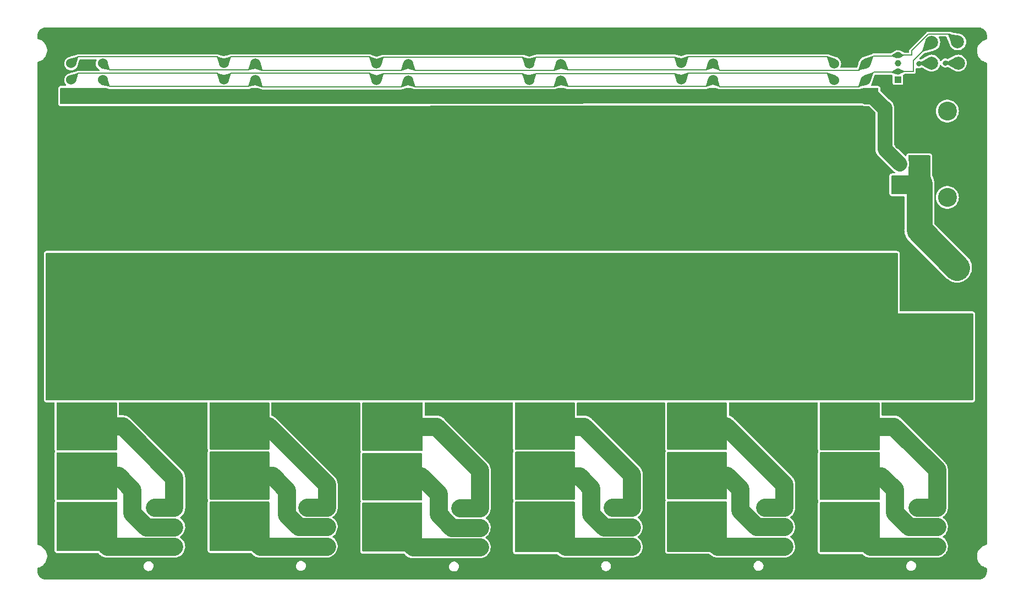
<source format=gbr>
%TF.GenerationSoftware,KiCad,Pcbnew,7.99.0-957-g18dd623122*%
%TF.CreationDate,2023-08-21T12:25:07-07:00*%
%TF.ProjectId,ESC_Carrier,4553435f-4361-4727-9269-65722e6b6963,rev?*%
%TF.SameCoordinates,Original*%
%TF.FileFunction,Copper,L1,Top*%
%TF.FilePolarity,Positive*%
%FSLAX46Y46*%
G04 Gerber Fmt 4.6, Leading zero omitted, Abs format (unit mm)*
G04 Created by KiCad (PCBNEW 7.99.0-957-g18dd623122) date 2023-08-21 12:25:07*
%MOMM*%
%LPD*%
G01*
G04 APERTURE LIST*
%TA.AperFunction,ComponentPad*%
%ADD10R,3.810000X3.810000*%
%TD*%
%TA.AperFunction,ComponentPad*%
%ADD11C,3.810000*%
%TD*%
%TA.AperFunction,ComponentPad*%
%ADD12C,1.524000*%
%TD*%
%TA.AperFunction,ComponentPad*%
%ADD13R,1.000000X1.000000*%
%TD*%
%TA.AperFunction,ComponentPad*%
%ADD14C,1.000000*%
%TD*%
%TA.AperFunction,ComponentPad*%
%ADD15R,1.520000X1.520000*%
%TD*%
%TA.AperFunction,ComponentPad*%
%ADD16C,1.520000*%
%TD*%
%TA.AperFunction,ComponentPad*%
%ADD17C,2.909999*%
%TD*%
%TA.AperFunction,SMDPad,CuDef*%
%ADD18C,2.000000*%
%TD*%
%TA.AperFunction,ViaPad*%
%ADD19C,0.800000*%
%TD*%
%TA.AperFunction,Conductor*%
%ADD20C,0.130000*%
%TD*%
%TA.AperFunction,Conductor*%
%ADD21C,2.300000*%
%TD*%
%TA.AperFunction,Conductor*%
%ADD22C,2.800000*%
%TD*%
%TA.AperFunction,Conductor*%
%ADD23C,0.250000*%
%TD*%
%TA.AperFunction,Conductor*%
%ADD24C,4.000000*%
%TD*%
G04 APERTURE END LIST*
D10*
%TO.P,U1,1,1*%
%TO.N,/12V*%
X159700001Y-74157393D03*
D11*
%TO.P,U1,2,2*%
%TO.N,/12Vin*%
X162100001Y-57057393D03*
%TD*%
D12*
%TO.P,J1,1,1*%
%TO.N,/ESC1_PHASEA*%
X25801190Y-99291500D03*
%TO.P,J1,2,2*%
X30652190Y-99291500D03*
%TO.P,J1,3,3*%
X25801190Y-96751500D03*
%TO.P,J1,4,4*%
X30652190Y-96751500D03*
%TO.P,J1,5,5*%
X25801190Y-94211500D03*
%TO.P,J1,6,6*%
X30652190Y-94211500D03*
%TO.P,J1,7,7*%
%TO.N,/ESC1_PHASEB*%
X25801190Y-91671500D03*
%TO.P,J1,8,8*%
X30652190Y-91671500D03*
%TO.P,J1,9,9*%
X25801190Y-89131500D03*
%TO.P,J1,10,10*%
X30652190Y-89131500D03*
%TO.P,J1,11,11*%
X25801190Y-86591500D03*
%TO.P,J1,12,12*%
X30652190Y-86591500D03*
%TO.P,J1,13,13*%
%TO.N,/ESC1_PHASEC*%
X25801190Y-84051500D03*
%TO.P,J1,14,14*%
X30652190Y-84051500D03*
%TO.P,J1,15,15*%
X25801190Y-81511500D03*
%TO.P,J1,16,16*%
X30652190Y-81511500D03*
%TO.P,J1,17,17*%
X25801190Y-78971500D03*
%TO.P,J1,18,18*%
X30652190Y-78971500D03*
%TO.P,J1,19,19*%
%TO.N,/12V*%
X25801190Y-76431500D03*
%TO.P,J1,20,20*%
X30652190Y-76431500D03*
%TO.P,J1,21,21*%
X25801190Y-73891500D03*
%TO.P,J1,22,22*%
X30652190Y-73891500D03*
%TO.P,J1,23,23*%
X25801190Y-71351500D03*
%TO.P,J1,24,24*%
X30652190Y-71351500D03*
%TO.P,J1,25,25*%
X25801190Y-68811500D03*
%TO.P,J1,26,26*%
X30652190Y-68811500D03*
%TO.P,J1,27,27*%
X25801190Y-66271500D03*
%TO.P,J1,28,28*%
X30652190Y-66271500D03*
%TO.P,J1,29,29*%
X25801190Y-63731500D03*
%TO.P,J1,30,30*%
X30652190Y-63731500D03*
%TO.P,J1,31,31*%
X25801190Y-61191500D03*
%TO.P,J1,32,32*%
X30652190Y-61191500D03*
%TO.P,J1,33,33*%
X25801190Y-58651500D03*
%TO.P,J1,34,34*%
X30652190Y-58651500D03*
%TO.P,J1,35,35*%
X25801190Y-56111500D03*
%TO.P,J1,36,36*%
X30652190Y-56111500D03*
%TO.P,J1,37,37*%
%TO.N,GND*%
X25801190Y-53571500D03*
%TO.P,J1,38,38*%
X30652190Y-53571500D03*
%TO.P,J1,39,39*%
X25801190Y-51031500D03*
%TO.P,J1,40,40*%
X30652190Y-51031500D03*
%TO.P,J1,41,41*%
X25801190Y-48491500D03*
%TO.P,J1,42,42*%
X30652190Y-48491500D03*
%TO.P,J1,43,43*%
X25801190Y-45951500D03*
%TO.P,J1,44,44*%
X30652190Y-45951500D03*
%TO.P,J1,45,45*%
X25801190Y-43411500D03*
%TO.P,J1,46,46*%
X30652190Y-43411500D03*
%TO.P,J1,47,47*%
X25801190Y-40871500D03*
%TO.P,J1,48,48*%
X30652190Y-40871500D03*
%TO.P,J1,49,49*%
X25801190Y-38331500D03*
%TO.P,J1,50,50*%
X30652190Y-38331500D03*
%TO.P,J1,51,51*%
X25801190Y-35791500D03*
%TO.P,J1,52,52*%
X30652190Y-35791500D03*
%TO.P,J1,53,53*%
X25801190Y-33251500D03*
%TO.P,J1,54,54*%
X30652190Y-33251500D03*
%TO.P,J1,55,55*%
%TO.N,/3V3*%
X25801190Y-30711500D03*
%TO.P,J1,56,56*%
X30652190Y-30711500D03*
%TO.P,J1,57,57*%
%TO.N,/TX*%
X25801190Y-28171500D03*
%TO.P,J1,58,58*%
%TO.N,/RX*%
X30652190Y-28171500D03*
%TO.P,J1,59,59*%
%TO.N,/TX_1*%
X25801190Y-25631500D03*
%TO.P,J1,60,60*%
%TO.N,/RX_1*%
X30652190Y-25631500D03*
%TD*%
%TO.P,J2,1,1*%
%TO.N,/ESC2_PHASEA*%
X49300000Y-99280000D03*
%TO.P,J2,2,2*%
X54151000Y-99280000D03*
%TO.P,J2,3,3*%
X49300000Y-96740000D03*
%TO.P,J2,4,4*%
X54151000Y-96740000D03*
%TO.P,J2,5,5*%
X49300000Y-94200000D03*
%TO.P,J2,6,6*%
X54151000Y-94200000D03*
%TO.P,J2,7,7*%
%TO.N,/ESC2_PHASEB*%
X49300000Y-91660000D03*
%TO.P,J2,8,8*%
X54151000Y-91660000D03*
%TO.P,J2,9,9*%
X49300000Y-89120000D03*
%TO.P,J2,10,10*%
X54151000Y-89120000D03*
%TO.P,J2,11,11*%
X49300000Y-86580000D03*
%TO.P,J2,12,12*%
X54151000Y-86580000D03*
%TO.P,J2,13,13*%
%TO.N,/ESC2_PHASEC*%
X49300000Y-84040000D03*
%TO.P,J2,14,14*%
X54151000Y-84040000D03*
%TO.P,J2,15,15*%
X49300000Y-81500000D03*
%TO.P,J2,16,16*%
X54151000Y-81500000D03*
%TO.P,J2,17,17*%
X49300000Y-78960000D03*
%TO.P,J2,18,18*%
X54151000Y-78960000D03*
%TO.P,J2,19,19*%
%TO.N,/12V*%
X49300000Y-76420000D03*
%TO.P,J2,20,20*%
X54151000Y-76420000D03*
%TO.P,J2,21,21*%
X49300000Y-73880000D03*
%TO.P,J2,22,22*%
X54151000Y-73880000D03*
%TO.P,J2,23,23*%
X49300000Y-71340000D03*
%TO.P,J2,24,24*%
X54151000Y-71340000D03*
%TO.P,J2,25,25*%
X49300000Y-68800000D03*
%TO.P,J2,26,26*%
X54151000Y-68800000D03*
%TO.P,J2,27,27*%
X49300000Y-66260000D03*
%TO.P,J2,28,28*%
X54151000Y-66260000D03*
%TO.P,J2,29,29*%
X49300000Y-63720000D03*
%TO.P,J2,30,30*%
X54151000Y-63720000D03*
%TO.P,J2,31,31*%
X49300000Y-61180000D03*
%TO.P,J2,32,32*%
X54151000Y-61180000D03*
%TO.P,J2,33,33*%
X49300000Y-58640000D03*
%TO.P,J2,34,34*%
X54151000Y-58640000D03*
%TO.P,J2,35,35*%
X49300000Y-56100000D03*
%TO.P,J2,36,36*%
X54151000Y-56100000D03*
%TO.P,J2,37,37*%
%TO.N,GND*%
X49300000Y-53560000D03*
%TO.P,J2,38,38*%
X54151000Y-53560000D03*
%TO.P,J2,39,39*%
X49300000Y-51020000D03*
%TO.P,J2,40,40*%
X54151000Y-51020000D03*
%TO.P,J2,41,41*%
X49300000Y-48480000D03*
%TO.P,J2,42,42*%
X54151000Y-48480000D03*
%TO.P,J2,43,43*%
X49300000Y-45940000D03*
%TO.P,J2,44,44*%
X54151000Y-45940000D03*
%TO.P,J2,45,45*%
X49300000Y-43400000D03*
%TO.P,J2,46,46*%
X54151000Y-43400000D03*
%TO.P,J2,47,47*%
X49300000Y-40860000D03*
%TO.P,J2,48,48*%
X54151000Y-40860000D03*
%TO.P,J2,49,49*%
X49300000Y-38320000D03*
%TO.P,J2,50,50*%
X54151000Y-38320000D03*
%TO.P,J2,51,51*%
X49300000Y-35780000D03*
%TO.P,J2,52,52*%
X54151000Y-35780000D03*
%TO.P,J2,53,53*%
X49300000Y-33240000D03*
%TO.P,J2,54,54*%
X54151000Y-33240000D03*
%TO.P,J2,55,55*%
%TO.N,/3V3*%
X49300000Y-30700000D03*
%TO.P,J2,56,56*%
X54151000Y-30700000D03*
%TO.P,J2,57,57*%
%TO.N,/TX*%
X49300000Y-28160000D03*
%TO.P,J2,58,58*%
%TO.N,/RX*%
X54151000Y-28160000D03*
%TO.P,J2,59,59*%
%TO.N,/TX_1*%
X49300000Y-25620000D03*
%TO.P,J2,60,60*%
%TO.N,/RX_1*%
X54151000Y-25620000D03*
%TD*%
%TO.P,J3,1,1*%
%TO.N,/ESC3_PHASEA*%
X72800000Y-99340000D03*
%TO.P,J3,2,2*%
X77651000Y-99340000D03*
%TO.P,J3,3,3*%
X72800000Y-96800000D03*
%TO.P,J3,4,4*%
X77651000Y-96800000D03*
%TO.P,J3,5,5*%
X72800000Y-94260000D03*
%TO.P,J3,6,6*%
X77651000Y-94260000D03*
%TO.P,J3,7,7*%
%TO.N,/ESC3_PHASEB*%
X72800000Y-91720000D03*
%TO.P,J3,8,8*%
X77651000Y-91720000D03*
%TO.P,J3,9,9*%
X72800000Y-89180000D03*
%TO.P,J3,10,10*%
X77651000Y-89180000D03*
%TO.P,J3,11,11*%
X72800000Y-86640000D03*
%TO.P,J3,12,12*%
X77651000Y-86640000D03*
%TO.P,J3,13,13*%
%TO.N,/ESC3_PHASEC*%
X72800000Y-84100000D03*
%TO.P,J3,14,14*%
X77651000Y-84100000D03*
%TO.P,J3,15,15*%
X72800000Y-81560000D03*
%TO.P,J3,16,16*%
X77651000Y-81560000D03*
%TO.P,J3,17,17*%
X72800000Y-79020000D03*
%TO.P,J3,18,18*%
X77651000Y-79020000D03*
%TO.P,J3,19,19*%
%TO.N,/12V*%
X72800000Y-76480000D03*
%TO.P,J3,20,20*%
X77651000Y-76480000D03*
%TO.P,J3,21,21*%
X72800000Y-73940000D03*
%TO.P,J3,22,22*%
X77651000Y-73940000D03*
%TO.P,J3,23,23*%
X72800000Y-71400000D03*
%TO.P,J3,24,24*%
X77651000Y-71400000D03*
%TO.P,J3,25,25*%
X72800000Y-68860000D03*
%TO.P,J3,26,26*%
X77651000Y-68860000D03*
%TO.P,J3,27,27*%
X72800000Y-66320000D03*
%TO.P,J3,28,28*%
X77651000Y-66320000D03*
%TO.P,J3,29,29*%
X72800000Y-63780000D03*
%TO.P,J3,30,30*%
X77651000Y-63780000D03*
%TO.P,J3,31,31*%
X72800000Y-61240000D03*
%TO.P,J3,32,32*%
X77651000Y-61240000D03*
%TO.P,J3,33,33*%
X72800000Y-58700000D03*
%TO.P,J3,34,34*%
X77651000Y-58700000D03*
%TO.P,J3,35,35*%
X72800000Y-56160000D03*
%TO.P,J3,36,36*%
X77651000Y-56160000D03*
%TO.P,J3,37,37*%
%TO.N,GND*%
X72800000Y-53620000D03*
%TO.P,J3,38,38*%
X77651000Y-53620000D03*
%TO.P,J3,39,39*%
X72800000Y-51080000D03*
%TO.P,J3,40,40*%
X77651000Y-51080000D03*
%TO.P,J3,41,41*%
X72800000Y-48540000D03*
%TO.P,J3,42,42*%
X77651000Y-48540000D03*
%TO.P,J3,43,43*%
X72800000Y-46000000D03*
%TO.P,J3,44,44*%
X77651000Y-46000000D03*
%TO.P,J3,45,45*%
X72800000Y-43460000D03*
%TO.P,J3,46,46*%
X77651000Y-43460000D03*
%TO.P,J3,47,47*%
X72800000Y-40920000D03*
%TO.P,J3,48,48*%
X77651000Y-40920000D03*
%TO.P,J3,49,49*%
X72800000Y-38380000D03*
%TO.P,J3,50,50*%
X77651000Y-38380000D03*
%TO.P,J3,51,51*%
X72800000Y-35840000D03*
%TO.P,J3,52,52*%
X77651000Y-35840000D03*
%TO.P,J3,53,53*%
X72800000Y-33300000D03*
%TO.P,J3,54,54*%
X77651000Y-33300000D03*
%TO.P,J3,55,55*%
%TO.N,/3V3*%
X72800000Y-30760000D03*
%TO.P,J3,56,56*%
X77651000Y-30760000D03*
%TO.P,J3,57,57*%
%TO.N,/TX*%
X72800000Y-28220000D03*
%TO.P,J3,58,58*%
%TO.N,/RX*%
X77651000Y-28220000D03*
%TO.P,J3,59,59*%
%TO.N,/TX_1*%
X72800000Y-25680000D03*
%TO.P,J3,60,60*%
%TO.N,/RX_1*%
X77651000Y-25680000D03*
%TD*%
%TO.P,J4,1,1*%
%TO.N,/ESC4_PHASEA*%
X96300000Y-99320000D03*
%TO.P,J4,2,2*%
X101151000Y-99320000D03*
%TO.P,J4,3,3*%
X96300000Y-96780000D03*
%TO.P,J4,4,4*%
X101151000Y-96780000D03*
%TO.P,J4,5,5*%
X96300000Y-94240000D03*
%TO.P,J4,6,6*%
X101151000Y-94240000D03*
%TO.P,J4,7,7*%
%TO.N,/ESC4_PHASEB*%
X96300000Y-91700000D03*
%TO.P,J4,8,8*%
X101151000Y-91700000D03*
%TO.P,J4,9,9*%
X96300000Y-89160000D03*
%TO.P,J4,10,10*%
X101151000Y-89160000D03*
%TO.P,J4,11,11*%
X96300000Y-86620000D03*
%TO.P,J4,12,12*%
X101151000Y-86620000D03*
%TO.P,J4,13,13*%
%TO.N,/ESC4_PHASEC*%
X96300000Y-84080000D03*
%TO.P,J4,14,14*%
X101151000Y-84080000D03*
%TO.P,J4,15,15*%
X96300000Y-81540000D03*
%TO.P,J4,16,16*%
X101151000Y-81540000D03*
%TO.P,J4,17,17*%
X96300000Y-79000000D03*
%TO.P,J4,18,18*%
X101151000Y-79000000D03*
%TO.P,J4,19,19*%
%TO.N,/12V*%
X96300000Y-76460000D03*
%TO.P,J4,20,20*%
X101151000Y-76460000D03*
%TO.P,J4,21,21*%
X96300000Y-73920000D03*
%TO.P,J4,22,22*%
X101151000Y-73920000D03*
%TO.P,J4,23,23*%
X96300000Y-71380000D03*
%TO.P,J4,24,24*%
X101151000Y-71380000D03*
%TO.P,J4,25,25*%
X96300000Y-68840000D03*
%TO.P,J4,26,26*%
X101151000Y-68840000D03*
%TO.P,J4,27,27*%
X96300000Y-66300000D03*
%TO.P,J4,28,28*%
X101151000Y-66300000D03*
%TO.P,J4,29,29*%
X96300000Y-63760000D03*
%TO.P,J4,30,30*%
X101151000Y-63760000D03*
%TO.P,J4,31,31*%
X96300000Y-61220000D03*
%TO.P,J4,32,32*%
X101151000Y-61220000D03*
%TO.P,J4,33,33*%
X96300000Y-58680000D03*
%TO.P,J4,34,34*%
X101151000Y-58680000D03*
%TO.P,J4,35,35*%
X96300000Y-56140000D03*
%TO.P,J4,36,36*%
X101151000Y-56140000D03*
%TO.P,J4,37,37*%
%TO.N,GND*%
X96300000Y-53600000D03*
%TO.P,J4,38,38*%
X101151000Y-53600000D03*
%TO.P,J4,39,39*%
X96300000Y-51060000D03*
%TO.P,J4,40,40*%
X101151000Y-51060000D03*
%TO.P,J4,41,41*%
X96300000Y-48520000D03*
%TO.P,J4,42,42*%
X101151000Y-48520000D03*
%TO.P,J4,43,43*%
X96300000Y-45980000D03*
%TO.P,J4,44,44*%
X101151000Y-45980000D03*
%TO.P,J4,45,45*%
X96300000Y-43440000D03*
%TO.P,J4,46,46*%
X101151000Y-43440000D03*
%TO.P,J4,47,47*%
X96300000Y-40900000D03*
%TO.P,J4,48,48*%
X101151000Y-40900000D03*
%TO.P,J4,49,49*%
X96300000Y-38360000D03*
%TO.P,J4,50,50*%
X101151000Y-38360000D03*
%TO.P,J4,51,51*%
X96300000Y-35820000D03*
%TO.P,J4,52,52*%
X101151000Y-35820000D03*
%TO.P,J4,53,53*%
X96300000Y-33280000D03*
%TO.P,J4,54,54*%
X101151000Y-33280000D03*
%TO.P,J4,55,55*%
%TO.N,/3V3*%
X96300000Y-30740000D03*
%TO.P,J4,56,56*%
X101151000Y-30740000D03*
%TO.P,J4,57,57*%
%TO.N,/TX*%
X96300000Y-28200000D03*
%TO.P,J4,58,58*%
%TO.N,/RX*%
X101151000Y-28200000D03*
%TO.P,J4,59,59*%
%TO.N,/TX_1*%
X96300000Y-25660000D03*
%TO.P,J4,60,60*%
%TO.N,/RX_1*%
X101151000Y-25660000D03*
%TD*%
%TO.P,J5,1,1*%
%TO.N,/ESC5_PHASEA*%
X119700000Y-99260000D03*
%TO.P,J5,2,2*%
X124551000Y-99260000D03*
%TO.P,J5,3,3*%
X119700000Y-96720000D03*
%TO.P,J5,4,4*%
X124551000Y-96720000D03*
%TO.P,J5,5,5*%
X119700000Y-94180000D03*
%TO.P,J5,6,6*%
X124551000Y-94180000D03*
%TO.P,J5,7,7*%
%TO.N,/ESC5_PHASEB*%
X119700000Y-91640000D03*
%TO.P,J5,8,8*%
X124551000Y-91640000D03*
%TO.P,J5,9,9*%
X119700000Y-89100000D03*
%TO.P,J5,10,10*%
X124551000Y-89100000D03*
%TO.P,J5,11,11*%
X119700000Y-86560000D03*
%TO.P,J5,12,12*%
X124551000Y-86560000D03*
%TO.P,J5,13,13*%
%TO.N,/ESC5_PHASEC*%
X119700000Y-84020000D03*
%TO.P,J5,14,14*%
X124551000Y-84020000D03*
%TO.P,J5,15,15*%
X119700000Y-81480000D03*
%TO.P,J5,16,16*%
X124551000Y-81480000D03*
%TO.P,J5,17,17*%
X119700000Y-78940000D03*
%TO.P,J5,18,18*%
X124551000Y-78940000D03*
%TO.P,J5,19,19*%
%TO.N,/12V*%
X119700000Y-76400000D03*
%TO.P,J5,20,20*%
X124551000Y-76400000D03*
%TO.P,J5,21,21*%
X119700000Y-73860000D03*
%TO.P,J5,22,22*%
X124551000Y-73860000D03*
%TO.P,J5,23,23*%
X119700000Y-71320000D03*
%TO.P,J5,24,24*%
X124551000Y-71320000D03*
%TO.P,J5,25,25*%
X119700000Y-68780000D03*
%TO.P,J5,26,26*%
X124551000Y-68780000D03*
%TO.P,J5,27,27*%
X119700000Y-66240000D03*
%TO.P,J5,28,28*%
X124551000Y-66240000D03*
%TO.P,J5,29,29*%
X119700000Y-63700000D03*
%TO.P,J5,30,30*%
X124551000Y-63700000D03*
%TO.P,J5,31,31*%
X119700000Y-61160000D03*
%TO.P,J5,32,32*%
X124551000Y-61160000D03*
%TO.P,J5,33,33*%
X119700000Y-58620000D03*
%TO.P,J5,34,34*%
X124551000Y-58620000D03*
%TO.P,J5,35,35*%
X119700000Y-56080000D03*
%TO.P,J5,36,36*%
X124551000Y-56080000D03*
%TO.P,J5,37,37*%
%TO.N,GND*%
X119700000Y-53540000D03*
%TO.P,J5,38,38*%
X124551000Y-53540000D03*
%TO.P,J5,39,39*%
X119700000Y-51000000D03*
%TO.P,J5,40,40*%
X124551000Y-51000000D03*
%TO.P,J5,41,41*%
X119700000Y-48460000D03*
%TO.P,J5,42,42*%
X124551000Y-48460000D03*
%TO.P,J5,43,43*%
X119700000Y-45920000D03*
%TO.P,J5,44,44*%
X124551000Y-45920000D03*
%TO.P,J5,45,45*%
X119700000Y-43380000D03*
%TO.P,J5,46,46*%
X124551000Y-43380000D03*
%TO.P,J5,47,47*%
X119700000Y-40840000D03*
%TO.P,J5,48,48*%
X124551000Y-40840000D03*
%TO.P,J5,49,49*%
X119700000Y-38300000D03*
%TO.P,J5,50,50*%
X124551000Y-38300000D03*
%TO.P,J5,51,51*%
X119700000Y-35760000D03*
%TO.P,J5,52,52*%
X124551000Y-35760000D03*
%TO.P,J5,53,53*%
X119700000Y-33220000D03*
%TO.P,J5,54,54*%
X124551000Y-33220000D03*
%TO.P,J5,55,55*%
%TO.N,/3V3*%
X119700000Y-30680000D03*
%TO.P,J5,56,56*%
X124551000Y-30680000D03*
%TO.P,J5,57,57*%
%TO.N,/TX*%
X119700000Y-28140000D03*
%TO.P,J5,58,58*%
%TO.N,/RX*%
X124551000Y-28140000D03*
%TO.P,J5,59,59*%
%TO.N,/TX_1*%
X119700000Y-25600000D03*
%TO.P,J5,60,60*%
%TO.N,/RX_1*%
X124551000Y-25600000D03*
%TD*%
%TO.P,J6,1,1*%
%TO.N,/ESC6_PHASEA*%
X143200000Y-99300000D03*
%TO.P,J6,2,2*%
X148051000Y-99300000D03*
%TO.P,J6,3,3*%
X143200000Y-96760000D03*
%TO.P,J6,4,4*%
X148051000Y-96760000D03*
%TO.P,J6,5,5*%
X143200000Y-94220000D03*
%TO.P,J6,6,6*%
X148051000Y-94220000D03*
%TO.P,J6,7,7*%
%TO.N,/ESC6_PHASEB*%
X143200000Y-91680000D03*
%TO.P,J6,8,8*%
X148051000Y-91680000D03*
%TO.P,J6,9,9*%
X143200000Y-89140000D03*
%TO.P,J6,10,10*%
X148051000Y-89140000D03*
%TO.P,J6,11,11*%
X143200000Y-86600000D03*
%TO.P,J6,12,12*%
X148051000Y-86600000D03*
%TO.P,J6,13,13*%
%TO.N,/ESC6_PHASEC*%
X143200000Y-84060000D03*
%TO.P,J6,14,14*%
X148051000Y-84060000D03*
%TO.P,J6,15,15*%
X143200000Y-81520000D03*
%TO.P,J6,16,16*%
X148051000Y-81520000D03*
%TO.P,J6,17,17*%
X143200000Y-78980000D03*
%TO.P,J6,18,18*%
X148051000Y-78980000D03*
%TO.P,J6,19,19*%
%TO.N,/12V*%
X143200000Y-76440000D03*
%TO.P,J6,20,20*%
X148051000Y-76440000D03*
%TO.P,J6,21,21*%
X143200000Y-73900000D03*
%TO.P,J6,22,22*%
X148051000Y-73900000D03*
%TO.P,J6,23,23*%
X143200000Y-71360000D03*
%TO.P,J6,24,24*%
X148051000Y-71360000D03*
%TO.P,J6,25,25*%
X143200000Y-68820000D03*
%TO.P,J6,26,26*%
X148051000Y-68820000D03*
%TO.P,J6,27,27*%
X143200000Y-66280000D03*
%TO.P,J6,28,28*%
X148051000Y-66280000D03*
%TO.P,J6,29,29*%
X143200000Y-63740000D03*
%TO.P,J6,30,30*%
X148051000Y-63740000D03*
%TO.P,J6,31,31*%
X143200000Y-61200000D03*
%TO.P,J6,32,32*%
X148051000Y-61200000D03*
%TO.P,J6,33,33*%
X143200000Y-58660000D03*
%TO.P,J6,34,34*%
X148051000Y-58660000D03*
%TO.P,J6,35,35*%
X143200000Y-56120000D03*
%TO.P,J6,36,36*%
X148051000Y-56120000D03*
%TO.P,J6,37,37*%
%TO.N,GND*%
X143200000Y-53580000D03*
%TO.P,J6,38,38*%
X148051000Y-53580000D03*
%TO.P,J6,39,39*%
X143200000Y-51040000D03*
%TO.P,J6,40,40*%
X148051000Y-51040000D03*
%TO.P,J6,41,41*%
X143200000Y-48500000D03*
%TO.P,J6,42,42*%
X148051000Y-48500000D03*
%TO.P,J6,43,43*%
X143200000Y-45960000D03*
%TO.P,J6,44,44*%
X148051000Y-45960000D03*
%TO.P,J6,45,45*%
X143200000Y-43420000D03*
%TO.P,J6,46,46*%
X148051000Y-43420000D03*
%TO.P,J6,47,47*%
X143200000Y-40880000D03*
%TO.P,J6,48,48*%
X148051000Y-40880000D03*
%TO.P,J6,49,49*%
X143200000Y-38340000D03*
%TO.P,J6,50,50*%
X148051000Y-38340000D03*
%TO.P,J6,51,51*%
X143200000Y-35800000D03*
%TO.P,J6,52,52*%
X148051000Y-35800000D03*
%TO.P,J6,53,53*%
X143200000Y-33260000D03*
%TO.P,J6,54,54*%
X148051000Y-33260000D03*
%TO.P,J6,55,55*%
%TO.N,/3V3*%
X143200000Y-30720000D03*
%TO.P,J6,56,56*%
X148051000Y-30720000D03*
%TO.P,J6,57,57*%
%TO.N,/TX*%
X143200000Y-28180000D03*
%TO.P,J6,58,58*%
%TO.N,/RX*%
X148051000Y-28180000D03*
%TO.P,J6,59,59*%
%TO.N,/TX_1*%
X143200000Y-25640000D03*
%TO.P,J6,60,60*%
%TO.N,/RX_1*%
X148051000Y-25640000D03*
%TD*%
D13*
%TO.P,J9,1,1*%
%TO.N,/TX*%
X152999294Y-28108100D03*
D14*
%TO.P,J9,2,2*%
%TO.N,/RX*%
X152999294Y-26858100D03*
%TO.P,J9,3,3*%
%TO.N,/TX_1*%
X152999294Y-25608100D03*
%TO.P,J9,4,4*%
%TO.N,/RX_1*%
X152999294Y-24358100D03*
%TO.P,J9,5,5*%
%TO.N,GND*%
X152999294Y-23108100D03*
%TD*%
D15*
%TO.P,J10,1,Pin_1*%
%TO.N,GND*%
X156300000Y-35097040D03*
D16*
%TO.P,J10,2,Pin_2*%
X156300000Y-38097039D03*
%TO.P,J10,3,Pin_3*%
%TO.N,/12Vin*%
X156300000Y-41097038D03*
%TO.P,J10,4,Pin_4*%
X156300000Y-44097037D03*
%TO.P,J10,5,Pin_5*%
%TO.N,GND*%
X153300001Y-35097040D03*
%TO.P,J10,6,Pin_6*%
X153300001Y-38097039D03*
%TO.P,J10,7,Pin_7*%
%TO.N,/3V3*%
X153300001Y-41097038D03*
%TO.P,J10,8,Pin_8*%
%TO.N,/12Vin*%
X153300001Y-44097037D03*
D17*
%TO.P,J10,P1*%
%TO.N,N/C*%
X160619999Y-32947042D03*
%TO.P,J10,P2*%
X160619999Y-46247035D03*
%TD*%
D15*
%TO.P,J11,1,1*%
%TO.N,/ESC1_PHASEC*%
X41640000Y-94031500D03*
D16*
%TO.P,J11,2,2*%
%TO.N,/ESC1_PHASEB*%
X41640000Y-97031500D03*
%TO.P,J11,3,3*%
%TO.N,/ESC1_PHASEA*%
X41640000Y-100031500D03*
%TO.P,J11,4,4*%
%TO.N,/ESC1_PHASEC*%
X38640000Y-94031500D03*
%TO.P,J11,5,5*%
%TO.N,/ESC1_PHASEB*%
X38640000Y-97031500D03*
%TO.P,J11,6,6*%
%TO.N,/ESC1_PHASEA*%
X38640000Y-100031500D03*
%TD*%
D15*
%TO.P,J12,1,1*%
%TO.N,/ESC2_PHASEC*%
X65100000Y-94000000D03*
D16*
%TO.P,J12,2,2*%
%TO.N,/ESC2_PHASEB*%
X65100000Y-97000000D03*
%TO.P,J12,3,3*%
%TO.N,/ESC2_PHASEA*%
X65100000Y-100000000D03*
%TO.P,J12,4,4*%
%TO.N,/ESC2_PHASEC*%
X62100000Y-94000000D03*
%TO.P,J12,5,5*%
%TO.N,/ESC2_PHASEB*%
X62100000Y-97000000D03*
%TO.P,J12,6,6*%
%TO.N,/ESC2_PHASEA*%
X62100000Y-100000000D03*
%TD*%
D15*
%TO.P,J13,1,1*%
%TO.N,/ESC3_PHASEC*%
X88640000Y-94100000D03*
D16*
%TO.P,J13,2,2*%
%TO.N,/ESC3_PHASEB*%
X88640000Y-97100000D03*
%TO.P,J13,3,3*%
%TO.N,/ESC3_PHASEA*%
X88640000Y-100100000D03*
%TO.P,J13,4,4*%
%TO.N,/ESC3_PHASEC*%
X85640000Y-94100000D03*
%TO.P,J13,5,5*%
%TO.N,/ESC3_PHASEB*%
X85640000Y-97100000D03*
%TO.P,J13,6,6*%
%TO.N,/ESC3_PHASEA*%
X85640000Y-100100000D03*
%TD*%
D15*
%TO.P,J14,1,1*%
%TO.N,/ESC4_PHASEC*%
X112040000Y-94020000D03*
D16*
%TO.P,J14,2,2*%
%TO.N,/ESC4_PHASEB*%
X112040000Y-97020000D03*
%TO.P,J14,3,3*%
%TO.N,/ESC4_PHASEA*%
X112040000Y-100020000D03*
%TO.P,J14,4,4*%
%TO.N,/ESC4_PHASEC*%
X109040000Y-94020000D03*
%TO.P,J14,5,5*%
%TO.N,/ESC4_PHASEB*%
X109040000Y-97020000D03*
%TO.P,J14,6,6*%
%TO.N,/ESC4_PHASEA*%
X109040000Y-100020000D03*
%TD*%
D15*
%TO.P,J16,1,1*%
%TO.N,/ESC6_PHASEC*%
X159000000Y-94000000D03*
D16*
%TO.P,J16,2,2*%
%TO.N,/ESC6_PHASEB*%
X159000000Y-97000000D03*
%TO.P,J16,3,3*%
%TO.N,/ESC6_PHASEA*%
X159000000Y-100000000D03*
%TO.P,J16,4,4*%
%TO.N,/ESC6_PHASEC*%
X156000000Y-94000000D03*
%TO.P,J16,5,5*%
%TO.N,/ESC6_PHASEB*%
X156000000Y-97000000D03*
%TO.P,J16,6,6*%
%TO.N,/ESC6_PHASEA*%
X156000000Y-100000000D03*
%TD*%
D18*
%TO.P,TP7,1,1*%
%TO.N,/TX_1*%
X162300000Y-25565207D03*
%TD*%
D15*
%TO.P,J15,1,1*%
%TO.N,/ESC5_PHASEC*%
X135500000Y-94000000D03*
D16*
%TO.P,J15,2,2*%
%TO.N,/ESC5_PHASEB*%
X135500000Y-97000000D03*
%TO.P,J15,3,3*%
%TO.N,/ESC5_PHASEA*%
X135500000Y-100000000D03*
%TO.P,J15,4,4*%
%TO.N,/ESC5_PHASEC*%
X132500000Y-94000000D03*
%TO.P,J15,5,5*%
%TO.N,/ESC5_PHASEB*%
X132500000Y-97000000D03*
%TO.P,J15,6,6*%
%TO.N,/ESC5_PHASEA*%
X132500000Y-100000000D03*
%TD*%
D18*
%TO.P,TP5,1,1*%
%TO.N,/TX*%
X158207108Y-25565207D03*
%TD*%
%TO.P,TP2,1,1*%
%TO.N,/3V3*%
X109400000Y-30700000D03*
%TD*%
%TO.P,TP1,1,1*%
%TO.N,/12V*%
X133800000Y-57400000D03*
%TD*%
%TO.P,TP6,1,1*%
%TO.N,/RX_1*%
X162200000Y-22300000D03*
%TD*%
%TO.P,TP4,1,1*%
%TO.N,/RX*%
X158207108Y-22364500D03*
%TD*%
D19*
%TO.N,GND*%
X90500000Y-52300000D03*
X82400000Y-46000000D03*
X66700000Y-38200000D03*
X113500000Y-36400000D03*
X109100000Y-51400000D03*
X63900000Y-45200000D03*
X87200000Y-35600000D03*
X91300000Y-41200000D03*
X90700000Y-23100000D03*
X85700000Y-22400000D03*
X163700000Y-91200000D03*
X164600000Y-84300000D03*
X41100000Y-50100000D03*
X65100000Y-22500000D03*
X60400000Y-51300000D03*
X136900000Y-84600000D03*
X152500000Y-78900000D03*
X160500000Y-84700000D03*
X132200000Y-51400000D03*
X35500000Y-23300000D03*
X89900000Y-85000000D03*
X107300000Y-21400000D03*
X41900000Y-44500000D03*
X112200000Y-43200000D03*
X130200000Y-81000000D03*
X66000000Y-85200000D03*
X42000000Y-35600000D03*
X44100000Y-80300000D03*
X42000000Y-21400000D03*
X107300000Y-36600000D03*
X129800000Y-23300000D03*
X59700000Y-21400000D03*
X137200000Y-45700000D03*
X129800000Y-51800000D03*
X135000000Y-81100000D03*
X63900000Y-78900000D03*
X37600000Y-79900000D03*
X113300000Y-82200000D03*
X136200000Y-21400000D03*
X35600000Y-51000000D03*
X131900000Y-36300000D03*
X113300000Y-23000000D03*
X59900000Y-36100000D03*
%TO.N,/TX*%
X156200001Y-25657393D03*
%TO.N,/TX_1*%
X160292893Y-25557393D03*
%TD*%
D20*
%TO.N,/RX_1*%
X161000000Y-21100000D02*
X162200000Y-22300000D01*
X157683334Y-21100000D02*
X161000000Y-21100000D01*
X155100001Y-24357393D02*
X155100001Y-23683333D01*
X155100001Y-23683333D02*
X157683334Y-21100000D01*
%TO.N,/RX*%
X149700708Y-26961060D02*
X152999294Y-26961060D01*
X149270647Y-26960353D02*
X149700001Y-26960353D01*
X149700001Y-26960353D02*
X149700708Y-26961060D01*
X148051000Y-28180000D02*
X149270647Y-26960353D01*
%TO.N,/RX_1*%
X149800708Y-24461060D02*
X152999294Y-24461060D01*
X149800001Y-24460353D02*
X149800708Y-24461060D01*
X149230647Y-24460353D02*
X149800001Y-24460353D01*
X148051000Y-25640000D02*
X149230647Y-24460353D01*
D21*
%TO.N,/3V3*%
X151000000Y-32591370D02*
X149128630Y-30720000D01*
X151000000Y-38797037D02*
X151000000Y-32488410D01*
X149128630Y-30720000D02*
X148051000Y-30720000D01*
X153300001Y-41097038D02*
X151000000Y-38797037D01*
D20*
%TO.N,/RX*%
X55237500Y-29246500D02*
X76624500Y-29246500D01*
X102117500Y-29166500D02*
X123524500Y-29166500D01*
X77651000Y-28220000D02*
X78657500Y-29226500D01*
X53124500Y-29186500D02*
X31667190Y-29186500D01*
X101151000Y-28200000D02*
X102117500Y-29166500D01*
X100124500Y-29226500D02*
X101151000Y-28200000D01*
X155400001Y-25171607D02*
X158207108Y-22364500D01*
X54151000Y-28160000D02*
X53124500Y-29186500D01*
X155399294Y-26858100D02*
X155400001Y-26857393D01*
X155400001Y-26857393D02*
X155400001Y-25171607D01*
X54151000Y-28160000D02*
X55237500Y-29246500D01*
X125617500Y-29206500D02*
X147024500Y-29206500D01*
X78657500Y-29226500D02*
X100124500Y-29226500D01*
X123524500Y-29166500D02*
X124551000Y-28140000D01*
X124551000Y-28140000D02*
X125617500Y-29206500D01*
X76624500Y-29246500D02*
X77651000Y-28220000D01*
X147024500Y-29206500D02*
X148051000Y-28180000D01*
X152999294Y-26858100D02*
X155399294Y-26858100D01*
X31667190Y-29186500D02*
X30652190Y-28171500D01*
D22*
%TO.N,/ESC1_PHASEA*%
X31392190Y-100031500D02*
X30652190Y-99291500D01*
X38640000Y-100031500D02*
X31392190Y-100031500D01*
X38640000Y-100031500D02*
X41640000Y-100031500D01*
D20*
%TO.N,/TX*%
X50326500Y-27133500D02*
X71713500Y-27133500D01*
X156200001Y-25657393D02*
X156292187Y-25565207D01*
X120726500Y-27113500D02*
X142133500Y-27113500D01*
X71713500Y-27133500D02*
X72800000Y-28220000D01*
X26827690Y-27145000D02*
X25801190Y-28171500D01*
X118733500Y-27173500D02*
X119700000Y-28140000D01*
X49300000Y-28160000D02*
X48285000Y-27145000D01*
X49300000Y-28160000D02*
X50326500Y-27133500D01*
X96300000Y-28200000D02*
X97326500Y-27173500D01*
X72800000Y-28220000D02*
X73826500Y-27193500D01*
X97326500Y-27173500D02*
X118733500Y-27173500D01*
X119700000Y-28140000D02*
X120726500Y-27113500D01*
X48285000Y-27145000D02*
X26827690Y-27145000D01*
X95293500Y-27193500D02*
X96300000Y-28200000D01*
X73826500Y-27193500D02*
X95293500Y-27193500D01*
X156292187Y-25565207D02*
X158207108Y-25565207D01*
X142133500Y-27113500D02*
X143200000Y-28180000D01*
%TO.N,/RX_1*%
X78657500Y-26686500D02*
X100124500Y-26686500D01*
X155099294Y-24358100D02*
X155100001Y-24357393D01*
X123524500Y-26626500D02*
X102117500Y-26626500D01*
X100124500Y-26686500D02*
X101151000Y-25660000D01*
X124551000Y-25600000D02*
X125617500Y-26666500D01*
X53124500Y-26646500D02*
X31667190Y-26646500D01*
X55237500Y-26706500D02*
X76624500Y-26706500D01*
X125617500Y-26666500D02*
X147024500Y-26666500D01*
X124551000Y-25600000D02*
X123524500Y-26626500D01*
X54151000Y-25620000D02*
X53124500Y-26646500D01*
X54151000Y-25620000D02*
X55237500Y-26706500D01*
X31667190Y-26646500D02*
X30652190Y-25631500D01*
X102117500Y-26626500D02*
X101151000Y-25660000D01*
X152999294Y-24358100D02*
X155099294Y-24358100D01*
X76624500Y-26706500D02*
X77651000Y-25680000D01*
X147024500Y-26666500D02*
X148051000Y-25640000D01*
X77651000Y-25680000D02*
X78657500Y-26686500D01*
%TO.N,/TX_1*%
X26827690Y-24605000D02*
X25801190Y-25631500D01*
X50326500Y-24593500D02*
X71713500Y-24593500D01*
X97326500Y-24633500D02*
X118733500Y-24633500D01*
X142133500Y-24573500D02*
X143200000Y-25640000D01*
X49300000Y-25620000D02*
X48285000Y-24605000D01*
X96300000Y-25660000D02*
X97326500Y-24633500D01*
X49300000Y-25620000D02*
X50326500Y-24593500D01*
X160300707Y-25565207D02*
X162300000Y-25565207D01*
X160292893Y-25557393D02*
X160300707Y-25565207D01*
X95293500Y-24653500D02*
X96300000Y-25660000D01*
X72800000Y-25680000D02*
X73826500Y-24653500D01*
X71713500Y-24593500D02*
X72800000Y-25680000D01*
X120726500Y-24573500D02*
X142133500Y-24573500D01*
X73826500Y-24653500D02*
X95293500Y-24653500D01*
X48285000Y-24605000D02*
X26827690Y-24605000D01*
X119700000Y-25600000D02*
X120726500Y-24573500D01*
X118733500Y-24633500D02*
X119700000Y-25600000D01*
D23*
%TO.N,/3V3*%
X36608500Y-30711500D02*
X36620000Y-30700000D01*
D22*
%TO.N,/ESC1_PHASEC*%
X41640000Y-94031500D02*
X41640000Y-89412279D01*
X33739221Y-81511500D02*
X30652190Y-81511500D01*
X38640000Y-94031500D02*
X41640000Y-94031500D01*
X41640000Y-89412279D02*
X33739221Y-81511500D01*
%TO.N,/ESC1_PHASEB*%
X38640000Y-97031500D02*
X41640000Y-97031500D01*
X38640000Y-97031500D02*
X37398066Y-97031500D01*
X35200000Y-91300000D02*
X33031500Y-89131500D01*
X37398066Y-97031500D02*
X35200000Y-94833434D01*
X35200000Y-94833434D02*
X35200000Y-91300000D01*
X33031500Y-89131500D02*
X30652190Y-89131500D01*
%TO.N,/ESC2_PHASEA*%
X62100000Y-100000000D02*
X54871000Y-100000000D01*
X62100000Y-100000000D02*
X65100000Y-100000000D01*
X54871000Y-100000000D02*
X54151000Y-99280000D01*
%TO.N,/ESC2_PHASEC*%
X65100000Y-94000000D02*
X65100000Y-90440000D01*
X62100000Y-94000000D02*
X65100000Y-94000000D01*
X65100000Y-90440000D02*
X56160000Y-81500000D01*
X56160000Y-81500000D02*
X54151000Y-81500000D01*
%TO.N,/ESC2_PHASEB*%
X59000000Y-91400000D02*
X56720000Y-89120000D01*
X62100000Y-97000000D02*
X65100000Y-97000000D01*
X59000000Y-95141934D02*
X59000000Y-91400000D01*
X62100000Y-97000000D02*
X60858066Y-97000000D01*
X56720000Y-89120000D02*
X54151000Y-89120000D01*
X60858066Y-97000000D02*
X59000000Y-95141934D01*
%TO.N,/ESC3_PHASEA*%
X85640000Y-100100000D02*
X88640000Y-100100000D01*
X78411000Y-100100000D02*
X77651000Y-99340000D01*
X85640000Y-100100000D02*
X78411000Y-100100000D01*
%TO.N,/ESC3_PHASEC*%
X81987721Y-81560000D02*
X77651000Y-81560000D01*
X85640000Y-94100000D02*
X88640000Y-94100000D01*
X88640000Y-94100000D02*
X88640000Y-88212279D01*
X88640000Y-88212279D02*
X81987721Y-81560000D01*
%TO.N,/ESC3_PHASEB*%
X85640000Y-97100000D02*
X84398066Y-97100000D01*
X84398066Y-97100000D02*
X82300000Y-95001934D01*
X82300000Y-95001934D02*
X82300000Y-91900000D01*
X79580000Y-89180000D02*
X77651000Y-89180000D01*
X85640000Y-97100000D02*
X88640000Y-97100000D01*
X82300000Y-91900000D02*
X79580000Y-89180000D01*
%TO.N,/ESC4_PHASEA*%
X109040000Y-100020000D02*
X101851000Y-100020000D01*
X101851000Y-100020000D02*
X101151000Y-99320000D01*
X109040000Y-100020000D02*
X112040000Y-100020000D01*
%TO.N,/ESC4_PHASEC*%
X109040000Y-94020000D02*
X112040000Y-94020000D01*
X112040000Y-88912279D02*
X104667721Y-81540000D01*
X112040000Y-94020000D02*
X112040000Y-88912279D01*
X104667721Y-81540000D02*
X101151000Y-81540000D01*
%TO.N,/ESC4_PHASEB*%
X109040000Y-97020000D02*
X112040000Y-97020000D01*
X103960000Y-89160000D02*
X101151000Y-89160000D01*
X105800000Y-91000000D02*
X103960000Y-89160000D01*
X109040000Y-97020000D02*
X107798066Y-97020000D01*
X107798066Y-97020000D02*
X105800000Y-95021934D01*
X105800000Y-95021934D02*
X105800000Y-91000000D01*
%TO.N,/ESC5_PHASEA*%
X132500000Y-100000000D02*
X135500000Y-100000000D01*
X132500000Y-100000000D02*
X125291000Y-100000000D01*
X125291000Y-100000000D02*
X124551000Y-99260000D01*
%TO.N,/ESC5_PHASEC*%
X132500000Y-94000000D02*
X135500000Y-94000000D01*
X135500000Y-90440000D02*
X126540000Y-81480000D01*
X126540000Y-81480000D02*
X124551000Y-81480000D01*
X135500000Y-94000000D02*
X135500000Y-90440000D01*
%TO.N,/ESC5_PHASEB*%
X126700000Y-89100000D02*
X124551000Y-89100000D01*
X131258066Y-97000000D02*
X128700000Y-94441934D01*
X132500000Y-97000000D02*
X135500000Y-97000000D01*
X128700000Y-91100000D02*
X126700000Y-89100000D01*
X128700000Y-94441934D02*
X128700000Y-91100000D01*
X132500000Y-97000000D02*
X131258066Y-97000000D01*
%TO.N,/ESC6_PHASEA*%
X148751000Y-100000000D02*
X148051000Y-99300000D01*
X156000000Y-100000000D02*
X148751000Y-100000000D01*
X156000000Y-100000000D02*
X159000000Y-100000000D01*
%TO.N,/ESC6_PHASEC*%
X156000000Y-94000000D02*
X159000000Y-94000000D01*
X152347721Y-81520000D02*
X148051000Y-81520000D01*
X159000000Y-88172279D02*
X152347721Y-81520000D01*
X159000000Y-94000000D02*
X159000000Y-88172279D01*
%TO.N,/ESC6_PHASEB*%
X154758066Y-97000000D02*
X152500000Y-94741934D01*
X150440000Y-89140000D02*
X148051000Y-89140000D01*
X152500000Y-91200000D02*
X150440000Y-89140000D01*
X156000000Y-97000000D02*
X154758066Y-97000000D01*
X156000000Y-97000000D02*
X159000000Y-97000000D01*
X152500000Y-94741934D02*
X152500000Y-91200000D01*
D24*
%TO.N,/12Vin*%
X156300000Y-51257392D02*
X162100001Y-57057393D01*
X156300000Y-44097037D02*
X156300000Y-51257392D01*
%TD*%
%TA.AperFunction,Conductor*%
%TO.N,/ESC5_PHASEC*%
G36*
X126643039Y-77825185D02*
G01*
X126688794Y-77877989D01*
X126700000Y-77929500D01*
X126700000Y-85010500D01*
X126680315Y-85077539D01*
X126627511Y-85123294D01*
X126576000Y-85134500D01*
X117624000Y-85134500D01*
X117556961Y-85114815D01*
X117511206Y-85062011D01*
X117500000Y-85010500D01*
X117500000Y-77929500D01*
X117519685Y-77862461D01*
X117572489Y-77816706D01*
X117624000Y-77805500D01*
X126576000Y-77805500D01*
X126643039Y-77825185D01*
G37*
%TD.AperFunction*%
%TD*%
%TA.AperFunction,Conductor*%
%TO.N,/ESC3_PHASEB*%
G36*
X79743039Y-85619685D02*
G01*
X79788794Y-85672489D01*
X79800000Y-85724000D01*
X79799999Y-92770500D01*
X79780314Y-92837539D01*
X79727510Y-92883294D01*
X79675999Y-92894500D01*
X70724000Y-92894500D01*
X70656961Y-92874815D01*
X70611206Y-92822011D01*
X70600000Y-92770500D01*
X70600000Y-85724000D01*
X70619685Y-85656961D01*
X70672489Y-85611206D01*
X70724000Y-85600000D01*
X79676000Y-85600000D01*
X79743039Y-85619685D01*
G37*
%TD.AperFunction*%
%TD*%
%TA.AperFunction,Conductor*%
%TO.N,/3V3*%
G36*
X31104148Y-29392288D02*
G01*
X31435433Y-29481570D01*
X31479328Y-29503444D01*
X31490827Y-29512394D01*
X31497552Y-29516033D01*
X31504442Y-29519401D01*
X31504445Y-29519403D01*
X31554474Y-29534296D01*
X31556820Y-29535048D01*
X31606199Y-29552000D01*
X31606201Y-29552000D01*
X31613759Y-29553261D01*
X31621355Y-29554207D01*
X31621356Y-29554208D01*
X31621356Y-29554207D01*
X31621357Y-29554208D01*
X31644252Y-29553261D01*
X31673459Y-29552052D01*
X31676019Y-29552000D01*
X31724623Y-29552000D01*
X31727984Y-29552091D01*
X31729109Y-29552152D01*
X31751126Y-29553347D01*
X31751135Y-29553345D01*
X31759236Y-29552722D01*
X31759270Y-29553166D01*
X31770446Y-29552000D01*
X53073736Y-29552000D01*
X53099181Y-29554639D01*
X53109187Y-29556737D01*
X53126638Y-29554561D01*
X53143369Y-29552477D01*
X53151045Y-29552000D01*
X53154783Y-29552000D01*
X53154786Y-29552000D01*
X53175969Y-29548464D01*
X53178469Y-29548100D01*
X53230233Y-29541649D01*
X53230236Y-29541647D01*
X53237576Y-29539461D01*
X53244817Y-29536976D01*
X53244819Y-29536976D01*
X53290734Y-29512127D01*
X53292932Y-29510996D01*
X53327685Y-29494006D01*
X53348839Y-29485965D01*
X53520256Y-29438192D01*
X53683964Y-29392568D01*
X53717253Y-29388016D01*
X54482074Y-29388016D01*
X54519554Y-29393816D01*
X54772464Y-29474011D01*
X55022661Y-29553346D01*
X55025128Y-29554128D01*
X55051752Y-29568132D01*
X55052095Y-29567500D01*
X55061132Y-29572390D01*
X55061136Y-29572393D01*
X55061139Y-29572394D01*
X55067868Y-29576035D01*
X55074751Y-29579400D01*
X55074754Y-29579402D01*
X55124488Y-29594208D01*
X55124730Y-29594280D01*
X55127153Y-29595056D01*
X55176509Y-29612000D01*
X55176514Y-29612000D01*
X55184077Y-29613262D01*
X55191664Y-29614207D01*
X55191665Y-29614208D01*
X55191665Y-29614207D01*
X55191666Y-29614208D01*
X55214537Y-29613262D01*
X55243769Y-29612052D01*
X55246329Y-29612000D01*
X76573736Y-29612000D01*
X76599181Y-29614639D01*
X76609187Y-29616737D01*
X76626638Y-29614561D01*
X76643369Y-29612477D01*
X76651045Y-29612000D01*
X76654783Y-29612000D01*
X76654786Y-29612000D01*
X76675969Y-29608464D01*
X76678469Y-29608100D01*
X76730233Y-29601649D01*
X76730236Y-29601647D01*
X76737576Y-29599461D01*
X76744817Y-29596976D01*
X76744819Y-29596976D01*
X76790734Y-29572127D01*
X76792932Y-29570996D01*
X76827685Y-29554006D01*
X76848835Y-29545966D01*
X77293970Y-29421909D01*
X77399251Y-29392568D01*
X77432541Y-29388016D01*
X77907235Y-29388016D01*
X77938746Y-29392087D01*
X78405196Y-29514646D01*
X78422034Y-29519070D01*
X78466684Y-29541144D01*
X78480826Y-29552152D01*
X78481139Y-29552395D01*
X78487848Y-29556025D01*
X78494749Y-29559398D01*
X78494754Y-29559402D01*
X78539500Y-29572723D01*
X78544730Y-29574280D01*
X78547153Y-29575056D01*
X78596509Y-29592000D01*
X78596514Y-29592000D01*
X78604077Y-29593262D01*
X78611664Y-29594207D01*
X78611665Y-29594208D01*
X78611665Y-29594207D01*
X78611666Y-29594208D01*
X78635552Y-29593220D01*
X78663769Y-29592052D01*
X78666329Y-29592000D01*
X78724392Y-29592000D01*
X78727653Y-29592085D01*
X78753457Y-29593446D01*
X78753457Y-29593445D01*
X78753458Y-29593446D01*
X78761520Y-29592819D01*
X78761551Y-29593220D01*
X78773248Y-29592000D01*
X100073736Y-29592000D01*
X100099181Y-29594639D01*
X100109187Y-29596737D01*
X100126638Y-29594561D01*
X100143369Y-29592477D01*
X100151045Y-29592000D01*
X100154783Y-29592000D01*
X100154786Y-29592000D01*
X100175969Y-29588464D01*
X100178469Y-29588100D01*
X100230233Y-29581649D01*
X100230236Y-29581647D01*
X100237576Y-29579461D01*
X100244817Y-29576976D01*
X100244819Y-29576976D01*
X100290734Y-29552127D01*
X100292932Y-29550996D01*
X100327685Y-29534006D01*
X100348839Y-29525965D01*
X100773190Y-29407701D01*
X100827490Y-29392568D01*
X100860779Y-29388016D01*
X101581799Y-29388016D01*
X101609754Y-29391207D01*
X101869707Y-29451363D01*
X101917913Y-29474317D01*
X101941136Y-29492393D01*
X101941138Y-29492393D01*
X101947867Y-29496035D01*
X101954751Y-29499400D01*
X101954754Y-29499402D01*
X102003826Y-29514011D01*
X102004730Y-29514280D01*
X102007153Y-29515056D01*
X102056509Y-29532000D01*
X102056514Y-29532000D01*
X102064077Y-29533262D01*
X102071664Y-29534207D01*
X102071665Y-29534208D01*
X102071665Y-29534207D01*
X102071666Y-29534208D01*
X102094537Y-29533262D01*
X102123769Y-29532052D01*
X102126329Y-29532000D01*
X102226614Y-29532000D01*
X102229409Y-29532062D01*
X102270026Y-29533901D01*
X102270035Y-29533898D01*
X102277858Y-29533262D01*
X102277875Y-29533470D01*
X102291972Y-29532000D01*
X123473736Y-29532000D01*
X123499181Y-29534639D01*
X123509187Y-29536737D01*
X123526638Y-29534561D01*
X123543369Y-29532477D01*
X123551045Y-29532000D01*
X123554783Y-29532000D01*
X123554786Y-29532000D01*
X123575969Y-29528464D01*
X123578469Y-29528100D01*
X123630233Y-29521649D01*
X123630236Y-29521647D01*
X123637576Y-29519461D01*
X123644817Y-29516976D01*
X123644819Y-29516976D01*
X123690734Y-29492127D01*
X123692932Y-29490996D01*
X123727685Y-29474006D01*
X123748839Y-29465965D01*
X123988325Y-29399222D01*
X124012201Y-29392568D01*
X124045490Y-29388016D01*
X124960636Y-29388016D01*
X124997479Y-29393616D01*
X125426448Y-29527099D01*
X125436873Y-29531493D01*
X125445629Y-29534941D01*
X125454752Y-29539401D01*
X125454755Y-29539403D01*
X125504784Y-29554296D01*
X125507130Y-29555048D01*
X125556509Y-29572000D01*
X125556511Y-29572000D01*
X125564071Y-29573261D01*
X125571666Y-29574208D01*
X125617073Y-29572329D01*
X125623599Y-29572403D01*
X125628603Y-29572723D01*
X125636391Y-29572161D01*
X125640855Y-29572000D01*
X146973736Y-29572000D01*
X146999181Y-29574639D01*
X147009187Y-29576737D01*
X147026638Y-29574561D01*
X147043369Y-29572477D01*
X147051045Y-29572000D01*
X147054783Y-29572000D01*
X147054786Y-29572000D01*
X147075969Y-29568464D01*
X147078469Y-29568100D01*
X147130233Y-29561649D01*
X147130236Y-29561647D01*
X147137576Y-29559461D01*
X147144817Y-29556976D01*
X147144819Y-29556976D01*
X147190734Y-29532127D01*
X147192932Y-29530996D01*
X147227685Y-29514006D01*
X147248839Y-29505965D01*
X147467676Y-29444977D01*
X147655728Y-29392568D01*
X147689017Y-29388016D01*
X149876798Y-29388016D01*
X149943837Y-29407701D01*
X149989592Y-29460505D01*
X150000798Y-29512016D01*
X150000798Y-31664016D01*
X149981113Y-31731055D01*
X149928309Y-31776810D01*
X149876798Y-31788016D01*
X116200798Y-31788016D01*
X92700797Y-31838016D01*
X69200666Y-31888016D01*
X24224798Y-31888016D01*
X24157759Y-31868331D01*
X24112004Y-31815527D01*
X24100798Y-31764016D01*
X24100798Y-29512016D01*
X24120483Y-29444977D01*
X24173287Y-29399222D01*
X24224798Y-29388016D01*
X31071881Y-29388016D01*
X31104148Y-29392288D01*
G37*
%TD.AperFunction*%
%TD*%
%TA.AperFunction,Conductor*%
%TO.N,/ESC6_PHASEA*%
G36*
X150143039Y-93179685D02*
G01*
X150188794Y-93232489D01*
X150200000Y-93284000D01*
X150200000Y-100736000D01*
X150180315Y-100803039D01*
X150127511Y-100848794D01*
X150076000Y-100860000D01*
X141124000Y-100860000D01*
X141056961Y-100840315D01*
X141011206Y-100787511D01*
X141000000Y-100736000D01*
X141000000Y-93284000D01*
X141019685Y-93216961D01*
X141072489Y-93171206D01*
X141124000Y-93160000D01*
X150076000Y-93160000D01*
X150143039Y-93179685D01*
G37*
%TD.AperFunction*%
%TD*%
%TA.AperFunction,Conductor*%
%TO.N,/ESC4_PHASEC*%
G36*
X103243039Y-77825185D02*
G01*
X103288794Y-77877989D01*
X103300000Y-77929500D01*
X103300000Y-84970500D01*
X103280315Y-85037539D01*
X103227511Y-85083294D01*
X103176000Y-85094500D01*
X94224000Y-85094500D01*
X94156961Y-85074815D01*
X94111206Y-85022011D01*
X94100000Y-84970500D01*
X94100000Y-77929500D01*
X94119685Y-77862461D01*
X94172489Y-77816706D01*
X94224000Y-77805500D01*
X103176000Y-77805500D01*
X103243039Y-77825185D01*
G37*
%TD.AperFunction*%
%TD*%
%TA.AperFunction,Conductor*%
%TO.N,/ESC2_PHASEC*%
G36*
X56243039Y-77825185D02*
G01*
X56288794Y-77877989D01*
X56300000Y-77929500D01*
X56299999Y-84950500D01*
X56280314Y-85017539D01*
X56227510Y-85063294D01*
X56175999Y-85074500D01*
X47224000Y-85074500D01*
X47156961Y-85054815D01*
X47111206Y-85002011D01*
X47100000Y-84950500D01*
X47100000Y-77929500D01*
X47119685Y-77862461D01*
X47172489Y-77816706D01*
X47224000Y-77805500D01*
X56176000Y-77805500D01*
X56243039Y-77825185D01*
G37*
%TD.AperFunction*%
%TD*%
%TA.AperFunction,Conductor*%
%TO.N,/ESC2_PHASEA*%
G36*
X56243072Y-93099685D02*
G01*
X56288827Y-93152489D01*
X56300033Y-93203967D01*
X56301967Y-100555967D01*
X56282300Y-100623012D01*
X56229508Y-100668781D01*
X56177967Y-100680000D01*
X47224033Y-100680000D01*
X47156994Y-100660315D01*
X47111239Y-100607511D01*
X47100033Y-100555967D01*
X47101967Y-93203967D01*
X47121669Y-93136933D01*
X47174485Y-93091192D01*
X47225967Y-93080000D01*
X56176033Y-93080000D01*
X56243072Y-93099685D01*
G37*
%TD.AperFunction*%
%TD*%
%TA.AperFunction,Conductor*%
%TO.N,/ESC3_PHASEA*%
G36*
X79743039Y-93219685D02*
G01*
X79788794Y-93272489D01*
X79800000Y-93324000D01*
X79800000Y-100676000D01*
X79780315Y-100743039D01*
X79727511Y-100788794D01*
X79676000Y-100800000D01*
X70724000Y-100800000D01*
X70656961Y-100780315D01*
X70611206Y-100727511D01*
X70600000Y-100676000D01*
X70600000Y-93324000D01*
X70619685Y-93256961D01*
X70672489Y-93211206D01*
X70724000Y-93200000D01*
X79676000Y-93200000D01*
X79743039Y-93219685D01*
G37*
%TD.AperFunction*%
%TD*%
%TA.AperFunction,Conductor*%
%TO.N,/ESC4_PHASEB*%
G36*
X103243039Y-85419685D02*
G01*
X103288794Y-85472489D01*
X103300000Y-85524000D01*
X103300000Y-92670500D01*
X103280315Y-92737539D01*
X103227511Y-92783294D01*
X103176000Y-92794500D01*
X94224000Y-92794500D01*
X94156961Y-92774815D01*
X94111206Y-92722011D01*
X94100000Y-92670500D01*
X94100000Y-85524000D01*
X94119685Y-85456961D01*
X94172489Y-85411206D01*
X94224000Y-85400000D01*
X103176000Y-85400000D01*
X103243039Y-85419685D01*
G37*
%TD.AperFunction*%
%TD*%
%TA.AperFunction,Conductor*%
%TO.N,/ESC1_PHASEA*%
G36*
X32795229Y-93131185D02*
G01*
X32840984Y-93183989D01*
X32852190Y-93235500D01*
X32852190Y-100587500D01*
X32832505Y-100654539D01*
X32779701Y-100700294D01*
X32728190Y-100711500D01*
X23676190Y-100711500D01*
X23609151Y-100691815D01*
X23563396Y-100639011D01*
X23552190Y-100587500D01*
X23552190Y-93235500D01*
X23571875Y-93168461D01*
X23624679Y-93122706D01*
X23676190Y-93111500D01*
X32728190Y-93111500D01*
X32795229Y-93131185D01*
G37*
%TD.AperFunction*%
%TD*%
%TA.AperFunction,Conductor*%
%TO.N,/ESC4_PHASEA*%
G36*
X103243039Y-93119685D02*
G01*
X103288794Y-93172489D01*
X103300000Y-93224000D01*
X103300000Y-100776000D01*
X103280315Y-100843039D01*
X103227511Y-100888794D01*
X103176000Y-100900000D01*
X94224000Y-100900000D01*
X94156961Y-100880315D01*
X94111206Y-100827511D01*
X94100000Y-100776000D01*
X94100000Y-93224000D01*
X94119685Y-93156961D01*
X94172489Y-93111206D01*
X94224000Y-93100000D01*
X103176000Y-93100000D01*
X103243039Y-93119685D01*
G37*
%TD.AperFunction*%
%TD*%
%TA.AperFunction,Conductor*%
%TO.N,/ESC3_PHASEC*%
G36*
X79843039Y-77825185D02*
G01*
X79888794Y-77877989D01*
X79900000Y-77929500D01*
X79900000Y-85183603D01*
X79880315Y-85250642D01*
X79827511Y-85296397D01*
X79758353Y-85306341D01*
X79719435Y-85300745D01*
X79676000Y-85294500D01*
X70724000Y-85294500D01*
X70656961Y-85274815D01*
X70611206Y-85222011D01*
X70600000Y-85170500D01*
X70600000Y-77929500D01*
X70619685Y-77862461D01*
X70672489Y-77816706D01*
X70724000Y-77805500D01*
X79776000Y-77805500D01*
X79843039Y-77825185D01*
G37*
%TD.AperFunction*%
%TD*%
%TA.AperFunction,Conductor*%
%TO.N,/ESC1_PHASEC*%
G36*
X32795229Y-77825185D02*
G01*
X32840984Y-77877989D01*
X32852190Y-77929500D01*
X32852190Y-85082000D01*
X32832505Y-85149039D01*
X32779701Y-85194794D01*
X32728190Y-85206000D01*
X23676190Y-85206000D01*
X23609151Y-85186315D01*
X23563396Y-85133511D01*
X23552190Y-85082000D01*
X23552190Y-77929500D01*
X23571875Y-77862461D01*
X23624679Y-77816706D01*
X23676190Y-77805500D01*
X32728190Y-77805500D01*
X32795229Y-77825185D01*
G37*
%TD.AperFunction*%
%TD*%
%TA.AperFunction,Conductor*%
%TO.N,/ESC6_PHASEB*%
G36*
X150143039Y-85479685D02*
G01*
X150188794Y-85532489D01*
X150200000Y-85584000D01*
X150200000Y-92730500D01*
X150180315Y-92797539D01*
X150127511Y-92843294D01*
X150076000Y-92854500D01*
X141124000Y-92854500D01*
X141056961Y-92834815D01*
X141011206Y-92782011D01*
X141000000Y-92730500D01*
X141000000Y-85584000D01*
X141019685Y-85516961D01*
X141072489Y-85471206D01*
X141124000Y-85460000D01*
X150076000Y-85460000D01*
X150143039Y-85479685D01*
G37*
%TD.AperFunction*%
%TD*%
%TA.AperFunction,Conductor*%
%TO.N,/ESC1_PHASEB*%
G36*
X32795229Y-85531185D02*
G01*
X32840984Y-85583989D01*
X32852190Y-85635500D01*
X32852190Y-92682000D01*
X32832505Y-92749039D01*
X32779701Y-92794794D01*
X32728190Y-92806000D01*
X23676190Y-92806000D01*
X23609151Y-92786315D01*
X23563396Y-92733511D01*
X23552190Y-92682000D01*
X23552190Y-85635500D01*
X23571875Y-85568461D01*
X23624679Y-85522706D01*
X23676190Y-85511500D01*
X32728190Y-85511500D01*
X32795229Y-85531185D01*
G37*
%TD.AperFunction*%
%TD*%
%TA.AperFunction,Conductor*%
%TO.N,/ESC2_PHASEB*%
G36*
X56245039Y-85399685D02*
G01*
X56290794Y-85452489D01*
X56302000Y-85504000D01*
X56302000Y-92650500D01*
X56282315Y-92717539D01*
X56229511Y-92763294D01*
X56178000Y-92774500D01*
X47226000Y-92774500D01*
X47158961Y-92754815D01*
X47113206Y-92702011D01*
X47102000Y-92650500D01*
X47102000Y-85504000D01*
X47121685Y-85436961D01*
X47174489Y-85391206D01*
X47226000Y-85380000D01*
X56178000Y-85380000D01*
X56245039Y-85399685D01*
G37*
%TD.AperFunction*%
%TD*%
%TA.AperFunction,Conductor*%
%TO.N,/ESC6_PHASEC*%
G36*
X150143039Y-77825185D02*
G01*
X150188794Y-77877989D01*
X150200000Y-77929500D01*
X150200000Y-85030500D01*
X150180315Y-85097539D01*
X150127511Y-85143294D01*
X150076000Y-85154500D01*
X141124000Y-85154500D01*
X141056961Y-85134815D01*
X141011206Y-85082011D01*
X141000000Y-85030500D01*
X141000000Y-77929500D01*
X141019685Y-77862461D01*
X141072489Y-77816706D01*
X141124000Y-77805500D01*
X150076000Y-77805500D01*
X150143039Y-77825185D01*
G37*
%TD.AperFunction*%
%TD*%
%TA.AperFunction,Conductor*%
%TO.N,/12Vin*%
G36*
X157943040Y-39777078D02*
G01*
X157988795Y-39829882D01*
X158000001Y-39881393D01*
X158000001Y-45633393D01*
X157980316Y-45700432D01*
X157927512Y-45746187D01*
X157876001Y-45757393D01*
X152124001Y-45757393D01*
X152056962Y-45737708D01*
X152011207Y-45684904D01*
X152000001Y-45633393D01*
X152000001Y-42981393D01*
X152019686Y-42914354D01*
X152072490Y-42868599D01*
X152124001Y-42857393D01*
X154600001Y-42857393D01*
X154600001Y-41769153D01*
X154612600Y-41714694D01*
X154655905Y-41626114D01*
X154724495Y-41395724D01*
X154754229Y-41157185D01*
X154744295Y-40917007D01*
X154694965Y-40681740D01*
X154664797Y-40604426D01*
X154608484Y-40460105D01*
X154600001Y-40415030D01*
X154600001Y-39881393D01*
X154619686Y-39814354D01*
X154672490Y-39768599D01*
X154724001Y-39757393D01*
X157876001Y-39757393D01*
X157943040Y-39777078D01*
G37*
%TD.AperFunction*%
%TD*%
%TA.AperFunction,Conductor*%
%TO.N,/ESC5_PHASEA*%
G36*
X126643039Y-93059685D02*
G01*
X126688794Y-93112489D01*
X126700000Y-93164000D01*
X126700000Y-100716000D01*
X126680315Y-100783039D01*
X126627511Y-100828794D01*
X126576000Y-100840000D01*
X117624000Y-100840000D01*
X117556961Y-100820315D01*
X117511206Y-100767511D01*
X117500000Y-100716000D01*
X117500000Y-93164000D01*
X117519685Y-93096961D01*
X117572489Y-93051206D01*
X117624000Y-93040000D01*
X126576000Y-93040000D01*
X126643039Y-93059685D01*
G37*
%TD.AperFunction*%
%TD*%
%TA.AperFunction,Conductor*%
%TO.N,/ESC5_PHASEB*%
G36*
X126643039Y-85459685D02*
G01*
X126688794Y-85512489D01*
X126700000Y-85564000D01*
X126700000Y-92610500D01*
X126680315Y-92677539D01*
X126627511Y-92723294D01*
X126576000Y-92734500D01*
X117624000Y-92734500D01*
X117556961Y-92714815D01*
X117511206Y-92662011D01*
X117500000Y-92610500D01*
X117500000Y-85564000D01*
X117519685Y-85496961D01*
X117572489Y-85451206D01*
X117624000Y-85440000D01*
X126576000Y-85440000D01*
X126643039Y-85459685D01*
G37*
%TD.AperFunction*%
%TD*%
%TA.AperFunction,Conductor*%
%TO.N,/12V*%
G36*
X152943039Y-54819685D02*
G01*
X152988794Y-54872489D01*
X153000000Y-54924000D01*
X153000000Y-64100000D01*
X164476000Y-64100000D01*
X164543039Y-64119685D01*
X164588794Y-64172489D01*
X164600000Y-64224000D01*
X164600000Y-77376000D01*
X164580315Y-77443039D01*
X164527511Y-77488794D01*
X164476000Y-77500000D01*
X22024000Y-77500000D01*
X21956961Y-77480315D01*
X21911206Y-77427511D01*
X21900000Y-77376000D01*
X21900000Y-54924000D01*
X21919685Y-54856961D01*
X21972489Y-54811206D01*
X22024000Y-54800000D01*
X152876000Y-54800000D01*
X152943039Y-54819685D01*
G37*
%TD.AperFunction*%
%TD*%
%TA.AperFunction,Conductor*%
%TO.N,GND*%
G36*
X165502426Y-20100691D02*
G01*
X165528818Y-20102768D01*
X165677919Y-20114502D01*
X165697128Y-20117545D01*
X165861183Y-20156931D01*
X165879675Y-20162940D01*
X166005347Y-20214994D01*
X166035547Y-20227504D01*
X166052884Y-20236338D01*
X166196725Y-20324484D01*
X166212466Y-20335920D01*
X166340753Y-20445486D01*
X166354513Y-20459246D01*
X166464079Y-20587533D01*
X166475515Y-20603274D01*
X166563661Y-20747115D01*
X166572495Y-20764452D01*
X166637057Y-20920317D01*
X166643070Y-20938823D01*
X166682453Y-21102866D01*
X166685497Y-21122084D01*
X166699308Y-21297560D01*
X166699499Y-21302427D01*
X166699499Y-21818897D01*
X166679814Y-21885936D01*
X166627010Y-21931691D01*
X166610434Y-21937874D01*
X166369176Y-22008714D01*
X166134918Y-22115696D01*
X166134902Y-22115705D01*
X165918244Y-22254943D01*
X165723601Y-22423602D01*
X165554943Y-22618245D01*
X165415704Y-22834903D01*
X165415702Y-22834908D01*
X165308713Y-23069183D01*
X165236154Y-23316293D01*
X165236151Y-23316303D01*
X165205896Y-23526738D01*
X165199804Y-23569116D01*
X165199500Y-23571227D01*
X165199500Y-23828772D01*
X165236151Y-24083696D01*
X165236154Y-24083706D01*
X165277875Y-24225792D01*
X165308713Y-24330817D01*
X165413731Y-24560774D01*
X165415702Y-24565091D01*
X165415704Y-24565096D01*
X165554943Y-24781754D01*
X165723601Y-24976397D01*
X165918244Y-25145056D01*
X166134902Y-25284294D01*
X166134918Y-25284303D01*
X166369176Y-25391285D01*
X166369180Y-25391286D01*
X166369182Y-25391287D01*
X166610434Y-25462125D01*
X166669212Y-25499899D01*
X166698237Y-25563455D01*
X166699499Y-25581102D01*
X166699499Y-26952578D01*
X166699501Y-26952583D01*
X166699501Y-66401220D01*
X166699500Y-98143826D01*
X166699500Y-99618897D01*
X166679815Y-99685936D01*
X166627011Y-99731691D01*
X166610435Y-99737874D01*
X166369177Y-99808714D01*
X166134919Y-99915696D01*
X166134896Y-99915709D01*
X165918250Y-100054939D01*
X165918244Y-100054943D01*
X165723601Y-100223601D01*
X165554943Y-100418244D01*
X165554939Y-100418250D01*
X165415709Y-100634896D01*
X165415696Y-100634919D01*
X165308714Y-100869177D01*
X165236154Y-101116293D01*
X165236151Y-101116303D01*
X165203414Y-101344003D01*
X165199500Y-101371226D01*
X165199500Y-101628774D01*
X165204082Y-101660640D01*
X165236151Y-101883696D01*
X165236154Y-101883706D01*
X165308714Y-102130822D01*
X165415696Y-102365080D01*
X165415709Y-102365103D01*
X165554939Y-102581749D01*
X165554943Y-102581755D01*
X165723601Y-102776398D01*
X165918244Y-102945056D01*
X165918250Y-102945060D01*
X166134896Y-103084290D01*
X166134919Y-103084303D01*
X166369177Y-103191285D01*
X166369181Y-103191286D01*
X166369183Y-103191287D01*
X166610435Y-103262125D01*
X166669213Y-103299899D01*
X166698238Y-103363455D01*
X166699500Y-103381102D01*
X166699500Y-103897559D01*
X166699309Y-103902426D01*
X166685497Y-104077915D01*
X166682453Y-104097133D01*
X166643070Y-104261176D01*
X166637057Y-104279682D01*
X166572495Y-104435547D01*
X166563661Y-104452884D01*
X166475515Y-104596725D01*
X166464079Y-104612466D01*
X166354513Y-104740753D01*
X166340753Y-104754513D01*
X166212466Y-104864079D01*
X166196725Y-104875515D01*
X166052884Y-104963661D01*
X166035547Y-104972495D01*
X165879682Y-105037057D01*
X165861176Y-105043070D01*
X165697133Y-105082453D01*
X165677915Y-105085497D01*
X165502427Y-105099309D01*
X165497560Y-105099500D01*
X21802440Y-105099500D01*
X21797573Y-105099309D01*
X21622084Y-105085497D01*
X21602866Y-105082453D01*
X21438823Y-105043070D01*
X21420317Y-105037057D01*
X21264452Y-104972495D01*
X21247115Y-104963661D01*
X21103274Y-104875515D01*
X21087533Y-104864079D01*
X20959246Y-104754513D01*
X20945486Y-104740753D01*
X20835920Y-104612466D01*
X20824484Y-104596725D01*
X20736338Y-104452884D01*
X20727504Y-104435547D01*
X20714994Y-104405347D01*
X20662940Y-104279675D01*
X20656931Y-104261183D01*
X20617545Y-104097128D01*
X20614502Y-104077915D01*
X20600691Y-103902425D01*
X20600500Y-103897559D01*
X20600500Y-103381102D01*
X20620185Y-103314063D01*
X20672989Y-103268308D01*
X20689562Y-103262125D01*
X20930817Y-103191287D01*
X20930820Y-103191285D01*
X20930822Y-103191285D01*
X21165080Y-103084303D01*
X21165084Y-103084300D01*
X21165092Y-103084297D01*
X21177971Y-103076020D01*
X36935618Y-103076020D01*
X36964460Y-103239596D01*
X36966489Y-103251099D01*
X36988993Y-103303269D01*
X37036904Y-103414339D01*
X37143067Y-103556939D01*
X37279254Y-103671214D01*
X37309773Y-103686541D01*
X37438118Y-103750999D01*
X37438119Y-103750999D01*
X37438123Y-103751001D01*
X37611110Y-103792000D01*
X37611113Y-103792000D01*
X37744285Y-103792000D01*
X37744292Y-103792000D01*
X37876577Y-103776538D01*
X38043635Y-103715734D01*
X38192168Y-103618043D01*
X38314167Y-103488731D01*
X38403057Y-103334769D01*
X38454045Y-103164458D01*
X38461031Y-103044520D01*
X60395618Y-103044520D01*
X60421496Y-103191287D01*
X60426489Y-103219599D01*
X60432252Y-103232958D01*
X60496904Y-103382839D01*
X60603066Y-103525438D01*
X60603067Y-103525439D01*
X60739254Y-103639714D01*
X60801974Y-103671213D01*
X60898118Y-103719499D01*
X60898119Y-103719499D01*
X60898123Y-103719501D01*
X61071110Y-103760500D01*
X61071113Y-103760500D01*
X61204285Y-103760500D01*
X61204292Y-103760500D01*
X61336577Y-103745038D01*
X61503635Y-103684234D01*
X61652168Y-103586543D01*
X61774167Y-103457231D01*
X61863057Y-103303269D01*
X61910584Y-103144520D01*
X83935618Y-103144520D01*
X83966488Y-103319596D01*
X84036904Y-103482839D01*
X84114108Y-103586541D01*
X84143067Y-103625439D01*
X84279254Y-103739714D01*
X84352573Y-103776536D01*
X84438118Y-103819499D01*
X84438119Y-103819499D01*
X84438123Y-103819501D01*
X84611110Y-103860500D01*
X84611113Y-103860500D01*
X84744285Y-103860500D01*
X84744292Y-103860500D01*
X84876577Y-103845038D01*
X85043635Y-103784234D01*
X85192168Y-103686543D01*
X85314167Y-103557231D01*
X85403057Y-103403269D01*
X85454045Y-103232958D01*
X85463855Y-103064520D01*
X107335618Y-103064520D01*
X107353239Y-103164458D01*
X107366489Y-103239599D01*
X107371450Y-103251099D01*
X107436904Y-103402839D01*
X107500849Y-103488731D01*
X107543067Y-103545439D01*
X107679254Y-103659714D01*
X107732671Y-103686541D01*
X107838118Y-103739499D01*
X107838119Y-103739499D01*
X107838123Y-103739501D01*
X108011110Y-103780500D01*
X108011113Y-103780500D01*
X108144285Y-103780500D01*
X108144292Y-103780500D01*
X108276577Y-103765038D01*
X108443635Y-103704234D01*
X108592168Y-103606543D01*
X108714167Y-103477231D01*
X108803057Y-103323269D01*
X108854045Y-103152958D01*
X108860361Y-103044520D01*
X130795618Y-103044520D01*
X130821496Y-103191287D01*
X130826489Y-103219599D01*
X130832252Y-103232958D01*
X130896904Y-103382839D01*
X131003066Y-103525438D01*
X131003067Y-103525439D01*
X131139254Y-103639714D01*
X131201974Y-103671213D01*
X131298118Y-103719499D01*
X131298119Y-103719499D01*
X131298123Y-103719501D01*
X131471110Y-103760500D01*
X131471113Y-103760500D01*
X131604285Y-103760500D01*
X131604292Y-103760500D01*
X131736577Y-103745038D01*
X131903635Y-103684234D01*
X132052168Y-103586543D01*
X132174167Y-103457231D01*
X132263057Y-103303269D01*
X132314045Y-103132958D01*
X132319196Y-103044520D01*
X154295618Y-103044520D01*
X154321496Y-103191287D01*
X154326489Y-103219599D01*
X154332252Y-103232958D01*
X154396904Y-103382839D01*
X154503066Y-103525438D01*
X154503067Y-103525439D01*
X154639254Y-103639714D01*
X154701974Y-103671213D01*
X154798118Y-103719499D01*
X154798119Y-103719499D01*
X154798123Y-103719501D01*
X154971110Y-103760500D01*
X154971113Y-103760500D01*
X155104285Y-103760500D01*
X155104292Y-103760500D01*
X155236577Y-103745038D01*
X155403635Y-103684234D01*
X155552168Y-103586543D01*
X155674167Y-103457231D01*
X155763057Y-103303269D01*
X155814045Y-103132958D01*
X155824382Y-102955480D01*
X155793511Y-102780401D01*
X155723096Y-102617162D01*
X155696736Y-102581755D01*
X155640383Y-102506060D01*
X155616933Y-102474561D01*
X155581652Y-102444957D01*
X155480746Y-102360286D01*
X155480744Y-102360285D01*
X155321881Y-102280500D01*
X155321877Y-102280499D01*
X155148890Y-102239500D01*
X155015708Y-102239500D01*
X154899958Y-102253029D01*
X154883422Y-102254962D01*
X154883419Y-102254963D01*
X154716367Y-102315764D01*
X154648675Y-102360286D01*
X154567832Y-102413457D01*
X154567831Y-102413457D01*
X154567831Y-102413458D01*
X154445833Y-102542767D01*
X154356944Y-102696728D01*
X154356943Y-102696730D01*
X154356943Y-102696731D01*
X154347308Y-102728915D01*
X154305955Y-102867041D01*
X154305954Y-102867046D01*
X154295618Y-103044519D01*
X154295618Y-103044520D01*
X132319196Y-103044520D01*
X132324382Y-102955480D01*
X132293511Y-102780401D01*
X132223096Y-102617162D01*
X132196736Y-102581755D01*
X132140383Y-102506060D01*
X132116933Y-102474561D01*
X132081652Y-102444957D01*
X131980746Y-102360286D01*
X131980744Y-102360285D01*
X131821881Y-102280500D01*
X131821877Y-102280499D01*
X131648890Y-102239500D01*
X131515708Y-102239500D01*
X131399958Y-102253029D01*
X131383422Y-102254962D01*
X131383419Y-102254963D01*
X131216367Y-102315764D01*
X131148675Y-102360286D01*
X131067832Y-102413457D01*
X131067831Y-102413457D01*
X131067831Y-102413458D01*
X130945833Y-102542767D01*
X130856944Y-102696728D01*
X130856943Y-102696730D01*
X130856943Y-102696731D01*
X130847308Y-102728915D01*
X130805955Y-102867041D01*
X130805954Y-102867046D01*
X130795618Y-103044519D01*
X130795618Y-103044520D01*
X108860361Y-103044520D01*
X108864382Y-102975480D01*
X108833511Y-102800401D01*
X108763096Y-102637162D01*
X108755650Y-102627161D01*
X108671001Y-102513458D01*
X108656933Y-102494561D01*
X108584112Y-102433457D01*
X108520746Y-102380286D01*
X108520744Y-102380285D01*
X108361881Y-102300500D01*
X108361877Y-102300499D01*
X108188890Y-102259500D01*
X108055708Y-102259500D01*
X107939958Y-102273029D01*
X107923422Y-102274962D01*
X107923419Y-102274963D01*
X107756367Y-102335764D01*
X107671192Y-102391785D01*
X107607832Y-102433457D01*
X107607831Y-102433457D01*
X107607831Y-102433458D01*
X107485833Y-102562767D01*
X107396944Y-102716728D01*
X107345955Y-102887041D01*
X107345954Y-102887046D01*
X107335618Y-103064519D01*
X107335618Y-103064520D01*
X85463855Y-103064520D01*
X85464382Y-103055480D01*
X85433511Y-102880401D01*
X85363096Y-102717162D01*
X85362775Y-102716731D01*
X85288647Y-102617160D01*
X85256933Y-102574561D01*
X85184112Y-102513457D01*
X85120746Y-102460286D01*
X85120744Y-102460285D01*
X84961881Y-102380500D01*
X84960974Y-102380285D01*
X84788890Y-102339500D01*
X84655708Y-102339500D01*
X84539958Y-102353029D01*
X84523422Y-102354962D01*
X84523419Y-102354963D01*
X84356367Y-102415764D01*
X84288675Y-102460286D01*
X84207832Y-102513457D01*
X84207831Y-102513457D01*
X84207831Y-102513458D01*
X84085833Y-102642767D01*
X83996944Y-102796728D01*
X83945955Y-102967041D01*
X83945954Y-102967046D01*
X83935618Y-103144519D01*
X83935618Y-103144520D01*
X61910584Y-103144520D01*
X61914045Y-103132958D01*
X61924382Y-102955480D01*
X61893511Y-102780401D01*
X61823096Y-102617162D01*
X61796736Y-102581755D01*
X61740383Y-102506060D01*
X61716933Y-102474561D01*
X61681652Y-102444957D01*
X61580746Y-102360286D01*
X61580744Y-102360285D01*
X61421881Y-102280500D01*
X61421877Y-102280499D01*
X61248890Y-102239500D01*
X61115708Y-102239500D01*
X60999958Y-102253029D01*
X60983422Y-102254962D01*
X60983419Y-102254963D01*
X60816367Y-102315764D01*
X60748675Y-102360286D01*
X60667832Y-102413457D01*
X60667831Y-102413457D01*
X60667831Y-102413458D01*
X60545833Y-102542767D01*
X60456944Y-102696728D01*
X60456943Y-102696730D01*
X60456943Y-102696731D01*
X60447308Y-102728915D01*
X60405955Y-102867041D01*
X60405954Y-102867046D01*
X60395618Y-103044519D01*
X60395618Y-103044520D01*
X38461031Y-103044520D01*
X38464382Y-102986980D01*
X38433511Y-102811901D01*
X38363096Y-102648662D01*
X38358707Y-102642767D01*
X38256932Y-102506060D01*
X38120746Y-102391786D01*
X38120744Y-102391785D01*
X37961881Y-102312000D01*
X37961877Y-102311999D01*
X37788890Y-102271000D01*
X37655708Y-102271000D01*
X37539958Y-102284529D01*
X37523422Y-102286462D01*
X37523419Y-102286463D01*
X37356367Y-102347264D01*
X37288675Y-102391786D01*
X37207832Y-102444957D01*
X37207831Y-102444957D01*
X37207831Y-102444958D01*
X37085833Y-102574267D01*
X36996944Y-102728228D01*
X36945955Y-102898541D01*
X36945954Y-102898546D01*
X36935618Y-103076019D01*
X36935618Y-103076020D01*
X21177971Y-103076020D01*
X21381756Y-102945056D01*
X21576398Y-102776398D01*
X21745056Y-102581756D01*
X21884297Y-102365092D01*
X21884300Y-102365084D01*
X21884303Y-102365080D01*
X21991285Y-102130822D01*
X21991285Y-102130820D01*
X21991287Y-102130817D01*
X22063847Y-101883701D01*
X22100500Y-101628774D01*
X22100500Y-101371226D01*
X22073028Y-101180155D01*
X22063848Y-101116303D01*
X22063845Y-101116293D01*
X22057042Y-101093122D01*
X21991287Y-100869183D01*
X21991286Y-100869181D01*
X21991285Y-100869177D01*
X21884303Y-100634919D01*
X21884290Y-100634896D01*
X21745060Y-100418250D01*
X21745056Y-100418244D01*
X21576398Y-100223601D01*
X21381755Y-100054943D01*
X21381749Y-100054939D01*
X21165103Y-99915709D01*
X21165080Y-99915696D01*
X20930822Y-99808714D01*
X20689565Y-99737874D01*
X20630787Y-99700099D01*
X20601762Y-99636543D01*
X20600500Y-99618897D01*
X20600500Y-77376000D01*
X21594500Y-77376000D01*
X21594501Y-77376009D01*
X21601481Y-77440935D01*
X21601483Y-77440947D01*
X21612688Y-77492453D01*
X21623644Y-77530654D01*
X21623646Y-77530658D01*
X21680323Y-77627568D01*
X21680325Y-77627571D01*
X21726081Y-77680376D01*
X21726091Y-77680387D01*
X21770807Y-77722548D01*
X21770809Y-77722549D01*
X21770813Y-77722553D01*
X21870889Y-77773439D01*
X21937928Y-77793124D01*
X22024000Y-77805500D01*
X23122690Y-77805500D01*
X23189729Y-77825185D01*
X23235484Y-77877989D01*
X23246690Y-77929500D01*
X23246690Y-85082000D01*
X23246691Y-85082009D01*
X23253671Y-85146935D01*
X23253673Y-85146947D01*
X23264878Y-85198453D01*
X23275834Y-85236654D01*
X23275836Y-85236658D01*
X23310050Y-85295159D01*
X23326903Y-85362966D01*
X23313544Y-85413962D01*
X23278750Y-85482390D01*
X23259067Y-85549421D01*
X23259065Y-85549428D01*
X23259066Y-85549428D01*
X23246690Y-85635500D01*
X23246690Y-92682000D01*
X23246691Y-92682009D01*
X23253671Y-92746935D01*
X23253673Y-92746947D01*
X23264878Y-92798453D01*
X23275834Y-92836654D01*
X23275836Y-92836658D01*
X23310050Y-92895159D01*
X23326903Y-92962966D01*
X23313544Y-93013962D01*
X23278750Y-93082390D01*
X23259067Y-93149421D01*
X23259065Y-93149428D01*
X23259066Y-93149428D01*
X23246690Y-93235500D01*
X23246690Y-100587500D01*
X23246691Y-100587509D01*
X23253671Y-100652435D01*
X23253673Y-100652447D01*
X23264878Y-100703953D01*
X23275834Y-100742154D01*
X23275836Y-100742158D01*
X23329989Y-100834753D01*
X23332515Y-100839071D01*
X23377215Y-100890658D01*
X23378271Y-100891876D01*
X23378281Y-100891887D01*
X23422997Y-100934048D01*
X23422999Y-100934049D01*
X23423003Y-100934053D01*
X23523079Y-100984939D01*
X23590118Y-101004624D01*
X23676190Y-101017000D01*
X29921458Y-101017000D01*
X29988497Y-101036685D01*
X30009139Y-101053319D01*
X30106071Y-101150251D01*
X30111539Y-101156507D01*
X30118940Y-101166216D01*
X30201284Y-101245464D01*
X30235850Y-101280030D01*
X30246867Y-101289475D01*
X30249494Y-101291861D01*
X30276309Y-101317668D01*
X30307068Y-101347271D01*
X30307076Y-101347278D01*
X30344771Y-101373792D01*
X30349456Y-101377435D01*
X30384442Y-101407432D01*
X30397888Y-101415778D01*
X30452342Y-101449579D01*
X30455272Y-101451516D01*
X30520646Y-101497499D01*
X30557552Y-101515772D01*
X30561946Y-101517948D01*
X30567136Y-101520836D01*
X30606287Y-101545138D01*
X30679812Y-101576421D01*
X30683044Y-101577907D01*
X30754643Y-101613359D01*
X30754652Y-101613361D01*
X30754655Y-101613363D01*
X30798571Y-101627260D01*
X30804144Y-101629322D01*
X30846552Y-101647366D01*
X30846561Y-101647369D01*
X30900940Y-101661196D01*
X30923991Y-101667058D01*
X30927396Y-101668029D01*
X31003585Y-101692141D01*
X31027015Y-101695760D01*
X31049127Y-101699176D01*
X31054942Y-101700361D01*
X31099608Y-101711720D01*
X31179129Y-101719359D01*
X31182652Y-101719799D01*
X31261635Y-101732000D01*
X31307718Y-101732000D01*
X31313650Y-101732284D01*
X31317254Y-101732630D01*
X31359522Y-101736691D01*
X31439298Y-101732101D01*
X31442838Y-101732000D01*
X41705177Y-101732000D01*
X41900344Y-101717016D01*
X42154586Y-101657521D01*
X42199945Y-101639239D01*
X42396758Y-101559918D01*
X42396763Y-101559915D01*
X42396766Y-101559914D01*
X42621208Y-101426482D01*
X42822652Y-101260352D01*
X42981111Y-101082548D01*
X42996368Y-101065428D01*
X42996368Y-101065426D01*
X42996375Y-101065420D01*
X43003817Y-101053928D01*
X43138304Y-100846257D01*
X43138304Y-100846255D01*
X43138306Y-100846253D01*
X43245118Y-100607989D01*
X43314307Y-100356213D01*
X43344252Y-100096825D01*
X43334251Y-99835907D01*
X43284538Y-99579573D01*
X43280407Y-99568071D01*
X43196281Y-99333836D01*
X43196279Y-99333832D01*
X43071541Y-99104443D01*
X42913250Y-98896784D01*
X42725114Y-98715722D01*
X42725108Y-98715718D01*
X42725104Y-98715714D01*
X42611281Y-98635653D01*
X42567772Y-98580984D01*
X42560727Y-98511470D01*
X42592382Y-98449183D01*
X42619260Y-98427639D01*
X42621208Y-98426482D01*
X42822652Y-98260352D01*
X42996375Y-98065420D01*
X43003817Y-98053928D01*
X43138304Y-97846257D01*
X43138304Y-97846255D01*
X43138306Y-97846253D01*
X43245118Y-97607989D01*
X43314307Y-97356213D01*
X43344252Y-97096825D01*
X43334251Y-96835907D01*
X43284538Y-96579573D01*
X43280407Y-96568071D01*
X43196281Y-96333836D01*
X43191251Y-96324586D01*
X43071541Y-96104443D01*
X43051820Y-96078572D01*
X42913253Y-95896788D01*
X42913250Y-95896784D01*
X42725114Y-95715722D01*
X42725108Y-95715718D01*
X42725104Y-95715714D01*
X42611281Y-95635653D01*
X42567772Y-95580984D01*
X42560727Y-95511470D01*
X42592382Y-95449183D01*
X42619260Y-95427639D01*
X42621208Y-95426482D01*
X42695888Y-95364892D01*
X42697694Y-95363460D01*
X42774716Y-95304750D01*
X42794947Y-95283727D01*
X42800156Y-95278902D01*
X42822652Y-95260352D01*
X42887091Y-95188044D01*
X42888618Y-95186396D01*
X42955778Y-95116614D01*
X42972554Y-95092761D01*
X42976972Y-95087189D01*
X42996375Y-95065420D01*
X43048995Y-94984162D01*
X43050293Y-94982239D01*
X43102690Y-94907749D01*
X43105993Y-94903053D01*
X43105993Y-94903051D01*
X43105999Y-94903044D01*
X43118933Y-94876921D01*
X43122458Y-94870724D01*
X43138302Y-94846259D01*
X43138301Y-94846259D01*
X43138306Y-94846253D01*
X43177904Y-94757918D01*
X43178907Y-94755794D01*
X43205005Y-94703085D01*
X43221859Y-94669047D01*
X43230657Y-94641244D01*
X43233184Y-94634606D01*
X43245118Y-94607989D01*
X43270769Y-94514641D01*
X43271438Y-94512380D01*
X43274356Y-94503159D01*
X43300641Y-94420105D01*
X43305092Y-94391284D01*
X43306583Y-94384320D01*
X43313324Y-94359791D01*
X43314307Y-94356213D01*
X43325407Y-94260052D01*
X43325721Y-94257730D01*
X43334423Y-94201396D01*
X43340500Y-94162055D01*
X43340500Y-94132896D01*
X43340909Y-94125780D01*
X43341415Y-94121396D01*
X43344252Y-94096825D01*
X43340544Y-94000098D01*
X43340500Y-93997751D01*
X43340500Y-89530631D01*
X43341057Y-89522333D01*
X43342689Y-89510237D01*
X43340500Y-89395989D01*
X43340500Y-89347102D01*
X43339386Y-89332613D01*
X43339217Y-89329074D01*
X43337687Y-89249175D01*
X43329779Y-89203762D01*
X43329044Y-89197894D01*
X43325516Y-89151935D01*
X43307309Y-89074134D01*
X43306599Y-89070651D01*
X43292893Y-88991936D01*
X43278145Y-88948263D01*
X43276523Y-88942572D01*
X43266021Y-88897693D01*
X43236150Y-88823578D01*
X43234925Y-88820271D01*
X43209357Y-88744550D01*
X43198027Y-88722729D01*
X43188121Y-88703649D01*
X43185639Y-88698253D01*
X43168414Y-88655513D01*
X43168412Y-88655510D01*
X43168410Y-88655505D01*
X43127580Y-88586825D01*
X43125848Y-88583712D01*
X43089039Y-88512819D01*
X43089037Y-88512817D01*
X43089036Y-88512814D01*
X43061804Y-88475632D01*
X43058538Y-88470694D01*
X43043535Y-88445457D01*
X43034984Y-88431073D01*
X42984153Y-88369438D01*
X42981965Y-88366624D01*
X42934752Y-88302160D01*
X42902162Y-88269570D01*
X42898168Y-88265174D01*
X42868852Y-88229627D01*
X42868851Y-88229626D01*
X42809207Y-88176472D01*
X42806623Y-88174031D01*
X35025346Y-80392755D01*
X35019871Y-80386492D01*
X35012473Y-80376787D01*
X35012471Y-80376784D01*
X34993271Y-80358306D01*
X34930131Y-80297540D01*
X34912217Y-80279626D01*
X34895578Y-80262986D01*
X34884540Y-80253521D01*
X34881904Y-80251126D01*
X34824337Y-80195724D01*
X34824335Y-80195722D01*
X34798721Y-80177705D01*
X34786637Y-80169205D01*
X34781963Y-80165572D01*
X34746970Y-80135569D01*
X34679075Y-80093424D01*
X34676112Y-80091464D01*
X34610779Y-80045510D01*
X34610770Y-80045505D01*
X34610765Y-80045501D01*
X34587558Y-80034010D01*
X34569473Y-80025055D01*
X34564286Y-80022170D01*
X34544020Y-80009591D01*
X34525124Y-79997862D01*
X34525120Y-79997860D01*
X34525118Y-79997859D01*
X34468082Y-79973592D01*
X34451597Y-79966578D01*
X34448367Y-79965092D01*
X34422266Y-79952169D01*
X34376768Y-79929641D01*
X34376765Y-79929640D01*
X34376761Y-79929638D01*
X34332833Y-79915737D01*
X34327270Y-79913679D01*
X34284859Y-79895634D01*
X34207414Y-79875939D01*
X34203999Y-79874965D01*
X34181787Y-79867935D01*
X34127828Y-79850859D01*
X34127816Y-79850856D01*
X34082283Y-79843823D01*
X34076465Y-79842637D01*
X34031804Y-79831279D01*
X33952273Y-79823638D01*
X33948739Y-79823196D01*
X33869776Y-79811000D01*
X33823693Y-79811000D01*
X33817761Y-79810716D01*
X33805800Y-79809567D01*
X33771889Y-79806309D01*
X33771887Y-79806309D01*
X33771886Y-79806309D01*
X33754839Y-79807289D01*
X33692112Y-79810898D01*
X33688573Y-79811000D01*
X33281690Y-79811000D01*
X33214651Y-79791315D01*
X33168896Y-79738511D01*
X33157690Y-79687000D01*
X33157690Y-77929500D01*
X33177375Y-77862461D01*
X33230179Y-77816706D01*
X33281690Y-77805500D01*
X46670500Y-77805500D01*
X46737539Y-77825185D01*
X46783294Y-77877989D01*
X46794500Y-77929500D01*
X46794500Y-84950500D01*
X46794501Y-84950509D01*
X46801481Y-85015435D01*
X46801483Y-85015447D01*
X46812688Y-85066953D01*
X46823644Y-85105154D01*
X46823646Y-85105158D01*
X46858734Y-85165154D01*
X46858930Y-85165488D01*
X46875783Y-85233295D01*
X46862424Y-85284291D01*
X46828560Y-85350890D01*
X46808877Y-85417921D01*
X46808875Y-85417928D01*
X46808876Y-85417928D01*
X46796500Y-85504000D01*
X46796500Y-92650500D01*
X46796501Y-92650509D01*
X46803481Y-92715435D01*
X46803483Y-92715447D01*
X46814688Y-92766953D01*
X46825644Y-92805154D01*
X46825645Y-92805156D01*
X46825646Y-92805158D01*
X46843164Y-92835111D01*
X46859847Y-92863637D01*
X46876699Y-92931444D01*
X46863326Y-92982466D01*
X46828567Y-93050782D01*
X46808864Y-93117820D01*
X46808862Y-93117827D01*
X46796467Y-93203881D01*
X46796466Y-93203887D01*
X46794532Y-100555888D01*
X46798890Y-100596488D01*
X46801507Y-100620869D01*
X46812713Y-100672413D01*
X46813882Y-100676489D01*
X46823679Y-100710658D01*
X46880356Y-100807568D01*
X46880358Y-100807571D01*
X46926114Y-100860376D01*
X46926124Y-100860387D01*
X46970840Y-100902548D01*
X46970842Y-100902549D01*
X46970846Y-100902553D01*
X47070922Y-100953439D01*
X47137961Y-100973124D01*
X47224033Y-100985500D01*
X53400268Y-100985500D01*
X53467307Y-101005185D01*
X53487948Y-101021818D01*
X53584881Y-101118751D01*
X53590349Y-101125007D01*
X53597750Y-101134716D01*
X53680094Y-101213964D01*
X53714660Y-101248530D01*
X53725677Y-101257975D01*
X53728304Y-101260361D01*
X53755119Y-101286168D01*
X53785878Y-101315771D01*
X53785886Y-101315778D01*
X53823581Y-101342292D01*
X53828264Y-101345933D01*
X53842308Y-101357975D01*
X53863252Y-101375932D01*
X53889762Y-101392387D01*
X53931152Y-101418079D01*
X53934082Y-101420016D01*
X53999456Y-101465999D01*
X54036362Y-101484272D01*
X54040756Y-101486448D01*
X54045946Y-101489336D01*
X54055042Y-101494982D01*
X54085095Y-101513637D01*
X54085099Y-101513639D01*
X54158620Y-101544920D01*
X54161839Y-101546399D01*
X54233453Y-101581859D01*
X54233458Y-101581860D01*
X54233464Y-101581863D01*
X54263847Y-101591477D01*
X54277392Y-101595763D01*
X54282960Y-101597824D01*
X54292446Y-101601860D01*
X54325363Y-101615866D01*
X54402830Y-101635566D01*
X54406181Y-101636522D01*
X54482395Y-101660641D01*
X54527952Y-101667677D01*
X54533745Y-101668859D01*
X54578418Y-101680220D01*
X54657939Y-101687859D01*
X54661462Y-101688299D01*
X54740445Y-101700500D01*
X54786528Y-101700500D01*
X54792460Y-101700784D01*
X54796064Y-101701130D01*
X54838332Y-101705191D01*
X54918108Y-101700601D01*
X54921648Y-101700500D01*
X65165177Y-101700500D01*
X65360344Y-101685516D01*
X65614586Y-101626021D01*
X65687436Y-101596660D01*
X65856758Y-101528418D01*
X65856763Y-101528415D01*
X65856766Y-101528414D01*
X66081208Y-101394982D01*
X66282652Y-101228852D01*
X66450612Y-101040387D01*
X66456368Y-101033928D01*
X66456368Y-101033926D01*
X66456375Y-101033920D01*
X66463736Y-101022553D01*
X66598304Y-100814757D01*
X66598304Y-100814755D01*
X66598306Y-100814753D01*
X66705118Y-100576489D01*
X66774307Y-100324713D01*
X66804252Y-100065325D01*
X66794251Y-99804407D01*
X66744538Y-99548073D01*
X66692196Y-99402336D01*
X66656281Y-99302336D01*
X66585917Y-99172939D01*
X66531541Y-99072943D01*
X66373250Y-98865284D01*
X66185114Y-98684222D01*
X66185108Y-98684218D01*
X66185104Y-98684214D01*
X66071281Y-98604153D01*
X66027772Y-98549484D01*
X66020727Y-98479970D01*
X66052382Y-98417683D01*
X66079260Y-98396139D01*
X66081208Y-98394982D01*
X66282652Y-98228852D01*
X66456375Y-98033920D01*
X66456381Y-98033911D01*
X66598304Y-97814757D01*
X66598304Y-97814755D01*
X66598306Y-97814753D01*
X66705118Y-97576489D01*
X66774307Y-97324713D01*
X66804252Y-97065325D01*
X66794251Y-96804407D01*
X66744538Y-96548073D01*
X66692196Y-96402336D01*
X66656281Y-96302336D01*
X66656279Y-96302332D01*
X66531541Y-96072943D01*
X66527467Y-96067599D01*
X66373253Y-95865288D01*
X66373250Y-95865284D01*
X66185114Y-95684222D01*
X66185108Y-95684218D01*
X66185104Y-95684214D01*
X66071281Y-95604153D01*
X66027772Y-95549484D01*
X66020727Y-95479970D01*
X66052382Y-95417683D01*
X66079260Y-95396139D01*
X66081208Y-95394982D01*
X66155888Y-95333392D01*
X66157694Y-95331960D01*
X66234716Y-95273250D01*
X66254947Y-95252227D01*
X66260156Y-95247402D01*
X66282652Y-95228852D01*
X66347091Y-95156544D01*
X66348618Y-95154896D01*
X66415778Y-95085114D01*
X66432554Y-95061261D01*
X66436972Y-95055689D01*
X66456375Y-95033920D01*
X66508995Y-94952662D01*
X66510293Y-94950739D01*
X66565999Y-94871544D01*
X66578933Y-94845421D01*
X66582458Y-94839224D01*
X66592727Y-94823368D01*
X66598306Y-94814753D01*
X66637904Y-94726418D01*
X66638907Y-94724294D01*
X66662577Y-94676489D01*
X66681859Y-94637547D01*
X66690657Y-94609744D01*
X66693184Y-94603106D01*
X66705118Y-94576489D01*
X66730769Y-94483141D01*
X66731438Y-94480880D01*
X66740318Y-94452820D01*
X66760641Y-94388605D01*
X66765092Y-94359784D01*
X66766583Y-94352820D01*
X66774307Y-94324712D01*
X66781767Y-94260085D01*
X66785407Y-94228552D01*
X66785721Y-94226230D01*
X66790656Y-94194280D01*
X66800500Y-94130555D01*
X66800500Y-94101396D01*
X66800909Y-94094280D01*
X66801943Y-94085324D01*
X66804252Y-94065325D01*
X66800544Y-93968598D01*
X66800500Y-93966251D01*
X66800500Y-90558352D01*
X66801057Y-90550054D01*
X66802689Y-90537958D01*
X66800500Y-90423710D01*
X66800500Y-90374823D01*
X66799386Y-90360334D01*
X66799217Y-90356795D01*
X66797687Y-90276896D01*
X66789779Y-90231489D01*
X66789044Y-90225612D01*
X66785516Y-90179656D01*
X66767310Y-90101856D01*
X66766599Y-90098369D01*
X66760221Y-90061744D01*
X66752892Y-90019657D01*
X66738144Y-89975986D01*
X66736523Y-89970296D01*
X66726021Y-89925414D01*
X66696153Y-89851307D01*
X66694916Y-89847964D01*
X66684578Y-89817348D01*
X66669357Y-89772270D01*
X66648114Y-89731356D01*
X66645643Y-89725983D01*
X66628414Y-89683234D01*
X66603694Y-89641653D01*
X66587581Y-89614548D01*
X66585849Y-89611435D01*
X66549039Y-89540540D01*
X66549037Y-89540537D01*
X66549036Y-89540535D01*
X66521807Y-89503357D01*
X66518539Y-89498416D01*
X66494982Y-89458792D01*
X66444129Y-89397129D01*
X66441966Y-89394346D01*
X66424571Y-89370596D01*
X66394758Y-89329889D01*
X66394751Y-89329881D01*
X66362166Y-89297296D01*
X66358172Y-89292900D01*
X66328852Y-89257348D01*
X66269204Y-89204190D01*
X66266614Y-89201744D01*
X57446125Y-80381255D01*
X57440650Y-80374992D01*
X57433252Y-80365287D01*
X57433250Y-80365284D01*
X57412472Y-80345287D01*
X57350910Y-80286040D01*
X57325735Y-80260865D01*
X57316357Y-80251486D01*
X57305319Y-80242021D01*
X57302683Y-80239626D01*
X57245116Y-80184224D01*
X57245114Y-80184222D01*
X57218583Y-80165560D01*
X57207416Y-80157705D01*
X57202742Y-80154072D01*
X57167749Y-80124069D01*
X57099854Y-80081924D01*
X57096891Y-80079964D01*
X57031558Y-80034010D01*
X57031549Y-80034005D01*
X57031544Y-80034001D01*
X57030643Y-80033555D01*
X56990252Y-80013555D01*
X56985065Y-80010670D01*
X56964425Y-79997859D01*
X56945903Y-79986362D01*
X56945899Y-79986360D01*
X56945897Y-79986359D01*
X56893903Y-79964237D01*
X56872376Y-79955078D01*
X56869146Y-79953592D01*
X56830350Y-79934383D01*
X56797547Y-79918141D01*
X56797544Y-79918140D01*
X56797540Y-79918138D01*
X56753612Y-79904237D01*
X56748049Y-79902179D01*
X56705638Y-79884134D01*
X56705635Y-79884133D01*
X56705626Y-79884130D01*
X56698932Y-79882428D01*
X56638814Y-79846826D01*
X56607487Y-79784372D01*
X56605499Y-79762255D01*
X56605500Y-77929500D01*
X56625185Y-77862460D01*
X56677989Y-77816706D01*
X56729500Y-77805500D01*
X70170500Y-77805500D01*
X70237539Y-77825185D01*
X70283294Y-77877989D01*
X70294500Y-77929500D01*
X70294500Y-85170500D01*
X70294501Y-85170509D01*
X70301481Y-85235435D01*
X70301483Y-85235447D01*
X70312688Y-85286953D01*
X70323644Y-85325154D01*
X70323646Y-85325158D01*
X70357860Y-85383659D01*
X70374713Y-85451466D01*
X70361354Y-85502462D01*
X70326560Y-85570890D01*
X70306877Y-85637921D01*
X70306875Y-85637928D01*
X70306876Y-85637928D01*
X70294500Y-85724000D01*
X70294500Y-92770500D01*
X70294501Y-92770509D01*
X70301481Y-92835435D01*
X70301483Y-92835447D01*
X70312688Y-92886953D01*
X70323644Y-92925154D01*
X70323646Y-92925158D01*
X70357860Y-92983659D01*
X70374713Y-93051466D01*
X70361354Y-93102462D01*
X70326560Y-93170890D01*
X70306877Y-93237921D01*
X70306875Y-93237928D01*
X70306876Y-93237928D01*
X70294500Y-93324000D01*
X70294500Y-100676000D01*
X70294501Y-100676009D01*
X70301481Y-100740935D01*
X70301483Y-100740947D01*
X70312688Y-100792453D01*
X70323644Y-100830654D01*
X70323646Y-100830658D01*
X70380323Y-100927568D01*
X70380325Y-100927571D01*
X70426081Y-100980376D01*
X70426091Y-100980387D01*
X70470807Y-101022548D01*
X70470809Y-101022549D01*
X70470813Y-101022553D01*
X70570889Y-101073439D01*
X70637928Y-101093124D01*
X70724000Y-101105500D01*
X76960268Y-101105500D01*
X77027307Y-101125185D01*
X77047948Y-101141818D01*
X77124881Y-101218751D01*
X77130349Y-101225007D01*
X77137750Y-101234716D01*
X77220094Y-101313964D01*
X77254660Y-101348530D01*
X77265677Y-101357975D01*
X77268304Y-101360361D01*
X77286045Y-101377435D01*
X77325878Y-101415771D01*
X77325886Y-101415778D01*
X77363581Y-101442292D01*
X77368264Y-101445933D01*
X77385226Y-101460476D01*
X77403252Y-101475932D01*
X77420194Y-101486448D01*
X77471152Y-101518079D01*
X77474082Y-101520016D01*
X77539456Y-101565999D01*
X77571476Y-101581853D01*
X77580756Y-101586448D01*
X77585946Y-101589336D01*
X77625097Y-101613638D01*
X77698622Y-101644921D01*
X77701854Y-101646407D01*
X77773453Y-101681859D01*
X77773457Y-101681860D01*
X77773461Y-101681862D01*
X77817381Y-101695760D01*
X77822953Y-101697822D01*
X77865357Y-101715864D01*
X77865362Y-101715866D01*
X77942829Y-101735566D01*
X77946189Y-101736524D01*
X78022395Y-101760641D01*
X78057329Y-101766036D01*
X78067936Y-101767675D01*
X78073757Y-101768862D01*
X78118417Y-101780220D01*
X78170499Y-101785223D01*
X78197946Y-101787861D01*
X78201481Y-101788302D01*
X78280445Y-101800500D01*
X78326527Y-101800500D01*
X78332459Y-101800784D01*
X78336063Y-101801130D01*
X78378331Y-101805191D01*
X78458107Y-101800601D01*
X78461647Y-101800500D01*
X88705177Y-101800500D01*
X88900344Y-101785516D01*
X89154586Y-101726021D01*
X89199945Y-101707739D01*
X89396758Y-101628418D01*
X89396763Y-101628415D01*
X89396766Y-101628414D01*
X89621208Y-101494982D01*
X89822652Y-101328852D01*
X89986055Y-101145500D01*
X89996368Y-101133928D01*
X89996368Y-101133926D01*
X89996375Y-101133920D01*
X89996381Y-101133911D01*
X90138304Y-100914757D01*
X90138304Y-100914755D01*
X90138306Y-100914753D01*
X90245118Y-100676489D01*
X90314307Y-100424713D01*
X90344252Y-100165325D01*
X90334251Y-99904407D01*
X90284538Y-99648073D01*
X90280397Y-99636543D01*
X90196281Y-99402336D01*
X90159032Y-99333836D01*
X90071541Y-99172943D01*
X89913250Y-98965284D01*
X89725114Y-98784222D01*
X89725108Y-98784218D01*
X89725104Y-98784214D01*
X89611281Y-98704153D01*
X89567772Y-98649484D01*
X89560727Y-98579970D01*
X89592382Y-98517683D01*
X89619260Y-98496139D01*
X89621208Y-98494982D01*
X89822652Y-98328852D01*
X89996375Y-98133920D01*
X90040741Y-98065411D01*
X90138304Y-97914757D01*
X90138304Y-97914755D01*
X90138306Y-97914753D01*
X90245118Y-97676489D01*
X90314307Y-97424713D01*
X90344252Y-97165325D01*
X90334251Y-96904407D01*
X90284538Y-96648073D01*
X90259936Y-96579573D01*
X90196281Y-96402336D01*
X90184238Y-96380189D01*
X90071541Y-96172943D01*
X90040370Y-96132051D01*
X89926869Y-95983150D01*
X89913250Y-95965284D01*
X89725114Y-95784222D01*
X89725108Y-95784218D01*
X89725104Y-95784214D01*
X89611281Y-95704153D01*
X89567772Y-95649484D01*
X89560727Y-95579970D01*
X89592382Y-95517683D01*
X89619260Y-95496139D01*
X89621208Y-95494982D01*
X89695888Y-95433392D01*
X89697694Y-95431960D01*
X89774716Y-95373250D01*
X89794947Y-95352227D01*
X89800156Y-95347402D01*
X89822652Y-95328852D01*
X89887112Y-95256522D01*
X89888618Y-95254896D01*
X89955778Y-95185114D01*
X89972554Y-95161261D01*
X89976972Y-95155689D01*
X89996375Y-95133920D01*
X90048995Y-95052662D01*
X90050293Y-95050739D01*
X90097111Y-94984180D01*
X90105993Y-94971553D01*
X90105993Y-94971551D01*
X90105999Y-94971544D01*
X90118933Y-94945421D01*
X90122458Y-94939224D01*
X90137078Y-94916649D01*
X90138306Y-94914753D01*
X90177904Y-94826418D01*
X90178907Y-94824294D01*
X90211628Y-94758209D01*
X90221859Y-94737547D01*
X90230657Y-94709744D01*
X90233184Y-94703106D01*
X90245118Y-94676489D01*
X90270769Y-94583141D01*
X90271438Y-94580880D01*
X90292395Y-94514659D01*
X90300641Y-94488605D01*
X90305092Y-94459784D01*
X90306583Y-94452820D01*
X90314307Y-94424712D01*
X90316166Y-94408605D01*
X90325407Y-94328552D01*
X90325721Y-94326230D01*
X90336302Y-94257730D01*
X90340500Y-94230555D01*
X90340500Y-94201396D01*
X90340909Y-94194280D01*
X90344252Y-94165325D01*
X90340544Y-94068598D01*
X90340500Y-94066251D01*
X90340500Y-88330631D01*
X90341057Y-88322333D01*
X90341338Y-88320250D01*
X90342689Y-88310237D01*
X90340500Y-88195989D01*
X90340500Y-88147102D01*
X90339386Y-88132613D01*
X90339217Y-88129074D01*
X90337687Y-88049175D01*
X90329779Y-88003768D01*
X90329044Y-87997891D01*
X90325516Y-87951935D01*
X90307310Y-87874135D01*
X90306599Y-87870648D01*
X90299633Y-87830648D01*
X90292892Y-87791936D01*
X90278144Y-87748265D01*
X90276523Y-87742575D01*
X90266021Y-87697693D01*
X90236153Y-87623586D01*
X90234916Y-87620243D01*
X90224732Y-87590083D01*
X90209357Y-87544549D01*
X90188114Y-87503635D01*
X90185643Y-87498262D01*
X90168414Y-87455513D01*
X90153841Y-87431000D01*
X90127581Y-87386827D01*
X90125849Y-87383714D01*
X90089039Y-87312819D01*
X90089037Y-87312816D01*
X90089036Y-87312814D01*
X90061807Y-87275636D01*
X90058539Y-87270695D01*
X90034982Y-87231071D01*
X89984129Y-87169408D01*
X89981966Y-87166625D01*
X89953718Y-87128056D01*
X89934758Y-87102168D01*
X89934751Y-87102160D01*
X89902166Y-87069575D01*
X89898172Y-87065179D01*
X89868852Y-87029627D01*
X89863861Y-87025179D01*
X89809198Y-86976464D01*
X89806614Y-86974023D01*
X83273846Y-80441255D01*
X83268371Y-80434992D01*
X83260973Y-80425287D01*
X83260971Y-80425284D01*
X83240193Y-80405287D01*
X83178631Y-80346040D01*
X83158626Y-80326035D01*
X83144078Y-80311486D01*
X83133040Y-80302021D01*
X83130404Y-80299626D01*
X83072837Y-80244224D01*
X83072835Y-80244222D01*
X83051086Y-80228924D01*
X83035137Y-80217705D01*
X83030463Y-80214072D01*
X82995470Y-80184069D01*
X82927575Y-80141924D01*
X82924612Y-80139964D01*
X82859279Y-80094010D01*
X82859270Y-80094005D01*
X82859265Y-80094001D01*
X82854141Y-80091464D01*
X82817973Y-80073555D01*
X82812786Y-80070670D01*
X82785945Y-80054010D01*
X82773624Y-80046362D01*
X82773620Y-80046360D01*
X82773618Y-80046359D01*
X82716766Y-80022170D01*
X82700097Y-80015078D01*
X82696867Y-80013592D01*
X82658071Y-79994383D01*
X82625268Y-79978141D01*
X82625265Y-79978140D01*
X82625261Y-79978138D01*
X82581333Y-79964237D01*
X82575770Y-79962179D01*
X82533359Y-79944134D01*
X82455914Y-79924439D01*
X82452499Y-79923465D01*
X82421566Y-79913676D01*
X82376328Y-79899359D01*
X82376316Y-79899356D01*
X82330783Y-79892323D01*
X82324965Y-79891137D01*
X82280304Y-79879779D01*
X82200773Y-79872138D01*
X82197239Y-79871696D01*
X82118276Y-79859500D01*
X82072193Y-79859500D01*
X82066261Y-79859216D01*
X82054300Y-79858067D01*
X82020389Y-79854809D01*
X82020387Y-79854809D01*
X82020386Y-79854809D01*
X82003339Y-79855789D01*
X81940612Y-79859398D01*
X81937073Y-79859500D01*
X80329500Y-79859500D01*
X80262461Y-79839815D01*
X80216706Y-79787011D01*
X80205500Y-79735500D01*
X80205500Y-77929500D01*
X80225185Y-77862461D01*
X80277989Y-77816706D01*
X80329500Y-77805500D01*
X93670500Y-77805500D01*
X93737539Y-77825185D01*
X93783294Y-77877989D01*
X93794500Y-77929499D01*
X93794500Y-77929500D01*
X93794500Y-84970500D01*
X93794501Y-84970509D01*
X93801481Y-85035435D01*
X93801483Y-85035447D01*
X93812688Y-85086953D01*
X93823644Y-85125154D01*
X93823646Y-85125158D01*
X93857860Y-85183659D01*
X93874713Y-85251466D01*
X93861354Y-85302462D01*
X93826560Y-85370890D01*
X93806877Y-85437921D01*
X93806875Y-85437928D01*
X93806876Y-85437928D01*
X93794500Y-85524000D01*
X93794500Y-92670500D01*
X93794501Y-92670509D01*
X93801481Y-92735435D01*
X93801483Y-92735447D01*
X93812688Y-92786953D01*
X93823644Y-92825154D01*
X93823646Y-92825158D01*
X93857860Y-92883659D01*
X93874713Y-92951466D01*
X93861354Y-93002462D01*
X93826560Y-93070890D01*
X93806877Y-93137921D01*
X93806875Y-93137928D01*
X93806876Y-93137928D01*
X93794500Y-93224000D01*
X93794500Y-100776000D01*
X93794501Y-100776009D01*
X93801481Y-100840935D01*
X93801483Y-100840947D01*
X93812688Y-100892453D01*
X93823644Y-100930654D01*
X93823646Y-100930658D01*
X93880323Y-101027568D01*
X93880325Y-101027571D01*
X93926081Y-101080376D01*
X93926091Y-101080387D01*
X93970807Y-101122548D01*
X93970809Y-101122549D01*
X93970813Y-101122553D01*
X94070889Y-101173439D01*
X94137928Y-101193124D01*
X94224000Y-101205500D01*
X100580268Y-101205500D01*
X100647307Y-101225185D01*
X100667949Y-101241819D01*
X100694655Y-101268525D01*
X100705671Y-101277970D01*
X100708307Y-101280365D01*
X100765877Y-101335771D01*
X100765891Y-101335782D01*
X100803583Y-101362293D01*
X100808273Y-101365940D01*
X100819423Y-101375500D01*
X100843251Y-101395930D01*
X100911142Y-101438072D01*
X100914072Y-101440009D01*
X100979456Y-101485999D01*
X101016289Y-101504236D01*
X101020760Y-101506450D01*
X101025945Y-101509335D01*
X101065096Y-101533637D01*
X101138625Y-101564922D01*
X101141839Y-101566401D01*
X101213439Y-101601853D01*
X101213455Y-101601860D01*
X101242251Y-101610972D01*
X101257389Y-101615763D01*
X101262945Y-101617818D01*
X101305362Y-101635866D01*
X101382829Y-101655566D01*
X101386189Y-101656524D01*
X101462395Y-101680641D01*
X101497329Y-101686036D01*
X101507936Y-101687675D01*
X101513757Y-101688862D01*
X101558417Y-101700220D01*
X101637944Y-101707859D01*
X101641450Y-101708298D01*
X101720445Y-101720500D01*
X101766537Y-101720500D01*
X101772469Y-101720784D01*
X101818331Y-101725190D01*
X101898090Y-101720601D01*
X101901630Y-101720500D01*
X112105177Y-101720500D01*
X112300344Y-101705516D01*
X112554586Y-101646021D01*
X112601135Y-101627260D01*
X112796758Y-101548418D01*
X112796763Y-101548415D01*
X112796766Y-101548414D01*
X113021208Y-101414982D01*
X113222652Y-101248852D01*
X113396375Y-101053920D01*
X113409333Y-101033911D01*
X113538304Y-100834757D01*
X113538304Y-100834755D01*
X113538306Y-100834753D01*
X113645118Y-100596489D01*
X113714307Y-100344713D01*
X113744252Y-100085325D01*
X113734251Y-99824407D01*
X113684538Y-99568073D01*
X113677355Y-99548073D01*
X113596281Y-99322336D01*
X113596279Y-99322332D01*
X113471541Y-99092943D01*
X113313250Y-98885284D01*
X113125114Y-98704222D01*
X113125108Y-98704218D01*
X113125104Y-98704214D01*
X113011281Y-98624153D01*
X112967772Y-98569484D01*
X112960727Y-98499970D01*
X112992382Y-98437683D01*
X113019260Y-98416139D01*
X113021208Y-98414982D01*
X113222652Y-98248852D01*
X113396375Y-98053920D01*
X113486499Y-97914753D01*
X113538304Y-97834757D01*
X113538304Y-97834755D01*
X113538306Y-97834753D01*
X113645118Y-97596489D01*
X113714307Y-97344713D01*
X113744252Y-97085325D01*
X113734251Y-96824407D01*
X113684538Y-96568073D01*
X113677355Y-96548073D01*
X113596281Y-96322336D01*
X113596279Y-96322332D01*
X113471541Y-96092943D01*
X113464360Y-96083523D01*
X113343209Y-95924587D01*
X113313250Y-95885284D01*
X113125114Y-95704222D01*
X113125108Y-95704218D01*
X113125104Y-95704214D01*
X113011281Y-95624153D01*
X112967772Y-95569484D01*
X112960727Y-95499970D01*
X112992382Y-95437683D01*
X113019260Y-95416139D01*
X113021208Y-95414982D01*
X113095888Y-95353392D01*
X113097694Y-95351960D01*
X113174716Y-95293250D01*
X113194947Y-95272227D01*
X113200156Y-95267402D01*
X113222652Y-95248852D01*
X113287091Y-95176544D01*
X113288618Y-95174896D01*
X113355778Y-95105114D01*
X113372554Y-95081261D01*
X113376972Y-95075689D01*
X113396375Y-95053920D01*
X113448995Y-94972662D01*
X113450293Y-94970739D01*
X113494601Y-94907749D01*
X113505993Y-94891553D01*
X113505993Y-94891551D01*
X113505999Y-94891544D01*
X113518933Y-94865421D01*
X113522458Y-94859224D01*
X113531397Y-94845421D01*
X113538306Y-94834753D01*
X113577904Y-94746418D01*
X113578907Y-94744294D01*
X113599311Y-94703085D01*
X113621859Y-94657547D01*
X113630657Y-94629744D01*
X113633184Y-94623106D01*
X113645118Y-94596489D01*
X113670769Y-94503141D01*
X113671438Y-94500880D01*
X113677046Y-94483159D01*
X113700641Y-94408605D01*
X113705092Y-94379784D01*
X113706583Y-94372820D01*
X113714307Y-94344712D01*
X113716306Y-94327395D01*
X113725407Y-94248552D01*
X113725721Y-94246230D01*
X113728143Y-94230550D01*
X113740500Y-94150555D01*
X113740500Y-94121396D01*
X113740909Y-94114280D01*
X113744252Y-94085325D01*
X113740544Y-93988598D01*
X113740500Y-93986251D01*
X113740500Y-89030631D01*
X113741057Y-89022333D01*
X113742689Y-89010237D01*
X113740500Y-88895989D01*
X113740500Y-88847102D01*
X113739386Y-88832613D01*
X113739217Y-88829074D01*
X113737687Y-88749175D01*
X113729779Y-88703762D01*
X113729044Y-88697894D01*
X113725516Y-88651935D01*
X113707309Y-88574134D01*
X113706599Y-88570651D01*
X113696528Y-88512814D01*
X113692893Y-88491936D01*
X113678145Y-88448263D01*
X113676523Y-88442572D01*
X113666021Y-88397693D01*
X113636150Y-88323578D01*
X113634925Y-88320271D01*
X113609357Y-88244550D01*
X113598027Y-88222729D01*
X113588121Y-88203649D01*
X113585639Y-88198253D01*
X113576863Y-88176477D01*
X113568414Y-88155513D01*
X113568412Y-88155510D01*
X113568410Y-88155505D01*
X113527580Y-88086825D01*
X113525848Y-88083712D01*
X113489039Y-88012819D01*
X113489037Y-88012816D01*
X113489036Y-88012814D01*
X113461807Y-87975636D01*
X113458539Y-87970695D01*
X113434982Y-87931071D01*
X113384129Y-87869408D01*
X113381966Y-87866625D01*
X113358115Y-87834060D01*
X113334758Y-87802168D01*
X113334751Y-87802160D01*
X113302166Y-87769575D01*
X113298172Y-87765179D01*
X113268852Y-87729627D01*
X113249621Y-87712488D01*
X113209198Y-87676464D01*
X113206614Y-87674023D01*
X105953846Y-80421255D01*
X105948371Y-80414992D01*
X105940973Y-80405287D01*
X105940971Y-80405284D01*
X105930277Y-80394992D01*
X105858631Y-80326040D01*
X105833456Y-80300865D01*
X105824078Y-80291486D01*
X105813040Y-80282021D01*
X105810404Y-80279626D01*
X105752837Y-80224224D01*
X105752835Y-80224222D01*
X105731086Y-80208924D01*
X105715137Y-80197705D01*
X105710463Y-80194072D01*
X105675470Y-80164069D01*
X105607575Y-80121924D01*
X105604612Y-80119964D01*
X105539279Y-80074010D01*
X105539270Y-80074005D01*
X105539265Y-80074001D01*
X105538364Y-80073555D01*
X105497973Y-80053555D01*
X105492786Y-80050670D01*
X105465945Y-80034010D01*
X105453624Y-80026362D01*
X105453620Y-80026360D01*
X105453618Y-80026359D01*
X105403935Y-80005220D01*
X105380097Y-79995078D01*
X105376867Y-79993592D01*
X105338071Y-79974383D01*
X105305268Y-79958141D01*
X105305265Y-79958140D01*
X105305261Y-79958138D01*
X105261333Y-79944237D01*
X105255770Y-79942179D01*
X105213359Y-79924134D01*
X105135914Y-79904439D01*
X105132499Y-79903465D01*
X105110287Y-79896435D01*
X105056328Y-79879359D01*
X105056316Y-79879356D01*
X105010783Y-79872323D01*
X105004965Y-79871137D01*
X104960304Y-79859779D01*
X104880773Y-79852138D01*
X104877239Y-79851696D01*
X104798276Y-79839500D01*
X104752193Y-79839500D01*
X104746261Y-79839216D01*
X104734300Y-79838067D01*
X104700389Y-79834809D01*
X104700387Y-79834809D01*
X104700386Y-79834809D01*
X104683339Y-79835789D01*
X104620612Y-79839398D01*
X104617073Y-79839500D01*
X103729500Y-79839500D01*
X103662461Y-79819815D01*
X103616706Y-79767011D01*
X103605500Y-79715500D01*
X103605500Y-77929500D01*
X103625185Y-77862461D01*
X103677989Y-77816706D01*
X103729500Y-77805500D01*
X117070500Y-77805500D01*
X117137539Y-77825185D01*
X117183294Y-77877989D01*
X117194500Y-77929499D01*
X117194500Y-77929500D01*
X117194500Y-85010500D01*
X117194501Y-85010509D01*
X117201481Y-85075435D01*
X117201483Y-85075447D01*
X117212688Y-85126953D01*
X117223644Y-85165154D01*
X117223646Y-85165158D01*
X117257860Y-85223659D01*
X117274713Y-85291466D01*
X117261354Y-85342462D01*
X117226560Y-85410890D01*
X117206877Y-85477921D01*
X117206875Y-85477928D01*
X117206876Y-85477928D01*
X117194502Y-85563990D01*
X117194500Y-85564002D01*
X117194499Y-92610490D01*
X117194501Y-92610509D01*
X117201481Y-92675435D01*
X117201483Y-92675447D01*
X117212688Y-92726953D01*
X117223644Y-92765154D01*
X117223646Y-92765158D01*
X117257860Y-92823659D01*
X117274713Y-92891466D01*
X117261354Y-92942462D01*
X117226560Y-93010890D01*
X117206877Y-93077921D01*
X117206875Y-93077928D01*
X117206876Y-93077928D01*
X117194500Y-93164000D01*
X117194500Y-100716000D01*
X117194501Y-100716009D01*
X117201481Y-100780935D01*
X117201483Y-100780947D01*
X117212688Y-100832453D01*
X117223644Y-100870654D01*
X117223646Y-100870658D01*
X117258736Y-100930658D01*
X117280325Y-100967571D01*
X117295374Y-100984939D01*
X117326081Y-101020376D01*
X117326091Y-101020387D01*
X117370807Y-101062548D01*
X117370809Y-101062549D01*
X117370813Y-101062553D01*
X117470889Y-101113439D01*
X117537928Y-101133124D01*
X117624000Y-101145500D01*
X123978979Y-101145500D01*
X124046018Y-101165185D01*
X124064964Y-101180155D01*
X124100094Y-101213964D01*
X124134660Y-101248530D01*
X124145677Y-101257975D01*
X124148304Y-101260361D01*
X124175119Y-101286168D01*
X124205878Y-101315771D01*
X124205886Y-101315778D01*
X124243581Y-101342292D01*
X124248264Y-101345933D01*
X124262308Y-101357975D01*
X124283252Y-101375932D01*
X124309762Y-101392387D01*
X124351152Y-101418079D01*
X124354082Y-101420016D01*
X124419456Y-101465999D01*
X124456362Y-101484272D01*
X124460756Y-101486448D01*
X124465946Y-101489336D01*
X124505097Y-101513638D01*
X124578622Y-101544921D01*
X124581854Y-101546407D01*
X124653453Y-101581859D01*
X124653462Y-101581861D01*
X124653465Y-101581863D01*
X124697381Y-101595760D01*
X124702954Y-101597822D01*
X124745362Y-101615866D01*
X124745371Y-101615869D01*
X124796113Y-101628772D01*
X124822801Y-101635558D01*
X124826206Y-101636529D01*
X124902395Y-101660641D01*
X124928820Y-101664722D01*
X124947937Y-101667676D01*
X124953752Y-101668861D01*
X124998418Y-101680220D01*
X125077939Y-101687859D01*
X125081462Y-101688299D01*
X125160445Y-101700500D01*
X125206528Y-101700500D01*
X125212460Y-101700784D01*
X125216064Y-101701130D01*
X125258332Y-101705191D01*
X125338108Y-101700601D01*
X125341648Y-101700500D01*
X135565177Y-101700500D01*
X135760344Y-101685516D01*
X136014586Y-101626021D01*
X136087436Y-101596660D01*
X136256758Y-101528418D01*
X136256763Y-101528415D01*
X136256766Y-101528414D01*
X136481208Y-101394982D01*
X136682652Y-101228852D01*
X136850612Y-101040387D01*
X136856368Y-101033928D01*
X136856368Y-101033926D01*
X136856375Y-101033920D01*
X136863736Y-101022553D01*
X136998304Y-100814757D01*
X136998304Y-100814755D01*
X136998306Y-100814753D01*
X137105118Y-100576489D01*
X137174307Y-100324713D01*
X137204252Y-100065325D01*
X137194251Y-99804407D01*
X137144538Y-99548073D01*
X137092196Y-99402336D01*
X137056281Y-99302336D01*
X136985917Y-99172939D01*
X136931541Y-99072943D01*
X136773250Y-98865284D01*
X136585114Y-98684222D01*
X136585108Y-98684218D01*
X136585104Y-98684214D01*
X136471281Y-98604153D01*
X136427772Y-98549484D01*
X136420727Y-98479970D01*
X136452382Y-98417683D01*
X136479260Y-98396139D01*
X136481208Y-98394982D01*
X136682652Y-98228852D01*
X136856375Y-98033920D01*
X136856381Y-98033911D01*
X136998304Y-97814757D01*
X136998304Y-97814755D01*
X136998306Y-97814753D01*
X137105118Y-97576489D01*
X137174307Y-97324713D01*
X137204252Y-97065325D01*
X137194251Y-96804407D01*
X137144538Y-96548073D01*
X137092196Y-96402336D01*
X137056281Y-96302336D01*
X137056279Y-96302332D01*
X136931541Y-96072943D01*
X136927467Y-96067599D01*
X136773253Y-95865288D01*
X136773250Y-95865284D01*
X136585114Y-95684222D01*
X136585108Y-95684218D01*
X136585104Y-95684214D01*
X136471281Y-95604153D01*
X136427772Y-95549484D01*
X136420727Y-95479970D01*
X136452382Y-95417683D01*
X136479260Y-95396139D01*
X136481208Y-95394982D01*
X136555888Y-95333392D01*
X136557694Y-95331960D01*
X136634716Y-95273250D01*
X136654947Y-95252227D01*
X136660156Y-95247402D01*
X136682652Y-95228852D01*
X136747091Y-95156544D01*
X136748618Y-95154896D01*
X136815778Y-95085114D01*
X136832554Y-95061261D01*
X136836972Y-95055689D01*
X136856375Y-95033920D01*
X136908995Y-94952662D01*
X136910293Y-94950739D01*
X136965999Y-94871544D01*
X136978933Y-94845421D01*
X136982458Y-94839224D01*
X136992727Y-94823368D01*
X136998306Y-94814753D01*
X137037904Y-94726418D01*
X137038907Y-94724294D01*
X137062577Y-94676489D01*
X137081859Y-94637547D01*
X137090657Y-94609744D01*
X137093184Y-94603106D01*
X137105118Y-94576489D01*
X137130769Y-94483141D01*
X137131438Y-94480880D01*
X137140318Y-94452820D01*
X137160641Y-94388605D01*
X137165092Y-94359784D01*
X137166583Y-94352820D01*
X137174307Y-94324712D01*
X137181767Y-94260085D01*
X137185407Y-94228552D01*
X137185721Y-94226230D01*
X137190656Y-94194280D01*
X137200500Y-94130555D01*
X137200500Y-94101396D01*
X137200909Y-94094280D01*
X137201943Y-94085324D01*
X137204252Y-94065325D01*
X137200544Y-93968598D01*
X137200500Y-93966251D01*
X137200500Y-90558353D01*
X137201057Y-90550055D01*
X137201057Y-90550054D01*
X137202689Y-90537959D01*
X137200500Y-90423711D01*
X137200500Y-90374823D01*
X137199386Y-90360334D01*
X137199217Y-90356795D01*
X137197687Y-90276896D01*
X137189779Y-90231483D01*
X137189044Y-90225615D01*
X137185516Y-90179656D01*
X137167309Y-90101855D01*
X137166599Y-90098372D01*
X137152893Y-90019657D01*
X137138145Y-89975984D01*
X137136523Y-89970293D01*
X137126021Y-89925414D01*
X137096150Y-89851299D01*
X137094925Y-89847992D01*
X137069357Y-89772271D01*
X137058027Y-89750450D01*
X137048121Y-89731370D01*
X137045639Y-89725974D01*
X137028414Y-89683235D01*
X137028410Y-89683226D01*
X136987580Y-89614546D01*
X136985848Y-89611433D01*
X136968168Y-89577383D01*
X136949036Y-89540535D01*
X136926844Y-89510235D01*
X136921803Y-89503352D01*
X136918527Y-89498398D01*
X136894980Y-89458789D01*
X136844148Y-89397153D01*
X136841960Y-89394339D01*
X136841955Y-89394332D01*
X136794752Y-89329882D01*
X136762166Y-89297296D01*
X136758172Y-89292900D01*
X136728852Y-89257348D01*
X136669204Y-89204190D01*
X136666614Y-89201744D01*
X127826125Y-80361255D01*
X127820650Y-80354992D01*
X127813252Y-80345287D01*
X127813250Y-80345284D01*
X127793249Y-80326035D01*
X127730910Y-80266040D01*
X127705735Y-80240865D01*
X127696357Y-80231486D01*
X127685319Y-80222021D01*
X127682683Y-80219626D01*
X127625116Y-80164224D01*
X127625114Y-80164222D01*
X127590627Y-80139964D01*
X127587416Y-80137705D01*
X127582742Y-80134072D01*
X127547749Y-80104069D01*
X127479854Y-80061924D01*
X127476891Y-80059964D01*
X127411558Y-80014010D01*
X127411549Y-80014005D01*
X127411544Y-80014001D01*
X127410643Y-80013555D01*
X127370252Y-79993555D01*
X127365065Y-79990670D01*
X127344799Y-79978091D01*
X127325903Y-79966362D01*
X127325899Y-79966360D01*
X127325897Y-79966359D01*
X127273661Y-79944134D01*
X127252376Y-79935078D01*
X127249146Y-79933592D01*
X127217934Y-79918138D01*
X127177547Y-79898141D01*
X127177544Y-79898140D01*
X127177540Y-79898138D01*
X127133612Y-79884237D01*
X127128049Y-79882179D01*
X127085638Y-79864134D01*
X127085637Y-79864133D01*
X127081264Y-79862273D01*
X127082148Y-79860194D01*
X127032542Y-79825366D01*
X127006143Y-79760675D01*
X127005500Y-79748066D01*
X127005500Y-77929500D01*
X127025185Y-77862461D01*
X127077989Y-77816706D01*
X127129500Y-77805500D01*
X140570500Y-77805500D01*
X140637539Y-77825185D01*
X140683294Y-77877989D01*
X140694500Y-77929499D01*
X140694500Y-77929500D01*
X140694500Y-85030500D01*
X140694501Y-85030509D01*
X140701481Y-85095435D01*
X140701483Y-85095447D01*
X140712688Y-85146953D01*
X140723644Y-85185154D01*
X140723646Y-85185158D01*
X140753765Y-85236658D01*
X140757860Y-85243659D01*
X140774713Y-85311466D01*
X140761354Y-85362462D01*
X140726560Y-85430890D01*
X140706877Y-85497921D01*
X140706875Y-85497928D01*
X140706876Y-85497928D01*
X140694500Y-85584000D01*
X140694500Y-92730500D01*
X140694501Y-92730509D01*
X140701481Y-92795435D01*
X140701483Y-92795447D01*
X140712688Y-92846953D01*
X140723644Y-92885154D01*
X140723646Y-92885158D01*
X140757860Y-92943659D01*
X140774713Y-93011466D01*
X140761354Y-93062462D01*
X140726560Y-93130890D01*
X140706877Y-93197921D01*
X140706875Y-93197928D01*
X140706876Y-93197928D01*
X140694500Y-93284000D01*
X140694500Y-100736000D01*
X140694501Y-100736009D01*
X140701481Y-100800935D01*
X140701483Y-100800947D01*
X140712688Y-100852453D01*
X140723644Y-100890654D01*
X140723646Y-100890658D01*
X140780323Y-100987568D01*
X140780325Y-100987571D01*
X140826081Y-101040376D01*
X140826091Y-101040387D01*
X140870807Y-101082548D01*
X140870809Y-101082549D01*
X140870813Y-101082553D01*
X140970889Y-101133439D01*
X141037928Y-101153124D01*
X141124000Y-101165500D01*
X147459760Y-101165500D01*
X147526799Y-101185185D01*
X147545746Y-101200156D01*
X147560089Y-101213959D01*
X147580089Y-101233959D01*
X147594651Y-101248521D01*
X147594655Y-101248525D01*
X147605671Y-101257970D01*
X147608307Y-101260365D01*
X147665877Y-101315771D01*
X147665891Y-101315782D01*
X147703583Y-101342293D01*
X147708273Y-101345940D01*
X147725105Y-101360372D01*
X147743251Y-101375930D01*
X147811142Y-101418072D01*
X147814072Y-101420009D01*
X147879456Y-101465999D01*
X147916289Y-101484236D01*
X147920760Y-101486450D01*
X147925945Y-101489335D01*
X147965096Y-101513637D01*
X148038625Y-101544922D01*
X148041839Y-101546401D01*
X148113439Y-101581853D01*
X148113455Y-101581860D01*
X148132112Y-101587764D01*
X148157389Y-101595763D01*
X148162945Y-101597818D01*
X148205362Y-101615866D01*
X148282829Y-101635566D01*
X148286189Y-101636524D01*
X148362395Y-101660641D01*
X148397329Y-101666036D01*
X148407936Y-101667675D01*
X148413757Y-101668862D01*
X148458417Y-101680220D01*
X148537944Y-101687859D01*
X148541450Y-101688298D01*
X148620445Y-101700500D01*
X148666537Y-101700500D01*
X148672469Y-101700784D01*
X148718331Y-101705190D01*
X148798090Y-101700601D01*
X148801630Y-101700500D01*
X159065177Y-101700500D01*
X159260344Y-101685516D01*
X159514586Y-101626021D01*
X159587436Y-101596660D01*
X159756758Y-101528418D01*
X159756763Y-101528415D01*
X159756766Y-101528414D01*
X159981208Y-101394982D01*
X160182652Y-101228852D01*
X160350612Y-101040387D01*
X160356368Y-101033928D01*
X160356368Y-101033926D01*
X160356375Y-101033920D01*
X160363736Y-101022553D01*
X160498304Y-100814757D01*
X160498304Y-100814755D01*
X160498306Y-100814753D01*
X160605118Y-100576489D01*
X160674307Y-100324713D01*
X160704252Y-100065325D01*
X160694251Y-99804407D01*
X160644538Y-99548073D01*
X160592196Y-99402336D01*
X160556281Y-99302336D01*
X160485917Y-99172939D01*
X160431541Y-99072943D01*
X160273250Y-98865284D01*
X160085114Y-98684222D01*
X160085108Y-98684218D01*
X160085104Y-98684214D01*
X159971281Y-98604153D01*
X159927772Y-98549484D01*
X159920727Y-98479970D01*
X159952382Y-98417683D01*
X159979260Y-98396139D01*
X159981208Y-98394982D01*
X160182652Y-98228852D01*
X160356375Y-98033920D01*
X160356381Y-98033911D01*
X160498304Y-97814757D01*
X160498304Y-97814755D01*
X160498306Y-97814753D01*
X160605118Y-97576489D01*
X160674307Y-97324713D01*
X160704252Y-97065325D01*
X160694251Y-96804407D01*
X160644538Y-96548073D01*
X160592196Y-96402336D01*
X160556281Y-96302336D01*
X160556279Y-96302332D01*
X160431541Y-96072943D01*
X160427467Y-96067599D01*
X160273253Y-95865288D01*
X160273250Y-95865284D01*
X160085114Y-95684222D01*
X160085108Y-95684218D01*
X160085104Y-95684214D01*
X159971281Y-95604153D01*
X159927772Y-95549484D01*
X159920727Y-95479970D01*
X159952382Y-95417683D01*
X159979260Y-95396139D01*
X159981208Y-95394982D01*
X160055888Y-95333392D01*
X160057694Y-95331960D01*
X160134716Y-95273250D01*
X160154947Y-95252227D01*
X160160156Y-95247402D01*
X160182652Y-95228852D01*
X160247091Y-95156544D01*
X160248618Y-95154896D01*
X160315778Y-95085114D01*
X160332554Y-95061261D01*
X160336972Y-95055689D01*
X160356375Y-95033920D01*
X160408995Y-94952662D01*
X160410293Y-94950739D01*
X160465999Y-94871544D01*
X160478933Y-94845421D01*
X160482458Y-94839224D01*
X160492727Y-94823368D01*
X160498306Y-94814753D01*
X160537904Y-94726418D01*
X160538907Y-94724294D01*
X160562577Y-94676489D01*
X160581859Y-94637547D01*
X160590657Y-94609744D01*
X160593184Y-94603106D01*
X160605118Y-94576489D01*
X160630769Y-94483141D01*
X160631438Y-94480880D01*
X160640318Y-94452820D01*
X160660641Y-94388605D01*
X160665092Y-94359784D01*
X160666583Y-94352820D01*
X160674307Y-94324712D01*
X160681767Y-94260085D01*
X160685407Y-94228552D01*
X160685721Y-94226230D01*
X160690656Y-94194280D01*
X160700500Y-94130555D01*
X160700500Y-94101396D01*
X160700909Y-94094280D01*
X160701943Y-94085324D01*
X160704252Y-94065325D01*
X160700544Y-93968598D01*
X160700500Y-93966251D01*
X160700500Y-88290631D01*
X160701057Y-88282333D01*
X160702689Y-88270237D01*
X160700500Y-88155989D01*
X160700500Y-88107102D01*
X160699386Y-88092613D01*
X160699217Y-88089074D01*
X160697687Y-88009175D01*
X160689779Y-87963768D01*
X160689044Y-87957891D01*
X160685516Y-87911935D01*
X160667310Y-87834135D01*
X160666599Y-87830648D01*
X160660227Y-87794060D01*
X160652892Y-87751936D01*
X160638144Y-87708265D01*
X160636523Y-87702575D01*
X160626021Y-87657693D01*
X160596153Y-87583586D01*
X160594916Y-87580243D01*
X160589477Y-87564134D01*
X160569357Y-87504549D01*
X160548114Y-87463635D01*
X160545643Y-87458262D01*
X160528414Y-87415513D01*
X160513996Y-87391261D01*
X160487581Y-87346827D01*
X160485849Y-87343714D01*
X160449039Y-87272819D01*
X160449037Y-87272816D01*
X160449036Y-87272814D01*
X160421807Y-87235636D01*
X160418539Y-87230695D01*
X160394982Y-87191071D01*
X160344129Y-87129408D01*
X160341966Y-87126625D01*
X160324047Y-87102160D01*
X160294758Y-87062168D01*
X160294751Y-87062160D01*
X160262166Y-87029575D01*
X160258172Y-87025179D01*
X160228852Y-86989627D01*
X160169204Y-86936469D01*
X160166614Y-86934023D01*
X153633846Y-80401255D01*
X153628371Y-80394992D01*
X153620973Y-80385287D01*
X153620971Y-80385284D01*
X153600193Y-80365287D01*
X153538631Y-80306040D01*
X153513456Y-80280865D01*
X153504078Y-80271486D01*
X153493040Y-80262021D01*
X153490404Y-80259626D01*
X153432837Y-80204224D01*
X153432835Y-80204222D01*
X153411086Y-80188924D01*
X153395137Y-80177705D01*
X153390463Y-80174072D01*
X153355470Y-80144069D01*
X153287575Y-80101924D01*
X153284612Y-80099964D01*
X153219279Y-80054010D01*
X153219270Y-80054005D01*
X153219265Y-80054001D01*
X153218364Y-80053555D01*
X153177973Y-80033555D01*
X153172786Y-80030670D01*
X153152520Y-80018091D01*
X153133624Y-80006362D01*
X153133620Y-80006360D01*
X153133618Y-80006359D01*
X153067289Y-79978138D01*
X153060097Y-79975078D01*
X153056867Y-79973592D01*
X153018071Y-79954383D01*
X152985268Y-79938141D01*
X152985265Y-79938140D01*
X152985261Y-79938138D01*
X152941333Y-79924237D01*
X152935770Y-79922179D01*
X152893359Y-79904134D01*
X152815914Y-79884439D01*
X152812499Y-79883465D01*
X152777291Y-79872323D01*
X152736328Y-79859359D01*
X152736316Y-79859356D01*
X152690783Y-79852323D01*
X152684965Y-79851137D01*
X152640304Y-79839779D01*
X152560773Y-79832138D01*
X152557239Y-79831696D01*
X152478276Y-79819500D01*
X152432193Y-79819500D01*
X152426261Y-79819216D01*
X152414300Y-79818067D01*
X152380389Y-79814809D01*
X152380387Y-79814809D01*
X152380386Y-79814809D01*
X152363339Y-79815789D01*
X152300612Y-79819398D01*
X152297073Y-79819500D01*
X150629500Y-79819500D01*
X150562461Y-79799815D01*
X150516706Y-79747011D01*
X150505500Y-79695500D01*
X150505500Y-77929500D01*
X150525185Y-77862461D01*
X150577989Y-77816706D01*
X150629500Y-77805500D01*
X164475990Y-77805500D01*
X164476000Y-77805500D01*
X164540941Y-77798518D01*
X164592452Y-77787312D01*
X164630658Y-77776354D01*
X164727571Y-77719675D01*
X164780375Y-77673920D01*
X164780382Y-77673912D01*
X164780387Y-77673908D01*
X164822548Y-77629192D01*
X164822553Y-77629187D01*
X164873439Y-77529111D01*
X164893124Y-77462072D01*
X164905500Y-77376000D01*
X164905500Y-64224000D01*
X164898518Y-64159059D01*
X164887312Y-64107548D01*
X164876354Y-64069342D01*
X164819675Y-63972429D01*
X164773920Y-63919625D01*
X164773918Y-63919623D01*
X164773908Y-63919612D01*
X164729192Y-63877451D01*
X164729189Y-63877449D01*
X164729187Y-63877447D01*
X164629111Y-63826561D01*
X164629110Y-63826560D01*
X164629109Y-63826560D01*
X164562078Y-63806877D01*
X164562072Y-63806876D01*
X164476000Y-63794500D01*
X164475997Y-63794500D01*
X153429500Y-63794500D01*
X153362461Y-63774815D01*
X153316706Y-63722011D01*
X153305500Y-63670500D01*
X153305500Y-54924010D01*
X153305500Y-54924000D01*
X153298518Y-54859059D01*
X153287312Y-54807548D01*
X153276354Y-54769342D01*
X153219675Y-54672429D01*
X153173920Y-54619625D01*
X153173918Y-54619623D01*
X153173908Y-54619612D01*
X153129192Y-54577451D01*
X153129189Y-54577449D01*
X153129187Y-54577447D01*
X153029111Y-54526561D01*
X153029110Y-54526560D01*
X153029109Y-54526560D01*
X152962078Y-54506877D01*
X152962072Y-54506876D01*
X152876000Y-54494500D01*
X22024000Y-54494500D01*
X22023991Y-54494500D01*
X22023990Y-54494501D01*
X21959064Y-54501481D01*
X21959052Y-54501483D01*
X21907546Y-54512688D01*
X21869345Y-54523644D01*
X21869341Y-54523646D01*
X21772431Y-54580323D01*
X21772428Y-54580325D01*
X21719623Y-54626081D01*
X21719612Y-54626091D01*
X21677451Y-54670807D01*
X21677445Y-54670816D01*
X21626560Y-54770890D01*
X21606877Y-54837921D01*
X21606875Y-54837928D01*
X21606876Y-54837928D01*
X21594500Y-54924000D01*
X21594500Y-77376000D01*
X20600500Y-77376000D01*
X20600500Y-29512018D01*
X23795297Y-29512018D01*
X23795298Y-31179101D01*
X23795298Y-31764016D01*
X23795299Y-31764025D01*
X23802279Y-31828951D01*
X23802281Y-31828963D01*
X23813486Y-31880469D01*
X23824442Y-31918670D01*
X23824444Y-31918674D01*
X23881121Y-32015584D01*
X23881123Y-32015587D01*
X23926879Y-32068392D01*
X23926889Y-32068403D01*
X23971605Y-32110564D01*
X23971607Y-32110565D01*
X23971611Y-32110569D01*
X24071687Y-32161455D01*
X24138726Y-32181140D01*
X24224798Y-32193516D01*
X24224801Y-32193516D01*
X69200859Y-32193516D01*
X69200991Y-32193516D01*
X92700984Y-32143516D01*
X116201110Y-32093516D01*
X147550734Y-32093516D01*
X147581172Y-32097309D01*
X147811437Y-32155620D01*
X147991010Y-32170500D01*
X148476451Y-32170500D01*
X148543490Y-32190185D01*
X148564132Y-32206819D01*
X149513181Y-33155868D01*
X149546666Y-33217191D01*
X149549500Y-33243549D01*
X149549500Y-38703127D01*
X149549024Y-38710802D01*
X149545772Y-38736890D01*
X149549447Y-38825740D01*
X149549500Y-38828302D01*
X149549500Y-38857026D01*
X149551872Y-38885660D01*
X149552030Y-38888215D01*
X149555705Y-38977066D01*
X149555707Y-38977078D01*
X149561100Y-39002798D01*
X149562209Y-39010406D01*
X149564379Y-39036600D01*
X149586207Y-39122798D01*
X149586785Y-39125294D01*
X149605037Y-39212339D01*
X149605038Y-39212343D01*
X149614589Y-39236821D01*
X149616935Y-39244143D01*
X149623388Y-39269624D01*
X149623390Y-39269628D01*
X149659124Y-39351093D01*
X149660078Y-39353399D01*
X149692417Y-39436275D01*
X149692418Y-39436277D01*
X149705872Y-39458856D01*
X149709391Y-39465694D01*
X149719946Y-39489757D01*
X149719953Y-39489768D01*
X149768583Y-39564201D01*
X149769940Y-39566375D01*
X149815464Y-39642773D01*
X149832451Y-39662831D01*
X149837047Y-39668994D01*
X149851425Y-39691001D01*
X149851429Y-39691006D01*
X149911685Y-39756462D01*
X149913337Y-39758333D01*
X149918932Y-39764939D01*
X149931918Y-39780272D01*
X149952224Y-39800578D01*
X149953999Y-39802427D01*
X150014232Y-39867858D01*
X150014237Y-39867863D01*
X150034981Y-39884009D01*
X150040746Y-39889100D01*
X152316757Y-42165112D01*
X152316762Y-42165117D01*
X152454255Y-42281568D01*
X152454263Y-42281573D01*
X152521051Y-42321371D01*
X152568565Y-42372597D01*
X152580841Y-42441380D01*
X152553982Y-42505881D01*
X152496515Y-42545621D01*
X152457577Y-42551893D01*
X152124001Y-42551893D01*
X152123992Y-42551893D01*
X152123991Y-42551894D01*
X152059065Y-42558874D01*
X152059053Y-42558876D01*
X152007547Y-42570081D01*
X151969346Y-42581037D01*
X151969342Y-42581039D01*
X151872432Y-42637716D01*
X151872429Y-42637718D01*
X151819624Y-42683474D01*
X151819613Y-42683484D01*
X151777452Y-42728200D01*
X151777446Y-42728209D01*
X151726561Y-42828283D01*
X151706878Y-42895314D01*
X151706876Y-42895321D01*
X151706877Y-42895321D01*
X151694501Y-42981393D01*
X151694501Y-45633393D01*
X151694502Y-45633402D01*
X151701482Y-45698328D01*
X151701484Y-45698340D01*
X151712689Y-45749846D01*
X151723645Y-45788047D01*
X151723647Y-45788051D01*
X151780324Y-45884961D01*
X151780326Y-45884964D01*
X151826082Y-45937769D01*
X151826092Y-45937780D01*
X151870808Y-45979941D01*
X151870810Y-45979942D01*
X151870814Y-45979946D01*
X151970890Y-46030832D01*
X152037929Y-46050517D01*
X152124001Y-46062893D01*
X153875500Y-46062893D01*
X153942539Y-46082578D01*
X153988294Y-46135382D01*
X153999500Y-46186893D01*
X153999500Y-51180056D01*
X153999367Y-51184111D01*
X153994565Y-51257393D01*
X153999366Y-51330669D01*
X153999368Y-51330677D01*
X153999500Y-51332690D01*
X153999500Y-51332702D01*
X154014287Y-51558309D01*
X154014288Y-51558321D01*
X154073118Y-51854075D01*
X154073122Y-51854090D01*
X154170053Y-52139639D01*
X154170062Y-52139660D01*
X154303436Y-52410114D01*
X154470964Y-52660840D01*
X154470970Y-52660847D01*
X154470974Y-52660853D01*
X154620049Y-52830839D01*
X154669811Y-52887581D01*
X154725033Y-52936009D01*
X154727987Y-52938777D01*
X160526548Y-58737339D01*
X160526554Y-58737344D01*
X160696540Y-58886419D01*
X160696546Y-58886423D01*
X160696552Y-58886428D01*
X160947278Y-59053956D01*
X160947279Y-59053956D01*
X160947283Y-59053959D01*
X161104725Y-59131601D01*
X161217732Y-59187330D01*
X161217737Y-59187332D01*
X161217749Y-59187338D01*
X161503310Y-59284273D01*
X161799082Y-59343106D01*
X162100001Y-59362828D01*
X162400920Y-59343106D01*
X162696692Y-59284273D01*
X162982253Y-59187338D01*
X163252719Y-59053959D01*
X163503462Y-58886419D01*
X163730190Y-58687582D01*
X163929027Y-58460854D01*
X164096567Y-58210111D01*
X164229946Y-57939645D01*
X164326881Y-57654084D01*
X164385714Y-57358312D01*
X164405436Y-57057393D01*
X164385714Y-56756474D01*
X164326881Y-56460702D01*
X164229946Y-56175141D01*
X164096567Y-55904675D01*
X164096564Y-55904670D01*
X163929036Y-55653944D01*
X163929031Y-55653938D01*
X163929027Y-55653932D01*
X163779952Y-55483946D01*
X163779947Y-55483940D01*
X158636819Y-50340812D01*
X158603334Y-50279489D01*
X158600500Y-50253131D01*
X158600500Y-46247039D01*
X158859578Y-46247039D01*
X158879238Y-46509402D01*
X158879238Y-46509404D01*
X158937789Y-46765931D01*
X159033914Y-47010853D01*
X159033913Y-47010853D01*
X159117317Y-47155310D01*
X159165471Y-47238715D01*
X159329519Y-47444425D01*
X159522394Y-47623388D01*
X159739789Y-47771604D01*
X159976845Y-47885765D01*
X160228268Y-47963319D01*
X160228269Y-47963319D01*
X160228272Y-47963320D01*
X160488435Y-48002533D01*
X160488440Y-48002533D01*
X160488443Y-48002534D01*
X160488444Y-48002534D01*
X160751554Y-48002534D01*
X160751555Y-48002534D01*
X160751562Y-48002533D01*
X161011725Y-47963320D01*
X161011726Y-47963319D01*
X161011730Y-47963319D01*
X161263153Y-47885765D01*
X161500210Y-47771604D01*
X161717604Y-47623388D01*
X161910479Y-47444425D01*
X162074527Y-47238715D01*
X162206084Y-47010853D01*
X162302209Y-46765928D01*
X162360758Y-46509412D01*
X162380420Y-46247035D01*
X162365693Y-46050517D01*
X162360759Y-45984667D01*
X162360759Y-45984665D01*
X162360758Y-45984661D01*
X162360758Y-45984658D01*
X162302209Y-45728142D01*
X162302208Y-45728141D01*
X162302208Y-45728138D01*
X162255682Y-45609594D01*
X162206084Y-45483217D01*
X162206083Y-45483216D01*
X162206084Y-45483216D01*
X162157930Y-45399812D01*
X162074527Y-45255355D01*
X161910479Y-45049645D01*
X161717604Y-44870682D01*
X161500210Y-44722466D01*
X161263153Y-44608305D01*
X161263153Y-44608304D01*
X161011731Y-44530751D01*
X161011725Y-44530749D01*
X160751562Y-44491536D01*
X160751555Y-44491536D01*
X160488443Y-44491536D01*
X160488435Y-44491536D01*
X160228272Y-44530749D01*
X160228266Y-44530751D01*
X160073157Y-44578596D01*
X159976845Y-44608305D01*
X159976842Y-44608306D01*
X159976843Y-44608306D01*
X159976839Y-44608307D01*
X159739792Y-44722464D01*
X159739788Y-44722466D01*
X159522396Y-44870680D01*
X159329521Y-45049642D01*
X159329519Y-45049645D01*
X159165471Y-45255355D01*
X159033914Y-45483216D01*
X158937789Y-45728138D01*
X158879238Y-45984665D01*
X158879238Y-45984667D01*
X158859578Y-46247030D01*
X158859578Y-46247039D01*
X158600500Y-46247039D01*
X158600500Y-44021738D01*
X158600500Y-44021727D01*
X158585713Y-43796117D01*
X158526880Y-43500346D01*
X158526876Y-43500333D01*
X158429948Y-43214792D01*
X158429944Y-43214782D01*
X158318289Y-42988368D01*
X158305501Y-42933524D01*
X158305501Y-39881402D01*
X158305501Y-39881393D01*
X158298519Y-39816452D01*
X158287313Y-39764941D01*
X158276355Y-39726735D01*
X158219676Y-39629822D01*
X158173921Y-39577018D01*
X158173919Y-39577016D01*
X158173909Y-39577005D01*
X158129193Y-39534844D01*
X158129190Y-39534842D01*
X158129188Y-39534840D01*
X158029112Y-39483954D01*
X158029111Y-39483953D01*
X158029110Y-39483953D01*
X157962079Y-39464270D01*
X157962073Y-39464269D01*
X157876001Y-39451893D01*
X154724001Y-39451893D01*
X154723992Y-39451893D01*
X154723991Y-39451894D01*
X154659065Y-39458874D01*
X154659053Y-39458876D01*
X154607547Y-39470081D01*
X154569346Y-39481037D01*
X154569342Y-39481039D01*
X154472432Y-39537716D01*
X154472429Y-39537718D01*
X154419624Y-39583474D01*
X154419613Y-39583484D01*
X154377452Y-39628200D01*
X154377446Y-39628209D01*
X154326560Y-39728284D01*
X154326559Y-39728289D01*
X154307358Y-39793677D01*
X154269583Y-39852455D01*
X154206026Y-39881478D01*
X154136868Y-39871533D01*
X154100701Y-39846421D01*
X152486819Y-38232538D01*
X152453334Y-38171215D01*
X152450500Y-38144857D01*
X152450500Y-32947046D01*
X158859578Y-32947046D01*
X158879238Y-33209409D01*
X158879238Y-33209411D01*
X158937789Y-33465938D01*
X159033914Y-33710860D01*
X159033913Y-33710860D01*
X159117317Y-33855317D01*
X159165471Y-33938722D01*
X159329519Y-34144432D01*
X159522394Y-34323395D01*
X159739789Y-34471611D01*
X159976845Y-34585772D01*
X160228268Y-34663326D01*
X160228269Y-34663326D01*
X160228272Y-34663327D01*
X160488435Y-34702540D01*
X160488440Y-34702540D01*
X160488443Y-34702541D01*
X160488444Y-34702541D01*
X160751554Y-34702541D01*
X160751555Y-34702541D01*
X160751562Y-34702540D01*
X161011725Y-34663327D01*
X161011726Y-34663326D01*
X161011730Y-34663326D01*
X161263153Y-34585772D01*
X161500210Y-34471611D01*
X161717604Y-34323395D01*
X161910479Y-34144432D01*
X162074527Y-33938722D01*
X162206084Y-33710860D01*
X162302209Y-33465935D01*
X162360758Y-33209419D01*
X162360759Y-33209409D01*
X162380420Y-32947046D01*
X162380420Y-32947037D01*
X162360759Y-32684674D01*
X162360759Y-32684672D01*
X162360758Y-32684668D01*
X162360758Y-32684665D01*
X162302209Y-32428149D01*
X162302208Y-32428148D01*
X162302208Y-32428145D01*
X162210123Y-32193516D01*
X162206084Y-32183224D01*
X162206083Y-32183223D01*
X162206084Y-32183223D01*
X162154291Y-32093516D01*
X162074527Y-31955362D01*
X161910479Y-31749652D01*
X161717604Y-31570689D01*
X161500210Y-31422473D01*
X161263153Y-31308312D01*
X161011731Y-31230758D01*
X161011725Y-31230756D01*
X160751562Y-31191543D01*
X160751555Y-31191543D01*
X160488443Y-31191543D01*
X160488435Y-31191543D01*
X160228272Y-31230756D01*
X160228266Y-31230758D01*
X160073158Y-31278603D01*
X159976845Y-31308312D01*
X159976842Y-31308313D01*
X159976843Y-31308313D01*
X159976839Y-31308314D01*
X159739792Y-31422471D01*
X159739788Y-31422473D01*
X159522396Y-31570687D01*
X159329521Y-31749649D01*
X159329519Y-31749652D01*
X159165471Y-31955362D01*
X159033914Y-32183223D01*
X158937789Y-32428145D01*
X158879238Y-32684672D01*
X158879238Y-32684674D01*
X158859578Y-32947037D01*
X158859578Y-32947046D01*
X152450500Y-32947046D01*
X152450500Y-32685279D01*
X152450977Y-32677603D01*
X152454228Y-32651516D01*
X152454228Y-32651515D01*
X152450553Y-32562665D01*
X152450500Y-32560103D01*
X152450500Y-32428424D01*
X152450499Y-32428409D01*
X152435620Y-32248847D01*
X152376610Y-32015819D01*
X152280049Y-31795682D01*
X152259366Y-31764025D01*
X152148572Y-31594443D01*
X152148571Y-31594441D01*
X151985764Y-31417585D01*
X151985759Y-31417581D01*
X151985757Y-31417579D01*
X151796075Y-31269943D01*
X151796069Y-31269939D01*
X151667711Y-31200475D01*
X151639048Y-31179101D01*
X150342617Y-29882669D01*
X150309132Y-29821346D01*
X150306298Y-29794988D01*
X150306298Y-29512025D01*
X150306298Y-29512016D01*
X150299316Y-29447075D01*
X150288110Y-29395564D01*
X150277152Y-29357358D01*
X150220473Y-29260445D01*
X150174718Y-29207641D01*
X150174716Y-29207639D01*
X150174706Y-29207628D01*
X150129990Y-29165467D01*
X150129987Y-29165465D01*
X150129985Y-29165463D01*
X150029909Y-29114577D01*
X150029908Y-29114576D01*
X150029907Y-29114576D01*
X149962876Y-29094893D01*
X149962870Y-29094892D01*
X149876798Y-29082516D01*
X149876795Y-29082516D01*
X148946997Y-29082516D01*
X148879958Y-29062831D01*
X148834203Y-29010027D01*
X148824259Y-28940869D01*
X148851144Y-28879851D01*
X148932380Y-28780864D01*
X148938711Y-28773150D01*
X149037372Y-28588569D01*
X149042960Y-28570145D01*
X149048296Y-28557300D01*
X149047821Y-28557100D01*
X149050053Y-28551811D01*
X149050055Y-28551808D01*
X149411358Y-27412371D01*
X149450385Y-27354419D01*
X149514549Y-27326765D01*
X149529558Y-27325853D01*
X149625204Y-27325853D01*
X149635011Y-27326665D01*
X149640991Y-27327037D01*
X149643619Y-27327364D01*
X149644198Y-27327426D01*
X149645614Y-27327544D01*
X149647259Y-27327818D01*
X149654872Y-27328767D01*
X149654873Y-27328768D01*
X149654873Y-27328767D01*
X149654874Y-27328768D01*
X149696724Y-27327037D01*
X149706976Y-27326612D01*
X149709537Y-27326560D01*
X151928877Y-27326560D01*
X151972210Y-27334377D01*
X152124864Y-27391315D01*
X152180797Y-27433187D01*
X152205214Y-27498651D01*
X152202278Y-27528786D01*
X152202784Y-27528845D01*
X152198794Y-27563231D01*
X152198794Y-28652956D01*
X152198796Y-28652982D01*
X152201707Y-28678087D01*
X152201709Y-28678091D01*
X152247087Y-28780864D01*
X152247088Y-28780864D01*
X152247088Y-28780865D01*
X152326529Y-28860306D01*
X152429303Y-28905685D01*
X152454429Y-28908600D01*
X153544158Y-28908599D01*
X153544173Y-28908597D01*
X153544176Y-28908597D01*
X153569281Y-28905686D01*
X153569282Y-28905685D01*
X153569285Y-28905685D01*
X153672059Y-28860306D01*
X153751500Y-28780865D01*
X153796879Y-28678091D01*
X153799794Y-28652965D01*
X153799793Y-27563236D01*
X153799411Y-27559939D01*
X153796880Y-27538112D01*
X153796879Y-27538111D01*
X153796879Y-27538109D01*
X153781348Y-27502936D01*
X153772277Y-27433660D01*
X153802100Y-27370475D01*
X153840139Y-27341541D01*
X154054567Y-27236287D01*
X154109207Y-27223600D01*
X155348529Y-27223600D01*
X155373973Y-27226238D01*
X155383981Y-27228337D01*
X155397809Y-27226612D01*
X155423390Y-27226083D01*
X155430601Y-27226681D01*
X155459190Y-27219440D01*
X155466727Y-27218022D01*
X155497353Y-27214205D01*
X155505020Y-27213250D01*
X155505020Y-27213249D01*
X155505027Y-27213249D01*
X155505032Y-27213246D01*
X155512380Y-27211058D01*
X155519603Y-27208577D01*
X155519613Y-27208576D01*
X155521413Y-27207601D01*
X155545570Y-27198174D01*
X155548843Y-27196737D01*
X155548851Y-27196736D01*
X155575494Y-27179328D01*
X155582165Y-27175537D01*
X155614614Y-27159675D01*
X155614617Y-27159671D01*
X155620845Y-27155225D01*
X155626888Y-27150522D01*
X155626888Y-27150521D01*
X155626893Y-27150519D01*
X155627437Y-27149926D01*
X155650854Y-27130093D01*
X155650970Y-27130018D01*
X155672141Y-27102816D01*
X155677211Y-27097077D01*
X155679864Y-27094425D01*
X155682234Y-27091103D01*
X155687070Y-27085147D01*
X155709509Y-27060774D01*
X155709509Y-27060772D01*
X155710383Y-27059436D01*
X155725005Y-27034899D01*
X155725207Y-27034639D01*
X155725894Y-27033757D01*
X155725894Y-27033754D01*
X155729494Y-27027104D01*
X155729860Y-27026355D01*
X155729887Y-27026305D01*
X155732903Y-27020137D01*
X155743572Y-26984299D01*
X155746205Y-26977114D01*
X155758509Y-26949066D01*
X155758509Y-26949061D01*
X155758510Y-26949060D01*
X155759846Y-26943786D01*
X155764656Y-26920844D01*
X155765501Y-26918384D01*
X155765501Y-26918377D01*
X155766763Y-26910815D01*
X155767709Y-26903229D01*
X155766069Y-26863590D01*
X155766227Y-26855907D01*
X155768582Y-26827500D01*
X155768581Y-26827499D01*
X155768582Y-26827497D01*
X155767865Y-26818845D01*
X155765501Y-26799877D01*
X155765501Y-26425589D01*
X155785186Y-26358550D01*
X155837990Y-26312795D01*
X155907148Y-26302851D01*
X155947129Y-26315794D01*
X155948082Y-26316294D01*
X155949776Y-26317183D01*
X156114945Y-26357893D01*
X156285057Y-26357893D01*
X156450226Y-26317183D01*
X156513581Y-26283930D01*
X156519477Y-26281220D01*
X156527844Y-26277897D01*
X156539417Y-26270591D01*
X156543667Y-26268140D01*
X156590926Y-26243336D01*
X156659434Y-26229613D01*
X156706515Y-26243516D01*
X157528167Y-26678008D01*
X157534735Y-26682023D01*
X157548322Y-26691537D01*
X157554377Y-26695777D01*
X157615496Y-26724277D01*
X157618277Y-26725660D01*
X157673337Y-26754776D01*
X157673372Y-26754794D01*
X157679678Y-26757944D01*
X157679715Y-26757961D01*
X157679751Y-26757979D01*
X157683810Y-26759891D01*
X157683848Y-26759909D01*
X157683853Y-26759911D01*
X157703600Y-26768379D01*
X157703605Y-26768380D01*
X157710128Y-26770363D01*
X157709926Y-26771025D01*
X157728606Y-26777020D01*
X157760612Y-26791946D01*
X157980416Y-26850842D01*
X158142338Y-26865008D01*
X158207106Y-26870675D01*
X158207108Y-26870675D01*
X158207110Y-26870675D01*
X158263781Y-26865716D01*
X158433800Y-26850842D01*
X158653604Y-26791946D01*
X158859842Y-26695775D01*
X159046247Y-26565254D01*
X159207155Y-26404346D01*
X159337676Y-26217941D01*
X159433847Y-26011703D01*
X159434631Y-26008779D01*
X159454307Y-25935344D01*
X159490671Y-25875683D01*
X159553518Y-25845153D01*
X159622893Y-25853447D01*
X159676131Y-25896994D01*
X159764710Y-26025322D01*
X159847364Y-26098547D01*
X159892043Y-26138129D01*
X160042666Y-26217182D01*
X160042668Y-26217183D01*
X160207837Y-26257893D01*
X160377949Y-26257893D01*
X160543118Y-26217183D01*
X160556770Y-26210017D01*
X160579233Y-26201441D01*
X160579200Y-26201348D01*
X160582792Y-26200083D01*
X160584194Y-26199547D01*
X160584608Y-26199444D01*
X160598622Y-26192999D01*
X160667754Y-26182875D01*
X160708341Y-26196014D01*
X160762562Y-26224653D01*
X161621572Y-26678372D01*
X161628175Y-26682407D01*
X161647266Y-26695775D01*
X161707782Y-26723994D01*
X161710496Y-26725342D01*
X161766445Y-26754894D01*
X161772829Y-26758077D01*
X161776689Y-26759891D01*
X161777043Y-26760057D01*
X161795575Y-26768000D01*
X161796301Y-26768311D01*
X161802809Y-26770291D01*
X161802613Y-26770934D01*
X161821374Y-26776963D01*
X161853504Y-26791946D01*
X162073308Y-26850842D01*
X162235230Y-26865008D01*
X162299998Y-26870675D01*
X162300000Y-26870675D01*
X162300002Y-26870675D01*
X162356673Y-26865716D01*
X162526692Y-26850842D01*
X162746496Y-26791946D01*
X162952734Y-26695775D01*
X163139139Y-26565254D01*
X163300047Y-26404346D01*
X163430568Y-26217941D01*
X163526739Y-26011703D01*
X163585635Y-25791899D01*
X163605468Y-25565207D01*
X163604784Y-25557393D01*
X163593045Y-25423214D01*
X163585635Y-25338515D01*
X163526739Y-25118711D01*
X163430568Y-24912473D01*
X163300047Y-24726068D01*
X163300045Y-24726065D01*
X163139141Y-24565161D01*
X162952734Y-24434639D01*
X162952732Y-24434638D01*
X162746497Y-24338468D01*
X162746488Y-24338465D01*
X162526697Y-24279573D01*
X162526693Y-24279572D01*
X162526692Y-24279572D01*
X162526691Y-24279571D01*
X162526686Y-24279571D01*
X162300002Y-24259739D01*
X162299998Y-24259739D01*
X162073313Y-24279571D01*
X162073302Y-24279573D01*
X161853508Y-24338466D01*
X161779380Y-24373032D01*
X161772945Y-24375606D01*
X161756883Y-24381009D01*
X161731592Y-24395134D01*
X161727565Y-24397194D01*
X161647266Y-24434639D01*
X161647263Y-24434640D01*
X161647265Y-24434640D01*
X161596318Y-24470311D01*
X161590984Y-24473656D01*
X160756216Y-24939839D01*
X160688087Y-24955340D01*
X160641736Y-24943192D01*
X160622733Y-24933995D01*
X160588273Y-24917316D01*
X160587794Y-24917092D01*
X160584456Y-24915533D01*
X160583486Y-24915096D01*
X160581912Y-24914388D01*
X160567533Y-24908351D01*
X160567531Y-24908350D01*
X160561518Y-24905826D01*
X160561575Y-24905688D01*
X160547794Y-24900057D01*
X160547547Y-24899927D01*
X160543118Y-24897603D01*
X160377949Y-24856893D01*
X160207837Y-24856893D01*
X160042666Y-24897603D01*
X159892043Y-24976656D01*
X159764711Y-25089463D01*
X159764710Y-25089464D01*
X159703687Y-25177871D01*
X159673116Y-25222160D01*
X159618832Y-25266150D01*
X159549384Y-25273809D01*
X159486819Y-25242705D01*
X159451291Y-25183812D01*
X159433849Y-25118718D01*
X159433846Y-25118709D01*
X159427207Y-25104471D01*
X159337676Y-24912473D01*
X159207155Y-24726068D01*
X159207153Y-24726065D01*
X159046249Y-24565161D01*
X158859842Y-24434639D01*
X158859840Y-24434638D01*
X158653605Y-24338468D01*
X158653596Y-24338465D01*
X158433805Y-24279573D01*
X158433801Y-24279572D01*
X158433800Y-24279572D01*
X158433799Y-24279571D01*
X158433794Y-24279571D01*
X158207110Y-24259739D01*
X158207106Y-24259739D01*
X157980421Y-24279571D01*
X157980410Y-24279573D01*
X157760619Y-24338465D01*
X157760612Y-24338467D01*
X157760612Y-24338468D01*
X157681436Y-24375387D01*
X157675637Y-24377743D01*
X157661101Y-24382806D01*
X157661100Y-24382807D01*
X157643919Y-24392643D01*
X157639318Y-24395027D01*
X157554375Y-24434637D01*
X157483996Y-24483916D01*
X157479239Y-24486935D01*
X156584244Y-24999383D01*
X156516285Y-25015612D01*
X156482945Y-25009252D01*
X156462688Y-25002409D01*
X156457301Y-25000102D01*
X156457241Y-25000263D01*
X156450230Y-24997604D01*
X156375420Y-24979165D01*
X156315040Y-24944008D01*
X156283252Y-24881789D01*
X156290148Y-24812260D01*
X156317413Y-24771089D01*
X156969048Y-24119453D01*
X157020409Y-24088574D01*
X158577101Y-23611775D01*
X158579113Y-23611197D01*
X158653604Y-23591239D01*
X158668499Y-23584292D01*
X158674550Y-23581849D01*
X158677047Y-23580990D01*
X158677172Y-23580949D01*
X158681581Y-23579370D01*
X158701688Y-23571351D01*
X158704959Y-23569114D01*
X158722546Y-23559090D01*
X158739475Y-23551196D01*
X158859842Y-23495068D01*
X159046247Y-23364547D01*
X159207155Y-23203639D01*
X159337676Y-23017234D01*
X159433847Y-22810996D01*
X159492743Y-22591192D01*
X159512576Y-22364500D01*
X159510268Y-22338125D01*
X159504102Y-22267643D01*
X159492743Y-22137808D01*
X159433847Y-21918004D01*
X159337676Y-21711766D01*
X159301864Y-21660621D01*
X159279538Y-21594417D01*
X159296548Y-21526650D01*
X159347496Y-21478837D01*
X159403440Y-21465500D01*
X160399320Y-21465500D01*
X160466359Y-21485185D01*
X160512114Y-21537989D01*
X160515174Y-21545297D01*
X160971592Y-22741535D01*
X160972701Y-22744958D01*
X160973262Y-22746499D01*
X160973558Y-22747133D01*
X160975287Y-22751220D01*
X160987150Y-22782310D01*
X160988039Y-22784548D01*
X160992422Y-22795008D01*
X160992423Y-22795010D01*
X160997539Y-22802486D01*
X161007585Y-22820105D01*
X161025509Y-22858541D01*
X161069430Y-22952731D01*
X161199954Y-23139141D01*
X161360858Y-23300045D01*
X161360861Y-23300047D01*
X161547266Y-23430568D01*
X161753504Y-23526739D01*
X161973308Y-23585635D01*
X162135230Y-23599801D01*
X162199998Y-23605468D01*
X162200000Y-23605468D01*
X162200002Y-23605468D01*
X162262499Y-23600000D01*
X162426692Y-23585635D01*
X162646496Y-23526739D01*
X162852734Y-23430568D01*
X163039139Y-23300047D01*
X163200047Y-23139139D01*
X163330568Y-22952734D01*
X163426739Y-22746496D01*
X163485635Y-22526692D01*
X163505468Y-22300000D01*
X163485635Y-22073308D01*
X163426739Y-21853504D01*
X163330568Y-21647266D01*
X163200047Y-21460861D01*
X163200045Y-21460858D01*
X163039141Y-21299954D01*
X162852734Y-21169432D01*
X162852732Y-21169431D01*
X162646497Y-21073261D01*
X162646488Y-21073258D01*
X162426697Y-21014366D01*
X162426687Y-21014364D01*
X162256108Y-20999440D01*
X162250744Y-20998734D01*
X161265147Y-20824952D01*
X161210516Y-20800689D01*
X161176364Y-20774107D01*
X161169644Y-20770470D01*
X161162744Y-20767097D01*
X161112774Y-20752220D01*
X161110335Y-20751439D01*
X161060990Y-20734499D01*
X161053448Y-20733240D01*
X161045833Y-20732291D01*
X160996718Y-20734323D01*
X160993730Y-20734447D01*
X160991171Y-20734500D01*
X160755079Y-20734500D01*
X160748328Y-20734132D01*
X160743977Y-20733655D01*
X160735319Y-20732900D01*
X160735311Y-20732899D01*
X160735304Y-20732899D01*
X160701692Y-20731825D01*
X160701679Y-20731826D01*
X160701665Y-20731830D01*
X160676074Y-20734500D01*
X157734098Y-20734500D01*
X157708653Y-20731861D01*
X157698647Y-20729763D01*
X157698646Y-20729763D01*
X157698644Y-20729763D01*
X157664464Y-20734023D01*
X157656788Y-20734500D01*
X157653048Y-20734500D01*
X157643822Y-20736039D01*
X157631907Y-20738027D01*
X157629373Y-20738396D01*
X157594139Y-20742788D01*
X157577601Y-20744850D01*
X157577599Y-20744850D01*
X157577596Y-20744851D01*
X157570286Y-20747026D01*
X157563017Y-20749522D01*
X157517145Y-20774346D01*
X157514869Y-20775517D01*
X157468010Y-20798426D01*
X157461798Y-20802860D01*
X157455734Y-20807581D01*
X157420401Y-20845961D01*
X157418628Y-20847810D01*
X154877448Y-23388989D01*
X154857596Y-23405112D01*
X154849034Y-23410706D01*
X154849030Y-23410709D01*
X154827875Y-23437888D01*
X154822798Y-23443638D01*
X154820146Y-23446290D01*
X154820137Y-23446301D01*
X154807669Y-23463764D01*
X154806138Y-23465817D01*
X154774107Y-23506969D01*
X154770479Y-23513671D01*
X154767098Y-23520588D01*
X154752216Y-23570572D01*
X154751435Y-23573009D01*
X154734499Y-23622345D01*
X154733242Y-23629881D01*
X154732292Y-23637499D01*
X154734448Y-23689597D01*
X154734501Y-23692160D01*
X154734501Y-23868600D01*
X154714816Y-23935639D01*
X154662012Y-23981394D01*
X154610501Y-23992600D01*
X154109209Y-23992600D01*
X154054570Y-23979913D01*
X153360269Y-23639106D01*
X153354600Y-23635945D01*
X153348817Y-23632311D01*
X153344010Y-23630629D01*
X153337173Y-23627768D01*
X153334217Y-23626317D01*
X153329889Y-23624277D01*
X153326947Y-23622947D01*
X153312055Y-23616686D01*
X153312049Y-23616685D01*
X153304051Y-23615174D01*
X153286116Y-23610371D01*
X153215418Y-23585633D01*
X153178549Y-23572732D01*
X153178548Y-23572731D01*
X153178546Y-23572731D01*
X152999298Y-23552535D01*
X152999290Y-23552535D01*
X152820044Y-23572730D01*
X152820039Y-23572731D01*
X152649770Y-23632311D01*
X152497028Y-23728286D01*
X152491590Y-23732623D01*
X152491537Y-23732557D01*
X152476409Y-23744673D01*
X152253444Y-23886089D01*
X152057680Y-24010253D01*
X151953587Y-24076274D01*
X151887172Y-24095560D01*
X149875505Y-24095560D01*
X149865723Y-24094748D01*
X149859725Y-24094376D01*
X149856731Y-24094002D01*
X149855081Y-24093866D01*
X149853453Y-24093594D01*
X149845834Y-24092644D01*
X149796719Y-24094676D01*
X149793731Y-24094800D01*
X149791172Y-24094853D01*
X149281411Y-24094853D01*
X149255966Y-24092214D01*
X149245960Y-24090116D01*
X149245957Y-24090116D01*
X149211778Y-24094376D01*
X149204102Y-24094853D01*
X149200360Y-24094853D01*
X149179214Y-24098380D01*
X149176683Y-24098749D01*
X149124916Y-24105203D01*
X149117567Y-24107390D01*
X149110330Y-24109875D01*
X149064458Y-24134699D01*
X149062183Y-24135870D01*
X149015323Y-24158779D01*
X149009102Y-24163221D01*
X149003047Y-24167934D01*
X148967714Y-24206314D01*
X148965941Y-24208163D01*
X148951056Y-24223047D01*
X148900855Y-24253566D01*
X147676061Y-24641937D01*
X147669852Y-24644053D01*
X147669835Y-24644058D01*
X147665938Y-24645481D01*
X147665886Y-24645501D01*
X147658152Y-24648609D01*
X147653037Y-24650409D01*
X147642435Y-24653626D01*
X147642429Y-24653628D01*
X147457848Y-24752289D01*
X147296063Y-24885063D01*
X147163289Y-25046848D01*
X147064630Y-25231426D01*
X147064626Y-25231435D01*
X147058825Y-25250556D01*
X147053557Y-25263298D01*
X147054005Y-25263486D01*
X147051791Y-25268756D01*
X147051788Y-25268763D01*
X146822662Y-25995989D01*
X146753891Y-26214263D01*
X146714970Y-26272288D01*
X146650857Y-26300061D01*
X146635622Y-26301000D01*
X144258327Y-26301000D01*
X144191288Y-26281315D01*
X144145533Y-26228511D01*
X144135589Y-26159353D01*
X144148969Y-26118547D01*
X144186370Y-26048573D01*
X144186371Y-26048570D01*
X144186372Y-26048569D01*
X144247127Y-25848286D01*
X144267641Y-25640000D01*
X144247127Y-25431714D01*
X144186372Y-25231431D01*
X144087711Y-25046850D01*
X144086798Y-25045737D01*
X143954936Y-24885063D01*
X143793153Y-24752291D01*
X143793151Y-24752290D01*
X143793150Y-24752289D01*
X143608569Y-24653628D01*
X143595366Y-24649623D01*
X143588127Y-24647427D01*
X143575623Y-24642279D01*
X143575449Y-24642699D01*
X143570153Y-24640497D01*
X143570152Y-24640496D01*
X143570151Y-24640496D01*
X142564643Y-24327608D01*
X142324533Y-24252892D01*
X142317552Y-24249951D01*
X142317464Y-24250195D01*
X142314367Y-24249069D01*
X142308322Y-24246501D01*
X142305768Y-24245252D01*
X142304301Y-24244541D01*
X142304108Y-24244441D01*
X142296245Y-24240597D01*
X142246274Y-24225720D01*
X142243835Y-24224939D01*
X142194490Y-24207999D01*
X142186951Y-24206741D01*
X142179332Y-24205791D01*
X142133938Y-24207669D01*
X142127433Y-24207596D01*
X142122404Y-24207275D01*
X142114607Y-24207839D01*
X142110139Y-24208000D01*
X120777265Y-24208000D01*
X120751820Y-24205361D01*
X120741814Y-24203263D01*
X120741811Y-24203263D01*
X120707632Y-24207523D01*
X120699956Y-24208000D01*
X120696213Y-24208000D01*
X120675067Y-24211527D01*
X120672536Y-24211896D01*
X120620769Y-24218350D01*
X120613420Y-24220537D01*
X120606182Y-24223023D01*
X120560316Y-24247842D01*
X120558039Y-24249015D01*
X120523324Y-24265985D01*
X120502155Y-24274032D01*
X119696419Y-24498588D01*
X119635174Y-24499948D01*
X118981294Y-24348637D01*
X118933085Y-24325681D01*
X118912846Y-24309928D01*
X118909864Y-24307607D01*
X118909861Y-24307606D01*
X118903144Y-24303970D01*
X118896244Y-24300597D01*
X118846274Y-24285720D01*
X118843835Y-24284939D01*
X118794490Y-24267999D01*
X118786948Y-24266740D01*
X118779333Y-24265791D01*
X118730218Y-24267823D01*
X118727230Y-24267947D01*
X118724671Y-24268000D01*
X118624410Y-24268000D01*
X118621634Y-24267937D01*
X118588517Y-24266439D01*
X118580977Y-24266098D01*
X118580975Y-24266098D01*
X118580974Y-24266098D01*
X118580972Y-24266098D01*
X118573144Y-24266737D01*
X118573127Y-24266528D01*
X118559023Y-24268000D01*
X97377265Y-24268000D01*
X97351820Y-24265361D01*
X97341814Y-24263263D01*
X97341811Y-24263263D01*
X97307632Y-24267523D01*
X97299956Y-24268000D01*
X97296213Y-24268000D01*
X97275067Y-24271527D01*
X97272536Y-24271896D01*
X97220769Y-24278350D01*
X97213420Y-24280537D01*
X97206182Y-24283023D01*
X97160317Y-24307842D01*
X97158041Y-24309014D01*
X97123327Y-24325985D01*
X97102155Y-24334033D01*
X96321391Y-24551629D01*
X96256590Y-24552110D01*
X95528963Y-24360928D01*
X95484310Y-24338851D01*
X95478120Y-24334033D01*
X95469864Y-24327607D01*
X95469861Y-24327606D01*
X95463144Y-24323970D01*
X95456244Y-24320597D01*
X95406274Y-24305720D01*
X95403835Y-24304939D01*
X95354490Y-24287999D01*
X95346948Y-24286740D01*
X95339333Y-24285791D01*
X95290218Y-24287823D01*
X95287230Y-24287947D01*
X95284671Y-24288000D01*
X95226684Y-24288000D01*
X95223427Y-24287914D01*
X95197541Y-24286552D01*
X95189482Y-24287180D01*
X95189450Y-24286778D01*
X95177745Y-24288000D01*
X73877265Y-24288000D01*
X73851820Y-24285361D01*
X73841814Y-24283263D01*
X73841811Y-24283263D01*
X73807632Y-24287523D01*
X73799956Y-24288000D01*
X73796213Y-24288000D01*
X73775067Y-24291527D01*
X73772536Y-24291896D01*
X73720769Y-24298350D01*
X73713420Y-24300537D01*
X73706182Y-24303023D01*
X73660317Y-24327842D01*
X73658041Y-24329014D01*
X73623327Y-24345985D01*
X73602155Y-24354033D01*
X72859981Y-24560874D01*
X72790118Y-24559910D01*
X72789211Y-24559626D01*
X71925868Y-24285869D01*
X71899244Y-24271864D01*
X71898902Y-24272498D01*
X71883147Y-24263972D01*
X71876244Y-24260597D01*
X71826274Y-24245720D01*
X71823835Y-24244939D01*
X71774490Y-24227999D01*
X71766948Y-24226740D01*
X71759333Y-24225791D01*
X71710218Y-24227823D01*
X71707230Y-24227947D01*
X71704671Y-24228000D01*
X50377265Y-24228000D01*
X50351820Y-24225361D01*
X50341814Y-24223263D01*
X50341811Y-24223263D01*
X50307632Y-24227523D01*
X50299956Y-24228000D01*
X50296213Y-24228000D01*
X50275067Y-24231527D01*
X50272536Y-24231896D01*
X50220769Y-24238350D01*
X50213420Y-24240537D01*
X50206182Y-24243023D01*
X50160317Y-24267842D01*
X50158041Y-24269014D01*
X50123327Y-24285985D01*
X50102155Y-24294033D01*
X49326492Y-24510207D01*
X49260935Y-24510487D01*
X48516754Y-24309928D01*
X48472858Y-24288053D01*
X48461364Y-24279107D01*
X48454647Y-24275472D01*
X48447744Y-24272097D01*
X48397774Y-24257220D01*
X48395335Y-24256439D01*
X48345990Y-24239499D01*
X48338448Y-24238240D01*
X48330833Y-24237291D01*
X48281718Y-24239323D01*
X48278730Y-24239447D01*
X48276171Y-24239500D01*
X48227598Y-24239500D01*
X48224241Y-24239409D01*
X48212588Y-24238777D01*
X48201067Y-24238152D01*
X48201065Y-24238152D01*
X48201064Y-24238152D01*
X48201062Y-24238152D01*
X48192955Y-24238777D01*
X48192920Y-24238333D01*
X48181737Y-24239500D01*
X26878455Y-24239500D01*
X26853010Y-24236861D01*
X26843004Y-24234763D01*
X26843001Y-24234763D01*
X26808822Y-24239023D01*
X26801146Y-24239500D01*
X26797403Y-24239500D01*
X26776257Y-24243027D01*
X26773726Y-24243396D01*
X26721959Y-24249850D01*
X26714610Y-24252037D01*
X26707372Y-24254523D01*
X26661506Y-24279342D01*
X26659229Y-24280515D01*
X26624514Y-24297485D01*
X26603345Y-24305532D01*
X25618649Y-24579964D01*
X25597520Y-24583918D01*
X25592903Y-24584372D01*
X25481321Y-24618220D01*
X25479970Y-24618613D01*
X25435879Y-24630901D01*
X25427151Y-24633618D01*
X25421516Y-24635558D01*
X25414639Y-24638249D01*
X25410051Y-24639840D01*
X25392622Y-24645127D01*
X25392621Y-24645127D01*
X25208038Y-24743789D01*
X25046253Y-24876563D01*
X24913481Y-25038346D01*
X24814819Y-25222928D01*
X24814818Y-25222930D01*
X24814818Y-25222931D01*
X24812240Y-25231431D01*
X24754062Y-25423215D01*
X24733549Y-25631499D01*
X24754062Y-25839784D01*
X24769471Y-25890581D01*
X24814134Y-26037815D01*
X24814819Y-26040071D01*
X24829449Y-26067442D01*
X24910008Y-26218157D01*
X24913481Y-26224653D01*
X25046253Y-26386436D01*
X25208036Y-26519208D01*
X25208040Y-26519211D01*
X25392621Y-26617872D01*
X25592904Y-26678627D01*
X25801190Y-26699141D01*
X26009476Y-26678627D01*
X26209759Y-26617872D01*
X26394340Y-26519211D01*
X26556126Y-26386436D01*
X26688901Y-26224650D01*
X26787562Y-26040069D01*
X26793362Y-26020946D01*
X26798634Y-26008213D01*
X26798180Y-26008023D01*
X26800396Y-26002743D01*
X26800401Y-26002735D01*
X27080713Y-25113050D01*
X27098298Y-25057237D01*
X27137219Y-24999212D01*
X27201332Y-24971439D01*
X27216567Y-24970500D01*
X29593863Y-24970500D01*
X29660902Y-24990185D01*
X29706657Y-25042989D01*
X29716601Y-25112147D01*
X29703221Y-25152953D01*
X29665819Y-25222926D01*
X29605062Y-25423215D01*
X29584549Y-25631499D01*
X29605062Y-25839784D01*
X29620471Y-25890581D01*
X29665134Y-26037815D01*
X29665819Y-26040071D01*
X29680449Y-26067442D01*
X29761008Y-26218157D01*
X29764481Y-26224653D01*
X29897253Y-26386436D01*
X30059036Y-26519208D01*
X30059040Y-26519211D01*
X30109426Y-26546142D01*
X30159269Y-26595105D01*
X30174729Y-26663242D01*
X30150897Y-26728922D01*
X30095339Y-26771291D01*
X30050971Y-26779500D01*
X26878455Y-26779500D01*
X26853010Y-26776861D01*
X26843004Y-26774763D01*
X26843001Y-26774763D01*
X26808822Y-26779023D01*
X26801146Y-26779500D01*
X26797403Y-26779500D01*
X26776257Y-26783027D01*
X26773726Y-26783396D01*
X26721959Y-26789850D01*
X26714610Y-26792037D01*
X26707372Y-26794523D01*
X26661506Y-26819342D01*
X26659229Y-26820515D01*
X26624514Y-26837485D01*
X26603345Y-26845532D01*
X25618649Y-27119964D01*
X25597520Y-27123918D01*
X25592903Y-27124372D01*
X25481321Y-27158220D01*
X25479970Y-27158613D01*
X25435879Y-27170901D01*
X25427151Y-27173618D01*
X25421516Y-27175558D01*
X25414639Y-27178249D01*
X25410051Y-27179840D01*
X25392622Y-27185127D01*
X25392621Y-27185127D01*
X25208038Y-27283789D01*
X25046253Y-27416563D01*
X24913481Y-27578346D01*
X24814819Y-27762928D01*
X24814818Y-27762930D01*
X24814818Y-27762931D01*
X24812240Y-27771431D01*
X24754062Y-27963215D01*
X24733549Y-28171499D01*
X24754062Y-28379784D01*
X24769471Y-28430581D01*
X24814134Y-28577815D01*
X24814819Y-28580071D01*
X24829449Y-28607442D01*
X24906617Y-28751813D01*
X24913481Y-28764653D01*
X25008022Y-28879851D01*
X25035335Y-28944161D01*
X25023544Y-29013028D01*
X24976392Y-29064589D01*
X24912169Y-29082516D01*
X24224798Y-29082516D01*
X24224789Y-29082516D01*
X24224788Y-29082517D01*
X24159862Y-29089497D01*
X24159850Y-29089499D01*
X24108344Y-29100704D01*
X24070143Y-29111660D01*
X24070139Y-29111662D01*
X23973229Y-29168339D01*
X23973226Y-29168341D01*
X23920421Y-29214097D01*
X23920410Y-29214107D01*
X23878249Y-29258823D01*
X23878243Y-29258832D01*
X23827358Y-29358906D01*
X23807675Y-29425937D01*
X23795297Y-29512018D01*
X20600500Y-29512018D01*
X20600500Y-25481102D01*
X20620185Y-25414063D01*
X20672989Y-25368308D01*
X20689562Y-25362125D01*
X20930817Y-25291287D01*
X20930820Y-25291285D01*
X20930822Y-25291285D01*
X21165080Y-25184303D01*
X21165084Y-25184300D01*
X21165092Y-25184297D01*
X21381756Y-25045056D01*
X21576398Y-24876398D01*
X21745056Y-24681756D01*
X21878793Y-24473656D01*
X21884290Y-24465103D01*
X21884290Y-24465102D01*
X21884297Y-24465092D01*
X21884300Y-24465084D01*
X21884303Y-24465080D01*
X21991285Y-24230822D01*
X21991285Y-24230820D01*
X21991287Y-24230817D01*
X22063847Y-23983701D01*
X22100500Y-23728774D01*
X22100500Y-23471226D01*
X22063847Y-23216299D01*
X21991287Y-22969183D01*
X21991286Y-22969181D01*
X21991285Y-22969177D01*
X21884303Y-22734919D01*
X21884290Y-22734896D01*
X21745060Y-22518250D01*
X21745056Y-22518244D01*
X21576398Y-22323601D01*
X21381755Y-22154943D01*
X21381749Y-22154939D01*
X21165103Y-22015709D01*
X21165080Y-22015696D01*
X20930822Y-21908714D01*
X20689564Y-21837874D01*
X20630786Y-21800099D01*
X20601761Y-21736544D01*
X20600499Y-21718897D01*
X20600499Y-21594417D01*
X20600499Y-21302414D01*
X20600688Y-21297598D01*
X20614502Y-21122078D01*
X20617544Y-21102873D01*
X20656932Y-20938812D01*
X20662938Y-20920327D01*
X20727505Y-20764449D01*
X20736338Y-20747115D01*
X20737726Y-20744851D01*
X20824485Y-20603271D01*
X20835920Y-20587533D01*
X20945492Y-20459239D01*
X20959239Y-20445492D01*
X21087535Y-20335917D01*
X21103274Y-20324484D01*
X21247118Y-20236336D01*
X21264449Y-20227505D01*
X21420327Y-20162938D01*
X21438812Y-20156932D01*
X21602873Y-20117544D01*
X21622078Y-20114502D01*
X21775124Y-20102457D01*
X21797574Y-20100691D01*
X21802440Y-20100500D01*
X21847595Y-20100500D01*
X28343827Y-20100500D01*
X54543827Y-20100500D01*
X82443827Y-20100500D01*
X104943827Y-20100500D01*
X122043827Y-20100500D01*
X144443827Y-20100500D01*
X163743827Y-20100500D01*
X165343827Y-20100500D01*
X165452405Y-20100500D01*
X165497560Y-20100500D01*
X165502426Y-20100691D01*
G37*
%TD.AperFunction*%
%TD*%
%TA.AperFunction,Conductor*%
%TO.N,/RX_1*%
G36*
X160710784Y-21037420D02*
G01*
X161434349Y-21165000D01*
X162190341Y-21298297D01*
X162197893Y-21303108D01*
X162200009Y-21309807D01*
X162200992Y-22292170D01*
X162197573Y-22300447D01*
X162193765Y-22302993D01*
X161287235Y-22678083D01*
X161278280Y-22678080D01*
X161271951Y-22671745D01*
X161271831Y-22671443D01*
X161130279Y-22300447D01*
X160871279Y-21621629D01*
X160697824Y-21167015D01*
X160697055Y-21162844D01*
X160697055Y-21048943D01*
X160700482Y-21040670D01*
X160708755Y-21037243D01*
X160710784Y-21037420D01*
G37*
%TD.AperFunction*%
%TD*%
%TA.AperFunction,Conductor*%
%TO.N,/RX*%
G36*
X152812369Y-26407212D02*
G01*
X152813290Y-26408982D01*
X152998421Y-26853603D01*
X152998438Y-26862557D01*
X152998421Y-26862597D01*
X152812283Y-27309636D01*
X152805939Y-27315957D01*
X152797393Y-27316101D01*
X152027385Y-27028898D01*
X152020831Y-27022796D01*
X152019774Y-27017936D01*
X152019774Y-26902494D01*
X152023201Y-26894221D01*
X152025207Y-26892614D01*
X152079624Y-26858100D01*
X152796223Y-26403598D01*
X152805044Y-26402061D01*
X152812369Y-26407212D01*
G37*
%TD.AperFunction*%
%TD*%
%TA.AperFunction,Conductor*%
%TO.N,/RX*%
G36*
X149084810Y-27059323D02*
G01*
X149087697Y-27061437D01*
X149169562Y-27143302D01*
X149172989Y-27151575D01*
X149172442Y-27155111D01*
X148758844Y-28459468D01*
X148753077Y-28466319D01*
X148744155Y-28467085D01*
X148743227Y-28466747D01*
X148742190Y-28466319D01*
X148560062Y-28391137D01*
X148054788Y-28182562D01*
X148048448Y-28176237D01*
X148048437Y-28176211D01*
X147764252Y-27487770D01*
X147764263Y-27478818D01*
X147770603Y-27472493D01*
X147771513Y-27472161D01*
X149075890Y-27058557D01*
X149084810Y-27059323D01*
G37*
%TD.AperFunction*%
%TD*%
%TA.AperFunction,Conductor*%
%TO.N,/RX_1*%
G36*
X152812369Y-23907212D02*
G01*
X152813290Y-23908982D01*
X152998421Y-24353603D01*
X152998438Y-24362557D01*
X152998421Y-24362597D01*
X152812283Y-24809636D01*
X152805939Y-24815957D01*
X152797393Y-24816101D01*
X152027385Y-24528898D01*
X152020831Y-24522796D01*
X152019774Y-24517936D01*
X152019774Y-24402494D01*
X152023201Y-24394221D01*
X152025207Y-24392614D01*
X152079624Y-24358100D01*
X152796223Y-23903598D01*
X152805044Y-23902061D01*
X152812369Y-23907212D01*
G37*
%TD.AperFunction*%
%TD*%
%TA.AperFunction,Conductor*%
%TO.N,/RX_1*%
G36*
X149084810Y-24519323D02*
G01*
X149087697Y-24521437D01*
X149169562Y-24603302D01*
X149172989Y-24611575D01*
X149172442Y-24615111D01*
X148758844Y-25919468D01*
X148753077Y-25926319D01*
X148744155Y-25927085D01*
X148743227Y-25926747D01*
X148742190Y-25926319D01*
X148560062Y-25851137D01*
X148054788Y-25642562D01*
X148048448Y-25636237D01*
X148048437Y-25636211D01*
X147764252Y-24947770D01*
X147764263Y-24938818D01*
X147770603Y-24932493D01*
X147771513Y-24932161D01*
X149075890Y-24518557D01*
X149084810Y-24519323D01*
G37*
%TD.AperFunction*%
%TD*%
%TA.AperFunction,Conductor*%
%TO.N,/RX*%
G36*
X78352281Y-27933226D02*
G01*
X78358610Y-27939561D01*
X78358919Y-27940398D01*
X78757515Y-29159728D01*
X78758094Y-29163363D01*
X78758094Y-29276328D01*
X78754667Y-29284601D01*
X78746394Y-29288028D01*
X78743421Y-29287644D01*
X77372346Y-28927398D01*
X77365215Y-28921981D01*
X77364003Y-28913109D01*
X77364501Y-28911625D01*
X77648146Y-28224490D01*
X77654471Y-28218151D01*
X77654481Y-28218146D01*
X78343328Y-27933221D01*
X78352281Y-27933226D01*
G37*
%TD.AperFunction*%
%TD*%
%TA.AperFunction,Conductor*%
%TO.N,/RX*%
G36*
X101852539Y-27913119D02*
G01*
X101858868Y-27919454D01*
X101859093Y-27920044D01*
X102274000Y-29099615D01*
X102274663Y-29103497D01*
X102274663Y-29216783D01*
X102271236Y-29225056D01*
X102262963Y-29228483D01*
X102260325Y-29228182D01*
X100872836Y-28907106D01*
X100865549Y-28901902D01*
X100864075Y-28893069D01*
X100864659Y-28891243D01*
X101148146Y-28204491D01*
X101154471Y-28198151D01*
X101154481Y-28198146D01*
X101843587Y-27913114D01*
X101852539Y-27913119D01*
G37*
%TD.AperFunction*%
%TD*%
%TA.AperFunction,Conductor*%
%TO.N,/RX*%
G36*
X100458784Y-27913267D02*
G01*
X101008685Y-28140721D01*
X101147510Y-28198143D01*
X101153845Y-28204472D01*
X101153853Y-28204491D01*
X101437571Y-28891803D01*
X101437560Y-28900758D01*
X101431220Y-28907082D01*
X101429897Y-28907537D01*
X100067031Y-29287363D01*
X100058142Y-29286283D01*
X100052620Y-29279234D01*
X100052190Y-29276093D01*
X100052190Y-29163298D01*
X100052731Y-29159782D01*
X100443168Y-27920568D01*
X100448922Y-27913708D01*
X100457843Y-27912926D01*
X100458784Y-27913267D01*
G37*
%TD.AperFunction*%
%TD*%
%TA.AperFunction,Conductor*%
%TO.N,/RX*%
G36*
X157295105Y-21986723D02*
G01*
X158203323Y-22361937D01*
X158209661Y-22368264D01*
X158209670Y-22368284D01*
X158584880Y-23276493D01*
X158584871Y-23285447D01*
X158578533Y-23291774D01*
X158577492Y-23292147D01*
X156845582Y-23822615D01*
X156836668Y-23821761D01*
X156833883Y-23819701D01*
X156751906Y-23737724D01*
X156748479Y-23729451D01*
X156748990Y-23726032D01*
X157279461Y-21994112D01*
X157285159Y-21987208D01*
X157294073Y-21986354D01*
X157295105Y-21986723D01*
G37*
%TD.AperFunction*%
%TD*%
%TA.AperFunction,Conductor*%
%TO.N,/RX*%
G36*
X53458784Y-27873267D02*
G01*
X54008685Y-28100721D01*
X54147510Y-28158143D01*
X54153845Y-28164472D01*
X54153853Y-28164491D01*
X54437571Y-28851803D01*
X54437560Y-28860758D01*
X54431220Y-28867082D01*
X54429897Y-28867537D01*
X53067031Y-29247363D01*
X53058142Y-29246283D01*
X53052620Y-29239234D01*
X53052190Y-29236093D01*
X53052190Y-29236092D01*
X53052190Y-29123291D01*
X53052728Y-29119789D01*
X53443168Y-27880568D01*
X53448922Y-27873708D01*
X53457843Y-27872926D01*
X53458784Y-27873267D01*
G37*
%TD.AperFunction*%
%TD*%
%TA.AperFunction,Conductor*%
%TO.N,/RX*%
G36*
X54852181Y-27873263D02*
G01*
X54858506Y-27879603D01*
X54858844Y-27880531D01*
X55272442Y-29184888D01*
X55271676Y-29193810D01*
X55269562Y-29196697D01*
X55187697Y-29278562D01*
X55179424Y-29281989D01*
X55175888Y-29281442D01*
X53871531Y-28867844D01*
X53864680Y-28862077D01*
X53863914Y-28853155D01*
X53864243Y-28852251D01*
X54148437Y-28163787D01*
X54154761Y-28157448D01*
X54843229Y-27873252D01*
X54852181Y-27873263D01*
G37*
%TD.AperFunction*%
%TD*%
%TA.AperFunction,Conductor*%
%TO.N,/RX*%
G36*
X123858784Y-27853267D02*
G01*
X124408685Y-28080721D01*
X124547510Y-28138143D01*
X124553845Y-28144472D01*
X124553853Y-28144491D01*
X124837571Y-28831803D01*
X124837560Y-28840758D01*
X124831220Y-28847082D01*
X124829897Y-28847537D01*
X123467031Y-29227363D01*
X123458142Y-29226283D01*
X123452620Y-29219234D01*
X123452190Y-29216093D01*
X123452190Y-29103298D01*
X123452731Y-29099782D01*
X123843168Y-27860568D01*
X123848922Y-27853708D01*
X123857843Y-27852926D01*
X123858784Y-27853267D01*
G37*
%TD.AperFunction*%
%TD*%
%TA.AperFunction,Conductor*%
%TO.N,/RX*%
G36*
X125251908Y-27853381D02*
G01*
X125258237Y-27859716D01*
X125258654Y-27860903D01*
X125632770Y-29139889D01*
X125633241Y-29143174D01*
X125633240Y-29255605D01*
X125629813Y-29263878D01*
X125621540Y-29267305D01*
X125618064Y-29266777D01*
X124271618Y-28847799D01*
X124264736Y-28842068D01*
X124263922Y-28833151D01*
X124264274Y-28832174D01*
X124548146Y-28144490D01*
X124554471Y-28138151D01*
X124554481Y-28138146D01*
X125242953Y-27853376D01*
X125251908Y-27853381D01*
G37*
%TD.AperFunction*%
%TD*%
%TA.AperFunction,Conductor*%
%TO.N,/RX*%
G36*
X76958784Y-27933267D02*
G01*
X77508685Y-28160721D01*
X77647510Y-28218143D01*
X77653845Y-28224472D01*
X77653853Y-28224491D01*
X77937571Y-28911803D01*
X77937560Y-28920758D01*
X77931220Y-28927082D01*
X77929897Y-28927537D01*
X76567031Y-29307363D01*
X76558142Y-29306283D01*
X76552620Y-29299234D01*
X76552190Y-29296093D01*
X76552190Y-29183298D01*
X76552731Y-29179782D01*
X76943168Y-27940568D01*
X76948922Y-27933708D01*
X76957843Y-27932926D01*
X76958784Y-27933267D01*
G37*
%TD.AperFunction*%
%TD*%
%TA.AperFunction,Conductor*%
%TO.N,/RX*%
G36*
X147358784Y-27893267D02*
G01*
X147908685Y-28120721D01*
X148047510Y-28178143D01*
X148053845Y-28184472D01*
X148053853Y-28184491D01*
X148337571Y-28871803D01*
X148337560Y-28880758D01*
X148331220Y-28887082D01*
X148329897Y-28887537D01*
X146967031Y-29267363D01*
X146958142Y-29266283D01*
X146952620Y-29259234D01*
X146952190Y-29256093D01*
X146952190Y-29143298D01*
X146952731Y-29139782D01*
X147343168Y-27900568D01*
X147348922Y-27893708D01*
X147357843Y-27892926D01*
X147358784Y-27893267D01*
G37*
%TD.AperFunction*%
%TD*%
%TA.AperFunction,Conductor*%
%TO.N,/RX*%
G36*
X153201149Y-26401345D02*
G01*
X153201795Y-26401637D01*
X153992749Y-26789887D01*
X153998666Y-26796609D01*
X153999294Y-26800390D01*
X153999294Y-26915809D01*
X153995867Y-26924082D01*
X153992749Y-26926312D01*
X153201807Y-27314556D01*
X153192871Y-27315125D01*
X153186149Y-27309208D01*
X153185861Y-27308572D01*
X153000165Y-26862595D01*
X153000149Y-26853644D01*
X153185853Y-26407646D01*
X153192195Y-26401328D01*
X153201149Y-26401345D01*
G37*
%TD.AperFunction*%
%TD*%
%TA.AperFunction,Conductor*%
%TO.N,/RX*%
G36*
X31353418Y-27884748D02*
G01*
X31359747Y-27891083D01*
X31360072Y-27891971D01*
X31449436Y-28169651D01*
X31677707Y-28878958D01*
X31755200Y-29119750D01*
X31755763Y-29123334D01*
X31755763Y-29236229D01*
X31752336Y-29244502D01*
X31744063Y-29247929D01*
X31741018Y-29247526D01*
X30373431Y-28878958D01*
X30366335Y-28873496D01*
X30365179Y-28864616D01*
X30365656Y-28863209D01*
X30649336Y-28175990D01*
X30655661Y-28169651D01*
X30655671Y-28169646D01*
X31344465Y-27884743D01*
X31353418Y-27884748D01*
G37*
%TD.AperFunction*%
%TD*%
%TA.AperFunction,Conductor*%
%TO.N,/TX*%
G36*
X71775107Y-27098556D02*
G01*
X73079468Y-27512155D01*
X73086319Y-27517922D01*
X73087085Y-27526844D01*
X73086747Y-27527772D01*
X72802562Y-28216211D01*
X72796237Y-28222551D01*
X72796211Y-28222562D01*
X72107772Y-28506747D01*
X72098818Y-28506736D01*
X72092493Y-28500396D01*
X72092155Y-28499468D01*
X72003763Y-28220707D01*
X71678557Y-27195109D01*
X71679323Y-27186189D01*
X71681434Y-27183305D01*
X71763303Y-27101436D01*
X71771575Y-27098010D01*
X71775107Y-27098556D01*
G37*
%TD.AperFunction*%
%TD*%
%TA.AperFunction,Conductor*%
%TO.N,/TX*%
G36*
X26894048Y-27085216D02*
G01*
X26899570Y-27092265D01*
X26900000Y-27095406D01*
X26899999Y-27208201D01*
X26899458Y-27211717D01*
X26509021Y-28450930D01*
X26503267Y-28457791D01*
X26494346Y-28458573D01*
X26493390Y-28458226D01*
X26492338Y-28457791D01*
X26388800Y-28414964D01*
X25804679Y-28173356D01*
X25798344Y-28167027D01*
X25798336Y-28167008D01*
X25514618Y-27479696D01*
X25514629Y-27470741D01*
X25520969Y-27464417D01*
X25522282Y-27463965D01*
X26885159Y-27084136D01*
X26894048Y-27085216D01*
G37*
%TD.AperFunction*%
%TD*%
%TA.AperFunction,Conductor*%
%TO.N,/TX*%
G36*
X118590667Y-27111816D02*
G01*
X119978163Y-27432893D01*
X119985450Y-27438097D01*
X119986924Y-27446930D01*
X119986340Y-27448756D01*
X119702853Y-28135508D01*
X119696528Y-28141848D01*
X119696510Y-28141856D01*
X119007415Y-28426885D01*
X118998460Y-28426880D01*
X118992131Y-28420545D01*
X118991906Y-28419955D01*
X118577000Y-27240384D01*
X118576337Y-27236502D01*
X118576337Y-27123216D01*
X118579764Y-27114943D01*
X118588037Y-27111516D01*
X118590667Y-27111816D01*
G37*
%TD.AperFunction*%
%TD*%
%TA.AperFunction,Conductor*%
%TO.N,/TX*%
G36*
X48211166Y-27083972D02*
G01*
X49578759Y-27452542D01*
X49585854Y-27458003D01*
X49587010Y-27466883D01*
X49586528Y-27468302D01*
X49302853Y-28155508D01*
X49296528Y-28161848D01*
X49296510Y-28161856D01*
X48607726Y-28446756D01*
X48598771Y-28446751D01*
X48592442Y-28440416D01*
X48592117Y-28439528D01*
X48502753Y-28161848D01*
X48196990Y-27211749D01*
X48196427Y-27208165D01*
X48196427Y-27095270D01*
X48199854Y-27086997D01*
X48208127Y-27083570D01*
X48211166Y-27083972D01*
G37*
%TD.AperFunction*%
%TD*%
%TA.AperFunction,Conductor*%
%TO.N,/TX*%
G36*
X50392858Y-27073716D02*
G01*
X50398380Y-27080765D01*
X50398810Y-27083906D01*
X50398810Y-27196701D01*
X50398269Y-27200217D01*
X50007831Y-28439430D01*
X50002077Y-28446291D01*
X49993156Y-28447073D01*
X49992200Y-28446726D01*
X49991148Y-28446291D01*
X49887610Y-28403464D01*
X49303489Y-28161856D01*
X49297154Y-28155527D01*
X49297146Y-28155508D01*
X49013428Y-27468196D01*
X49013439Y-27459241D01*
X49019779Y-27452917D01*
X49021092Y-27452465D01*
X50383969Y-27072636D01*
X50392858Y-27073716D01*
G37*
%TD.AperFunction*%
%TD*%
%TA.AperFunction,Conductor*%
%TO.N,/TX*%
G36*
X97392858Y-27113716D02*
G01*
X97398380Y-27120765D01*
X97398810Y-27123906D01*
X97398810Y-27236701D01*
X97398269Y-27240217D01*
X97007831Y-28479430D01*
X97002077Y-28486291D01*
X96993156Y-28487073D01*
X96992200Y-28486726D01*
X96991148Y-28486291D01*
X96887610Y-28443464D01*
X96303489Y-28201856D01*
X96297154Y-28195527D01*
X96297146Y-28195508D01*
X96013428Y-27508196D01*
X96013439Y-27499241D01*
X96019779Y-27492917D01*
X96021092Y-27492465D01*
X97383969Y-27112636D01*
X97392858Y-27113716D01*
G37*
%TD.AperFunction*%
%TD*%
%TA.AperFunction,Conductor*%
%TO.N,/TX*%
G36*
X73892858Y-27133716D02*
G01*
X73898380Y-27140765D01*
X73898810Y-27143906D01*
X73898810Y-27256701D01*
X73898269Y-27260217D01*
X73507831Y-28499430D01*
X73502077Y-28506291D01*
X73493156Y-28507073D01*
X73492200Y-28506726D01*
X73491148Y-28506291D01*
X73387610Y-28463464D01*
X72803489Y-28221856D01*
X72797154Y-28215527D01*
X72797146Y-28215508D01*
X72513428Y-27528196D01*
X72513439Y-27519241D01*
X72519779Y-27512917D01*
X72521092Y-27512465D01*
X73883969Y-27132636D01*
X73892858Y-27133716D01*
G37*
%TD.AperFunction*%
%TD*%
%TA.AperFunction,Conductor*%
%TO.N,/TX*%
G36*
X120792858Y-27053716D02*
G01*
X120798380Y-27060765D01*
X120798810Y-27063906D01*
X120798810Y-27176701D01*
X120798269Y-27180217D01*
X120407831Y-28419430D01*
X120402077Y-28426291D01*
X120393156Y-28427073D01*
X120392200Y-28426726D01*
X120391148Y-28426291D01*
X120287610Y-28383464D01*
X119703489Y-28141856D01*
X119697154Y-28135527D01*
X119697146Y-28135508D01*
X119413428Y-27448196D01*
X119413439Y-27439241D01*
X119419779Y-27432917D01*
X119421092Y-27432465D01*
X120783969Y-27052636D01*
X120792858Y-27053716D01*
G37*
%TD.AperFunction*%
%TD*%
%TA.AperFunction,Conductor*%
%TO.N,/TX*%
G36*
X95207576Y-27132354D02*
G01*
X95694419Y-27260271D01*
X96578653Y-27492601D01*
X96585784Y-27498018D01*
X96586996Y-27506890D01*
X96586495Y-27508381D01*
X96302853Y-28195508D01*
X96296528Y-28201848D01*
X96296510Y-28201856D01*
X95607673Y-28486778D01*
X95598718Y-28486773D01*
X95592389Y-28480438D01*
X95592080Y-28479601D01*
X95274591Y-27508381D01*
X95193483Y-27260265D01*
X95192906Y-27256642D01*
X95192906Y-27143671D01*
X95196333Y-27135398D01*
X95204606Y-27131971D01*
X95207576Y-27132354D01*
G37*
%TD.AperFunction*%
%TD*%
%TA.AperFunction,Conductor*%
%TO.N,/TX*%
G36*
X156973709Y-25497519D02*
G01*
X156980450Y-25503414D01*
X156981664Y-25508604D01*
X156981664Y-25623755D01*
X156978237Y-25632028D01*
X156976209Y-25633649D01*
X156364787Y-26019551D01*
X156355961Y-26021069D01*
X156348648Y-26015902D01*
X156347743Y-26014159D01*
X156200876Y-25661892D01*
X156200856Y-25652943D01*
X156348873Y-25297916D01*
X156355219Y-25291600D01*
X156363416Y-25291335D01*
X156973709Y-25497519D01*
G37*
%TD.AperFunction*%
%TD*%
%TA.AperFunction,Conductor*%
%TO.N,/TX*%
G36*
X157828866Y-24652265D02*
G01*
X157829518Y-24653592D01*
X158205952Y-25560015D01*
X158205961Y-25568969D01*
X158205955Y-25568984D01*
X157829345Y-26477220D01*
X157823010Y-26483549D01*
X157814055Y-26483546D01*
X157813068Y-26483081D01*
X156279547Y-25672151D01*
X156276743Y-25670081D01*
X156196887Y-25590225D01*
X156193460Y-25581952D01*
X156196887Y-25573679D01*
X156199339Y-25571804D01*
X157812900Y-24647925D01*
X157821782Y-24646789D01*
X157828866Y-24652265D01*
G37*
%TD.AperFunction*%
%TD*%
%TA.AperFunction,Conductor*%
%TO.N,/TX*%
G36*
X142132932Y-27053221D02*
G01*
X143479381Y-27472200D01*
X143486263Y-27477931D01*
X143487077Y-27486848D01*
X143486720Y-27487836D01*
X143202853Y-28175508D01*
X143196528Y-28181848D01*
X143196510Y-28181856D01*
X142508046Y-28466623D01*
X142499091Y-28466618D01*
X142492762Y-28460283D01*
X142492345Y-28459096D01*
X142118230Y-27180110D01*
X142117759Y-27176825D01*
X142117759Y-27064394D01*
X142121186Y-27056121D01*
X142129459Y-27052694D01*
X142132932Y-27053221D01*
G37*
%TD.AperFunction*%
%TD*%
%TA.AperFunction,Conductor*%
%TO.N,/RX_1*%
G36*
X100458784Y-25373267D02*
G01*
X101008685Y-25600721D01*
X101147510Y-25658143D01*
X101153845Y-25664472D01*
X101153853Y-25664491D01*
X101437571Y-26351803D01*
X101437560Y-26360758D01*
X101431220Y-26367082D01*
X101429897Y-26367537D01*
X100067031Y-26747363D01*
X100058142Y-26746283D01*
X100052620Y-26739234D01*
X100052190Y-26736093D01*
X100052190Y-26623298D01*
X100052731Y-26619782D01*
X100443168Y-25380568D01*
X100448922Y-25373708D01*
X100457843Y-25372926D01*
X100458784Y-25373267D01*
G37*
%TD.AperFunction*%
%TD*%
%TA.AperFunction,Conductor*%
%TO.N,/RX_1*%
G36*
X125251908Y-25313381D02*
G01*
X125258237Y-25319716D01*
X125258654Y-25320903D01*
X125632770Y-26599889D01*
X125633241Y-26603174D01*
X125633240Y-26715605D01*
X125629813Y-26723878D01*
X125621540Y-26727305D01*
X125618064Y-26726777D01*
X124271618Y-26307799D01*
X124264736Y-26302068D01*
X124263922Y-26293151D01*
X124264274Y-26292174D01*
X124548146Y-25604490D01*
X124554471Y-25598151D01*
X124554481Y-25598146D01*
X125242953Y-25313376D01*
X125251908Y-25313381D01*
G37*
%TD.AperFunction*%
%TD*%
%TA.AperFunction,Conductor*%
%TO.N,/RX_1*%
G36*
X123858784Y-25313267D02*
G01*
X124408685Y-25540721D01*
X124547510Y-25598143D01*
X124553845Y-25604472D01*
X124553853Y-25604491D01*
X124837571Y-26291803D01*
X124837560Y-26300758D01*
X124831220Y-26307082D01*
X124829897Y-26307537D01*
X123467031Y-26687363D01*
X123458142Y-26686283D01*
X123452620Y-26679234D01*
X123452190Y-26676093D01*
X123452190Y-26563298D01*
X123452731Y-26559782D01*
X123843168Y-25320568D01*
X123848922Y-25313708D01*
X123857843Y-25312926D01*
X123858784Y-25313267D01*
G37*
%TD.AperFunction*%
%TD*%
%TA.AperFunction,Conductor*%
%TO.N,/RX_1*%
G36*
X53458784Y-25333267D02*
G01*
X54008685Y-25560721D01*
X54147510Y-25618143D01*
X54153845Y-25624472D01*
X54153853Y-25624491D01*
X54437571Y-26311803D01*
X54437560Y-26320758D01*
X54431220Y-26327082D01*
X54429897Y-26327537D01*
X53067031Y-26707363D01*
X53058142Y-26706283D01*
X53052620Y-26699234D01*
X53052190Y-26696093D01*
X53052190Y-26696092D01*
X53052190Y-26583291D01*
X53052728Y-26579789D01*
X53443168Y-25340568D01*
X53448922Y-25333708D01*
X53457843Y-25332926D01*
X53458784Y-25333267D01*
G37*
%TD.AperFunction*%
%TD*%
%TA.AperFunction,Conductor*%
%TO.N,/RX_1*%
G36*
X54852181Y-25333263D02*
G01*
X54858506Y-25339603D01*
X54858844Y-25340531D01*
X55272442Y-26644888D01*
X55271676Y-26653810D01*
X55269562Y-26656697D01*
X55187697Y-26738562D01*
X55179424Y-26741989D01*
X55175888Y-26741442D01*
X53871531Y-26327844D01*
X53864680Y-26322077D01*
X53863914Y-26313155D01*
X53864243Y-26312251D01*
X54148437Y-25623787D01*
X54154761Y-25617448D01*
X54843229Y-25333252D01*
X54852181Y-25333263D01*
G37*
%TD.AperFunction*%
%TD*%
%TA.AperFunction,Conductor*%
%TO.N,/RX_1*%
G36*
X31353418Y-25344748D02*
G01*
X31359747Y-25351083D01*
X31360072Y-25351971D01*
X31449436Y-25629651D01*
X31677707Y-26338958D01*
X31755200Y-26579750D01*
X31755763Y-26583334D01*
X31755763Y-26696229D01*
X31752336Y-26704502D01*
X31744063Y-26707929D01*
X31741018Y-26707526D01*
X30373431Y-26338958D01*
X30366335Y-26333496D01*
X30365179Y-26324616D01*
X30365656Y-26323209D01*
X30649336Y-25635990D01*
X30655661Y-25629651D01*
X30655671Y-25629646D01*
X31344465Y-25344743D01*
X31353418Y-25344748D01*
G37*
%TD.AperFunction*%
%TD*%
%TA.AperFunction,Conductor*%
%TO.N,/RX_1*%
G36*
X101852539Y-25373119D02*
G01*
X101858868Y-25379454D01*
X101859093Y-25380044D01*
X102274000Y-26559615D01*
X102274663Y-26563497D01*
X102274663Y-26676783D01*
X102271236Y-26685056D01*
X102262963Y-26688483D01*
X102260325Y-26688182D01*
X100872836Y-26367106D01*
X100865549Y-26361902D01*
X100864075Y-26353069D01*
X100864659Y-26351243D01*
X101148146Y-25664491D01*
X101154471Y-25658151D01*
X101154481Y-25658146D01*
X101843587Y-25373114D01*
X101852539Y-25373119D01*
G37*
%TD.AperFunction*%
%TD*%
%TA.AperFunction,Conductor*%
%TO.N,/RX_1*%
G36*
X153201149Y-23901345D02*
G01*
X153201795Y-23901637D01*
X153992749Y-24289887D01*
X153998666Y-24296609D01*
X153999294Y-24300390D01*
X153999294Y-24415809D01*
X153995867Y-24424082D01*
X153992749Y-24426312D01*
X153201807Y-24814556D01*
X153192871Y-24815125D01*
X153186149Y-24809208D01*
X153185861Y-24808572D01*
X153000165Y-24362595D01*
X153000149Y-24353644D01*
X153185853Y-23907646D01*
X153192195Y-23901328D01*
X153201149Y-23901345D01*
G37*
%TD.AperFunction*%
%TD*%
%TA.AperFunction,Conductor*%
%TO.N,/RX_1*%
G36*
X76958784Y-25393267D02*
G01*
X77508685Y-25620721D01*
X77647510Y-25678143D01*
X77653845Y-25684472D01*
X77653853Y-25684491D01*
X77937571Y-26371803D01*
X77937560Y-26380758D01*
X77931220Y-26387082D01*
X77929897Y-26387537D01*
X76567031Y-26767363D01*
X76558142Y-26766283D01*
X76552620Y-26759234D01*
X76552190Y-26756093D01*
X76552190Y-26643298D01*
X76552731Y-26639782D01*
X76943168Y-25400568D01*
X76948922Y-25393708D01*
X76957843Y-25392926D01*
X76958784Y-25393267D01*
G37*
%TD.AperFunction*%
%TD*%
%TA.AperFunction,Conductor*%
%TO.N,/RX_1*%
G36*
X147358784Y-25353267D02*
G01*
X147908685Y-25580721D01*
X148047510Y-25638143D01*
X148053845Y-25644472D01*
X148053853Y-25644491D01*
X148337571Y-26331803D01*
X148337560Y-26340758D01*
X148331220Y-26347082D01*
X148329897Y-26347537D01*
X146967031Y-26727363D01*
X146958142Y-26726283D01*
X146952620Y-26719234D01*
X146952190Y-26716093D01*
X146952190Y-26603298D01*
X146952731Y-26599782D01*
X147343168Y-25360568D01*
X147348922Y-25353708D01*
X147357843Y-25352926D01*
X147358784Y-25353267D01*
G37*
%TD.AperFunction*%
%TD*%
%TA.AperFunction,Conductor*%
%TO.N,/RX_1*%
G36*
X78352281Y-25393226D02*
G01*
X78358610Y-25399561D01*
X78358919Y-25400398D01*
X78757515Y-26619728D01*
X78758094Y-26623363D01*
X78758094Y-26736328D01*
X78754667Y-26744601D01*
X78746394Y-26748028D01*
X78743421Y-26747644D01*
X77372346Y-26387398D01*
X77365215Y-26381981D01*
X77364003Y-26373109D01*
X77364501Y-26371625D01*
X77648146Y-25684490D01*
X77654471Y-25678151D01*
X77654481Y-25678146D01*
X78343328Y-25393221D01*
X78352281Y-25393226D01*
G37*
%TD.AperFunction*%
%TD*%
%TA.AperFunction,Conductor*%
%TO.N,/TX_1*%
G36*
X26894048Y-24545216D02*
G01*
X26899570Y-24552265D01*
X26900000Y-24555406D01*
X26899999Y-24668201D01*
X26899458Y-24671717D01*
X26509021Y-25910930D01*
X26503267Y-25917791D01*
X26494346Y-25918573D01*
X26493390Y-25918226D01*
X26492338Y-25917791D01*
X26388800Y-25874964D01*
X25804679Y-25633356D01*
X25798344Y-25627027D01*
X25798336Y-25627008D01*
X25514618Y-24939696D01*
X25514629Y-24930741D01*
X25520969Y-24924417D01*
X25522282Y-24923965D01*
X26885159Y-24544136D01*
X26894048Y-24545216D01*
G37*
%TD.AperFunction*%
%TD*%
%TA.AperFunction,Conductor*%
%TO.N,/TX_1*%
G36*
X142132932Y-24513221D02*
G01*
X143479381Y-24932200D01*
X143486263Y-24937931D01*
X143487077Y-24946848D01*
X143486720Y-24947836D01*
X143202853Y-25635508D01*
X143196528Y-25641848D01*
X143196510Y-25641856D01*
X142508046Y-25926623D01*
X142499091Y-25926618D01*
X142492762Y-25920283D01*
X142492345Y-25919096D01*
X142118230Y-24640110D01*
X142117759Y-24636825D01*
X142117759Y-24524394D01*
X142121186Y-24516121D01*
X142129459Y-24512694D01*
X142132932Y-24513221D01*
G37*
%TD.AperFunction*%
%TD*%
%TA.AperFunction,Conductor*%
%TO.N,/TX_1*%
G36*
X48211166Y-24543972D02*
G01*
X49578759Y-24912542D01*
X49585854Y-24918003D01*
X49587010Y-24926883D01*
X49586528Y-24928302D01*
X49302853Y-25615508D01*
X49296528Y-25621848D01*
X49296510Y-25621856D01*
X48607726Y-25906756D01*
X48598771Y-25906751D01*
X48592442Y-25900416D01*
X48592117Y-25899528D01*
X48502753Y-25621848D01*
X48196990Y-24671749D01*
X48196427Y-24668165D01*
X48196427Y-24555270D01*
X48199854Y-24546997D01*
X48208127Y-24543570D01*
X48211166Y-24543972D01*
G37*
%TD.AperFunction*%
%TD*%
%TA.AperFunction,Conductor*%
%TO.N,/TX_1*%
G36*
X97392858Y-24573716D02*
G01*
X97398380Y-24580765D01*
X97398810Y-24583906D01*
X97398810Y-24696701D01*
X97398269Y-24700217D01*
X97007831Y-25939430D01*
X97002077Y-25946291D01*
X96993156Y-25947073D01*
X96992200Y-25946726D01*
X96991148Y-25946291D01*
X96887610Y-25903464D01*
X96303489Y-25661856D01*
X96297154Y-25655527D01*
X96297146Y-25655508D01*
X96013428Y-24968196D01*
X96013439Y-24959241D01*
X96019779Y-24952917D01*
X96021092Y-24952465D01*
X97383969Y-24572636D01*
X97392858Y-24573716D01*
G37*
%TD.AperFunction*%
%TD*%
%TA.AperFunction,Conductor*%
%TO.N,/TX_1*%
G36*
X50392858Y-24533716D02*
G01*
X50398380Y-24540765D01*
X50398810Y-24543906D01*
X50398810Y-24656701D01*
X50398269Y-24660217D01*
X50007831Y-25899430D01*
X50002077Y-25906291D01*
X49993156Y-25907073D01*
X49992200Y-25906726D01*
X49991148Y-25906291D01*
X49887610Y-25863464D01*
X49303489Y-25621856D01*
X49297154Y-25615527D01*
X49297146Y-25615508D01*
X49013428Y-24928196D01*
X49013439Y-24919241D01*
X49019779Y-24912917D01*
X49021092Y-24912465D01*
X50383969Y-24532636D01*
X50392858Y-24533716D01*
G37*
%TD.AperFunction*%
%TD*%
%TA.AperFunction,Conductor*%
%TO.N,/TX_1*%
G36*
X160456506Y-25192962D02*
G01*
X160457088Y-25193224D01*
X161084736Y-25497011D01*
X161090690Y-25503700D01*
X161091339Y-25507542D01*
X161091339Y-25622709D01*
X161087912Y-25630982D01*
X161084527Y-25633339D01*
X160456985Y-25921878D01*
X160448036Y-25922221D01*
X160441467Y-25916136D01*
X160441310Y-25915778D01*
X160293768Y-25561892D01*
X160293748Y-25552943D01*
X160441206Y-25199257D01*
X160447552Y-25192941D01*
X160456506Y-25192962D01*
G37*
%TD.AperFunction*%
%TD*%
%TA.AperFunction,Conductor*%
%TO.N,/TX_1*%
G36*
X161921759Y-24652246D02*
G01*
X161922352Y-24653469D01*
X162298847Y-25561429D01*
X162298850Y-25570384D01*
X162298844Y-25570398D01*
X161922239Y-26477234D01*
X161915901Y-26483561D01*
X161906947Y-26483552D01*
X161905970Y-26483093D01*
X160268267Y-25618075D01*
X160262552Y-25611180D01*
X160263385Y-25602265D01*
X160265455Y-25599459D01*
X160345022Y-25519892D01*
X160347582Y-25517956D01*
X161905841Y-24647735D01*
X161914733Y-24646694D01*
X161921759Y-24652246D01*
G37*
%TD.AperFunction*%
%TD*%
%TA.AperFunction,Conductor*%
%TO.N,/TX_1*%
G36*
X95207576Y-24592354D02*
G01*
X95694419Y-24720271D01*
X96578653Y-24952601D01*
X96585784Y-24958018D01*
X96586996Y-24966890D01*
X96586495Y-24968381D01*
X96302853Y-25655508D01*
X96296528Y-25661848D01*
X96296510Y-25661856D01*
X95607673Y-25946778D01*
X95598718Y-25946773D01*
X95592389Y-25940438D01*
X95592080Y-25939601D01*
X95274591Y-24968381D01*
X95193483Y-24720265D01*
X95192906Y-24716642D01*
X95192906Y-24603671D01*
X95196333Y-24595398D01*
X95204606Y-24591971D01*
X95207576Y-24592354D01*
G37*
%TD.AperFunction*%
%TD*%
%TA.AperFunction,Conductor*%
%TO.N,/TX_1*%
G36*
X73892858Y-24593716D02*
G01*
X73898380Y-24600765D01*
X73898810Y-24603906D01*
X73898810Y-24716701D01*
X73898269Y-24720217D01*
X73507831Y-25959430D01*
X73502077Y-25966291D01*
X73493156Y-25967073D01*
X73492200Y-25966726D01*
X73491148Y-25966291D01*
X73387610Y-25923464D01*
X72803489Y-25681856D01*
X72797154Y-25675527D01*
X72797146Y-25675508D01*
X72513428Y-24988196D01*
X72513439Y-24979241D01*
X72519779Y-24972917D01*
X72521092Y-24972465D01*
X73883969Y-24592636D01*
X73892858Y-24593716D01*
G37*
%TD.AperFunction*%
%TD*%
%TA.AperFunction,Conductor*%
%TO.N,/TX_1*%
G36*
X71775107Y-24558556D02*
G01*
X73079468Y-24972155D01*
X73086319Y-24977922D01*
X73087085Y-24986844D01*
X73086747Y-24987772D01*
X72802562Y-25676211D01*
X72796237Y-25682551D01*
X72796211Y-25682562D01*
X72107772Y-25966747D01*
X72098818Y-25966736D01*
X72092493Y-25960396D01*
X72092155Y-25959468D01*
X72003763Y-25680707D01*
X71678557Y-24655109D01*
X71679323Y-24646189D01*
X71681434Y-24643305D01*
X71763303Y-24561436D01*
X71771575Y-24558010D01*
X71775107Y-24558556D01*
G37*
%TD.AperFunction*%
%TD*%
%TA.AperFunction,Conductor*%
%TO.N,/TX_1*%
G36*
X120792858Y-24513716D02*
G01*
X120798380Y-24520765D01*
X120798810Y-24523906D01*
X120798810Y-24636701D01*
X120798269Y-24640217D01*
X120407831Y-25879430D01*
X120402077Y-25886291D01*
X120393156Y-25887073D01*
X120392200Y-25886726D01*
X120391148Y-25886291D01*
X120287610Y-25843464D01*
X119703489Y-25601856D01*
X119697154Y-25595527D01*
X119697146Y-25595508D01*
X119413428Y-24908196D01*
X119413439Y-24899241D01*
X119419779Y-24892917D01*
X119421092Y-24892465D01*
X120783969Y-24512636D01*
X120792858Y-24513716D01*
G37*
%TD.AperFunction*%
%TD*%
%TA.AperFunction,Conductor*%
%TO.N,/TX_1*%
G36*
X118590667Y-24571816D02*
G01*
X119978163Y-24892893D01*
X119985450Y-24898097D01*
X119986924Y-24906930D01*
X119986340Y-24908756D01*
X119702853Y-25595508D01*
X119696528Y-25601848D01*
X119696510Y-25601856D01*
X119007415Y-25886885D01*
X118998460Y-25886880D01*
X118992131Y-25880545D01*
X118991906Y-25879955D01*
X118577000Y-24700384D01*
X118576337Y-24696502D01*
X118576337Y-24583216D01*
X118579764Y-24574943D01*
X118588037Y-24571516D01*
X118590667Y-24571816D01*
G37*
%TD.AperFunction*%
%TD*%
M02*

</source>
